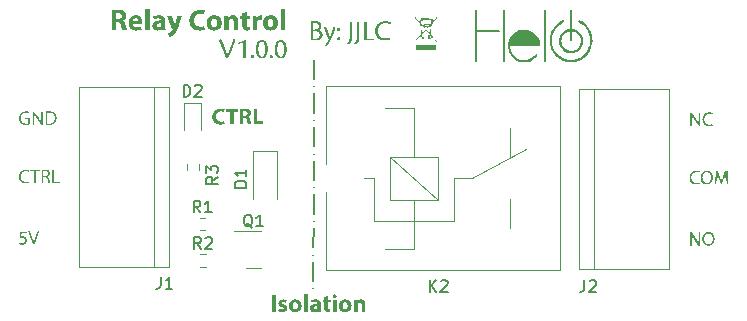
<source format=gbr>
%TF.GenerationSoftware,KiCad,Pcbnew,7.0.10*%
%TF.CreationDate,2025-11-30T12:43:51-05:00*%
%TF.ProjectId,Relay_Helo,52656c61-795f-4486-956c-6f2e6b696361,rev?*%
%TF.SameCoordinates,Original*%
%TF.FileFunction,Legend,Top*%
%TF.FilePolarity,Positive*%
%FSLAX46Y46*%
G04 Gerber Fmt 4.6, Leading zero omitted, Abs format (unit mm)*
G04 Created by KiCad (PCBNEW 7.0.10) date 2025-11-30 12:43:51*
%MOMM*%
%LPD*%
G01*
G04 APERTURE LIST*
%ADD10C,0.150000*%
%ADD11C,0.187500*%
%ADD12C,0.225000*%
%ADD13C,0.200000*%
%ADD14C,0.120000*%
G04 APERTURE END LIST*
D10*
X139850000Y-65500000D02*
X139849161Y-67150000D01*
X139848856Y-67750000D02*
X139848856Y-67750000D01*
X139848550Y-68350000D02*
X139847711Y-69999999D01*
X139847406Y-70599999D02*
X139847406Y-70599999D01*
X139847101Y-71199999D02*
X139846261Y-72849999D01*
X139845956Y-73449999D02*
X139845956Y-73449999D01*
X139845651Y-74049999D02*
X139844812Y-75699999D01*
X139844507Y-76299999D02*
X139844507Y-76299999D01*
X139844201Y-76899999D02*
X139843362Y-78549998D01*
X139843057Y-79149998D02*
X139843057Y-79149998D01*
X139842752Y-79749998D02*
X139841913Y-81399998D01*
X139841607Y-81999998D02*
X139841607Y-81999998D01*
X139841302Y-82599998D02*
X139840463Y-84249998D01*
X139840158Y-84849997D02*
X139840158Y-84849997D01*
D11*
G36*
X172508653Y-75893885D02*
G01*
X172497244Y-75899094D01*
X172485142Y-75904050D01*
X172472395Y-75908743D01*
X172459052Y-75913160D01*
X172445160Y-75917291D01*
X172430770Y-75921124D01*
X172415929Y-75924646D01*
X172400685Y-75927847D01*
X172385088Y-75930715D01*
X172369185Y-75933238D01*
X172353026Y-75935404D01*
X172336658Y-75937203D01*
X172320131Y-75938622D01*
X172303493Y-75939650D01*
X172286792Y-75940276D01*
X172270076Y-75940487D01*
X172244588Y-75939971D01*
X172219786Y-75938435D01*
X172195679Y-75935891D01*
X172172274Y-75932355D01*
X172149580Y-75927841D01*
X172127604Y-75922363D01*
X172106355Y-75915935D01*
X172085841Y-75908572D01*
X172066069Y-75900288D01*
X172047048Y-75891097D01*
X172028786Y-75881014D01*
X172011291Y-75870054D01*
X171994571Y-75858229D01*
X171978634Y-75845556D01*
X171963488Y-75832047D01*
X171949141Y-75817718D01*
X171935601Y-75802582D01*
X171922877Y-75786655D01*
X171910975Y-75769950D01*
X171899905Y-75752482D01*
X171889674Y-75734264D01*
X171880291Y-75715312D01*
X171871763Y-75695640D01*
X171864099Y-75675262D01*
X171857306Y-75654192D01*
X171851393Y-75632445D01*
X171846367Y-75610034D01*
X171842237Y-75586975D01*
X171839011Y-75563282D01*
X171836697Y-75538969D01*
X171835302Y-75514050D01*
X171834836Y-75488540D01*
X171835350Y-75461216D01*
X171836882Y-75434643D01*
X171839416Y-75408829D01*
X171842936Y-75383781D01*
X171847425Y-75359508D01*
X171852869Y-75336016D01*
X171859250Y-75313314D01*
X171866553Y-75291408D01*
X171874763Y-75270307D01*
X171883862Y-75250019D01*
X171893835Y-75230550D01*
X171904666Y-75211908D01*
X171916339Y-75194102D01*
X171928837Y-75177138D01*
X171942146Y-75161025D01*
X171956249Y-75145769D01*
X171971129Y-75131379D01*
X171986772Y-75117862D01*
X172003160Y-75105226D01*
X172020279Y-75093479D01*
X172038111Y-75082627D01*
X172056642Y-75072679D01*
X172075854Y-75063642D01*
X172095733Y-75055525D01*
X172116261Y-75048333D01*
X172137424Y-75042076D01*
X172159204Y-75036760D01*
X172181587Y-75032394D01*
X172204555Y-75028985D01*
X172228094Y-75026541D01*
X172252187Y-75025068D01*
X172276817Y-75024576D01*
X172294277Y-75024806D01*
X172311368Y-75025485D01*
X172328077Y-75026593D01*
X172344393Y-75028111D01*
X172360304Y-75030021D01*
X172375798Y-75032304D01*
X172390862Y-75034940D01*
X172405484Y-75037912D01*
X172419654Y-75041199D01*
X172433358Y-75044783D01*
X172446585Y-75048646D01*
X172459322Y-75052768D01*
X172471557Y-75057130D01*
X172483280Y-75061714D01*
X172494476Y-75066500D01*
X172505136Y-75071471D01*
X172540600Y-74939286D01*
X172528388Y-74936734D01*
X172513511Y-74933212D01*
X172502108Y-74930457D01*
X172489516Y-74927468D01*
X172475731Y-74924325D01*
X172460751Y-74921106D01*
X172444576Y-74917891D01*
X172427201Y-74914758D01*
X172408625Y-74911786D01*
X172388847Y-74909055D01*
X172367863Y-74906643D01*
X172345673Y-74904630D01*
X172322272Y-74903094D01*
X172310118Y-74902530D01*
X172297660Y-74902115D01*
X172284899Y-74901858D01*
X172271835Y-74901771D01*
X172239246Y-74902469D01*
X172207329Y-74904549D01*
X172176109Y-74907987D01*
X172145610Y-74912760D01*
X172115854Y-74918844D01*
X172086867Y-74926216D01*
X172058670Y-74934853D01*
X172031289Y-74944731D01*
X172004747Y-74955828D01*
X171979068Y-74968119D01*
X171954274Y-74981581D01*
X171930391Y-74996191D01*
X171907442Y-75011926D01*
X171885450Y-75028762D01*
X171864440Y-75046677D01*
X171844434Y-75065645D01*
X171825457Y-75085645D01*
X171807533Y-75106653D01*
X171790685Y-75128646D01*
X171774936Y-75151600D01*
X171760311Y-75175491D01*
X171746834Y-75200297D01*
X171734527Y-75225995D01*
X171723415Y-75252560D01*
X171713522Y-75279969D01*
X171704870Y-75308200D01*
X171697485Y-75337229D01*
X171691389Y-75367032D01*
X171686607Y-75397586D01*
X171683161Y-75428868D01*
X171681076Y-75460855D01*
X171680376Y-75493522D01*
X171681076Y-75527601D01*
X171683153Y-75560699D01*
X171686580Y-75592810D01*
X171691327Y-75623927D01*
X171697363Y-75654044D01*
X171704660Y-75683154D01*
X171713187Y-75711251D01*
X171722916Y-75738327D01*
X171733816Y-75764376D01*
X171745859Y-75789391D01*
X171759014Y-75813367D01*
X171773251Y-75836295D01*
X171788543Y-75858170D01*
X171804858Y-75878984D01*
X171822167Y-75898732D01*
X171840441Y-75917406D01*
X171859650Y-75934999D01*
X171879764Y-75951506D01*
X171900755Y-75966920D01*
X171922592Y-75981233D01*
X171945245Y-75994440D01*
X171968686Y-76006533D01*
X171992885Y-76017505D01*
X172017812Y-76027352D01*
X172043437Y-76036064D01*
X172069731Y-76043637D01*
X172096664Y-76050063D01*
X172124208Y-76055335D01*
X172152331Y-76059447D01*
X172181006Y-76062393D01*
X172210201Y-76064165D01*
X172239888Y-76064757D01*
X172252713Y-76064675D01*
X172265357Y-76064431D01*
X172277815Y-76064032D01*
X172290084Y-76063483D01*
X172302158Y-76062789D01*
X172314033Y-76061956D01*
X172337171Y-76059894D01*
X172359462Y-76057341D01*
X172380872Y-76054340D01*
X172401366Y-76050936D01*
X172420908Y-76047172D01*
X172439465Y-76043092D01*
X172457002Y-76038740D01*
X172473483Y-76034159D01*
X172488874Y-76029394D01*
X172503140Y-76024488D01*
X172516246Y-76019485D01*
X172528158Y-76014429D01*
X172538841Y-76009363D01*
X172508653Y-75893885D01*
G37*
G36*
X173173913Y-74902458D02*
G01*
X173201921Y-74904505D01*
X173229256Y-74907885D01*
X173255900Y-74912573D01*
X173281838Y-74918544D01*
X173307052Y-74925772D01*
X173331525Y-74934232D01*
X173355243Y-74943898D01*
X173378187Y-74954745D01*
X173400341Y-74966748D01*
X173421689Y-74979882D01*
X173442214Y-74994120D01*
X173461899Y-75009438D01*
X173480728Y-75025810D01*
X173498684Y-75043211D01*
X173515751Y-75061615D01*
X173531913Y-75080998D01*
X173547151Y-75101333D01*
X173561451Y-75122595D01*
X173574795Y-75144759D01*
X173587167Y-75167799D01*
X173598550Y-75191691D01*
X173608927Y-75216408D01*
X173618283Y-75241926D01*
X173626600Y-75268219D01*
X173633862Y-75295261D01*
X173640052Y-75323027D01*
X173645154Y-75351492D01*
X173649151Y-75380631D01*
X173652027Y-75410418D01*
X173653764Y-75440827D01*
X173654347Y-75471833D01*
X173653659Y-75507573D01*
X173651617Y-75542248D01*
X173648255Y-75575855D01*
X173643607Y-75608388D01*
X173637706Y-75639843D01*
X173630587Y-75670215D01*
X173622284Y-75699500D01*
X173612829Y-75727693D01*
X173602257Y-75754790D01*
X173590602Y-75780785D01*
X173577897Y-75805675D01*
X173564177Y-75829454D01*
X173549475Y-75852119D01*
X173533824Y-75873663D01*
X173517260Y-75894084D01*
X173499815Y-75913376D01*
X173481523Y-75931534D01*
X173462418Y-75948554D01*
X173442535Y-75964432D01*
X173421906Y-75979162D01*
X173400566Y-75992740D01*
X173378548Y-76005162D01*
X173355887Y-76016423D01*
X173332615Y-76026518D01*
X173308767Y-76035443D01*
X173284377Y-76043192D01*
X173259479Y-76049762D01*
X173234105Y-76055148D01*
X173208291Y-76059345D01*
X173182070Y-76062349D01*
X173155475Y-76064154D01*
X173128541Y-76064757D01*
X173100752Y-76064084D01*
X173073509Y-76062081D01*
X173046834Y-76058768D01*
X173020749Y-76054169D01*
X172995276Y-76048306D01*
X172970437Y-76041200D01*
X172946254Y-76032876D01*
X172922750Y-76023354D01*
X172899945Y-76012656D01*
X172877863Y-76000806D01*
X172856525Y-75987826D01*
X172835954Y-75973737D01*
X172816171Y-75958562D01*
X172797199Y-75942324D01*
X172779059Y-75925044D01*
X172761774Y-75906744D01*
X172745365Y-75887448D01*
X172729856Y-75867178D01*
X172715267Y-75845954D01*
X172701621Y-75823801D01*
X172688940Y-75800740D01*
X172677246Y-75776794D01*
X172666561Y-75751984D01*
X172656907Y-75726333D01*
X172648306Y-75699863D01*
X172640780Y-75672597D01*
X172634352Y-75644557D01*
X172629043Y-75615765D01*
X172624875Y-75586243D01*
X172621871Y-75556014D01*
X172620052Y-75525099D01*
X172619441Y-75493522D01*
X172619510Y-75490005D01*
X172775659Y-75490005D01*
X172776042Y-75512457D01*
X172777186Y-75534726D01*
X172779087Y-75556778D01*
X172781738Y-75578578D01*
X172785133Y-75600091D01*
X172789266Y-75621283D01*
X172794132Y-75642118D01*
X172799725Y-75662563D01*
X172806038Y-75682581D01*
X172813066Y-75702139D01*
X172820804Y-75721201D01*
X172829245Y-75739733D01*
X172838383Y-75757700D01*
X172848213Y-75775067D01*
X172858729Y-75791799D01*
X172869924Y-75807863D01*
X172881794Y-75823222D01*
X172894332Y-75837842D01*
X172907532Y-75851689D01*
X172921389Y-75864727D01*
X172935896Y-75876922D01*
X172951048Y-75888239D01*
X172966840Y-75898643D01*
X172983264Y-75908100D01*
X173000315Y-75916574D01*
X173017988Y-75924032D01*
X173036277Y-75930437D01*
X173055175Y-75935756D01*
X173074677Y-75939953D01*
X173094777Y-75942994D01*
X173115469Y-75944845D01*
X173136748Y-75945469D01*
X173158212Y-75944853D01*
X173179079Y-75943027D01*
X173199343Y-75940021D01*
X173218998Y-75935865D01*
X173238038Y-75930592D01*
X173256458Y-75924231D01*
X173274253Y-75916813D01*
X173291417Y-75908370D01*
X173307945Y-75898932D01*
X173323832Y-75888531D01*
X173339071Y-75877196D01*
X173353657Y-75864959D01*
X173367585Y-75851851D01*
X173380850Y-75837902D01*
X173393445Y-75823143D01*
X173405366Y-75807606D01*
X173416607Y-75791321D01*
X173427162Y-75774319D01*
X173437026Y-75756631D01*
X173446194Y-75738287D01*
X173454659Y-75719319D01*
X173462418Y-75699758D01*
X173469463Y-75679633D01*
X173475790Y-75658977D01*
X173481393Y-75637820D01*
X173486267Y-75616192D01*
X173490406Y-75594125D01*
X173493805Y-75571650D01*
X173496458Y-75548797D01*
X173498360Y-75525597D01*
X173499505Y-75502082D01*
X173499888Y-75478281D01*
X173499542Y-75457295D01*
X173498505Y-75436297D01*
X173496775Y-75415331D01*
X173494349Y-75394442D01*
X173491228Y-75373674D01*
X173487409Y-75353072D01*
X173482891Y-75332680D01*
X173477672Y-75312543D01*
X173471752Y-75292705D01*
X173465128Y-75273211D01*
X173457799Y-75254105D01*
X173449764Y-75235432D01*
X173441021Y-75217236D01*
X173431569Y-75199561D01*
X173421406Y-75182453D01*
X173410532Y-75165956D01*
X173398943Y-75150114D01*
X173386640Y-75134971D01*
X173373620Y-75120573D01*
X173359882Y-75106963D01*
X173345425Y-75094186D01*
X173330247Y-75082287D01*
X173314347Y-75071310D01*
X173297723Y-75061299D01*
X173280375Y-75052300D01*
X173262299Y-75044356D01*
X173243495Y-75037512D01*
X173223962Y-75031813D01*
X173203698Y-75027303D01*
X173182702Y-75024027D01*
X173160972Y-75022028D01*
X173138506Y-75021352D01*
X173116191Y-75021996D01*
X173094584Y-75023904D01*
X173073684Y-75027040D01*
X173053492Y-75031367D01*
X173034008Y-75036851D01*
X173015231Y-75043454D01*
X172997162Y-75051141D01*
X172979802Y-75059875D01*
X172963149Y-75069621D01*
X172947204Y-75080342D01*
X172931968Y-75092003D01*
X172917439Y-75104567D01*
X172903619Y-75117998D01*
X172890507Y-75132261D01*
X172878103Y-75147318D01*
X172866407Y-75163135D01*
X172855420Y-75179675D01*
X172845142Y-75196901D01*
X172835572Y-75214779D01*
X172826710Y-75233271D01*
X172818557Y-75252342D01*
X172811113Y-75271955D01*
X172804377Y-75292076D01*
X172798351Y-75312666D01*
X172793033Y-75333692D01*
X172788424Y-75355115D01*
X172784524Y-75376902D01*
X172781332Y-75399014D01*
X172778850Y-75421417D01*
X172777077Y-75444073D01*
X172776014Y-75466948D01*
X172775659Y-75490005D01*
X172619510Y-75490005D01*
X172620091Y-75460391D01*
X172622023Y-75427999D01*
X172625211Y-75396368D01*
X172629628Y-75365517D01*
X172635249Y-75335468D01*
X172642046Y-75306241D01*
X172649993Y-75277856D01*
X172659064Y-75250334D01*
X172669232Y-75223695D01*
X172680471Y-75197960D01*
X172692755Y-75173148D01*
X172706057Y-75149281D01*
X172720350Y-75126379D01*
X172735609Y-75104462D01*
X172751807Y-75083552D01*
X172768918Y-75063667D01*
X172786915Y-75044829D01*
X172805771Y-75027058D01*
X172825461Y-75010375D01*
X172845957Y-74994800D01*
X172867235Y-74980354D01*
X172889266Y-74967056D01*
X172912025Y-74954928D01*
X172935485Y-74943990D01*
X172959621Y-74934261D01*
X172984404Y-74925764D01*
X173009810Y-74918518D01*
X173035812Y-74912543D01*
X173062383Y-74907861D01*
X173089497Y-74904491D01*
X173117127Y-74902454D01*
X173145247Y-74901771D01*
X173173913Y-74902458D01*
G37*
G36*
X174826713Y-76046000D02*
G01*
X174969448Y-76046000D01*
X174898813Y-74920528D01*
X174712407Y-74920528D01*
X174510760Y-75465678D01*
X174506063Y-75478629D01*
X174501425Y-75491488D01*
X174496846Y-75504256D01*
X174492327Y-75516935D01*
X174487867Y-75529524D01*
X174483468Y-75542027D01*
X174479129Y-75554442D01*
X174474852Y-75566772D01*
X174470636Y-75579018D01*
X174466481Y-75591179D01*
X174462389Y-75603259D01*
X174458359Y-75615256D01*
X174454392Y-75627174D01*
X174450489Y-75639012D01*
X174446649Y-75650771D01*
X174442873Y-75662453D01*
X174439161Y-75674058D01*
X174435515Y-75685588D01*
X174431933Y-75697044D01*
X174428417Y-75708426D01*
X174424967Y-75719736D01*
X174421583Y-75730975D01*
X174415015Y-75753242D01*
X174408718Y-75775237D01*
X174402692Y-75796966D01*
X174396943Y-75818439D01*
X174391472Y-75839663D01*
X174386489Y-75839663D01*
X174380987Y-75817823D01*
X174375255Y-75795820D01*
X174369293Y-75773639D01*
X174363106Y-75751269D01*
X174356696Y-75728696D01*
X174353408Y-75717329D01*
X174350065Y-75705907D01*
X174346667Y-75694428D01*
X174343216Y-75682890D01*
X174339710Y-75671292D01*
X174336151Y-75659632D01*
X174332539Y-75647908D01*
X174328873Y-75636119D01*
X174325155Y-75624264D01*
X174321385Y-75612340D01*
X174317563Y-75600346D01*
X174313690Y-75588280D01*
X174309764Y-75576142D01*
X174305788Y-75563928D01*
X174301762Y-75551638D01*
X174297685Y-75539270D01*
X174293558Y-75526823D01*
X174289381Y-75514294D01*
X174285155Y-75501682D01*
X174280880Y-75488986D01*
X174276556Y-75476204D01*
X174272184Y-75463334D01*
X174079036Y-74920528D01*
X173892337Y-74920528D01*
X173813496Y-76046000D01*
X173953007Y-76046000D01*
X173983196Y-75563864D01*
X173984125Y-75548008D01*
X173985046Y-75532048D01*
X173985956Y-75515997D01*
X173986856Y-75499865D01*
X173987745Y-75483668D01*
X173988621Y-75467416D01*
X173989485Y-75451122D01*
X173990335Y-75434799D01*
X173991171Y-75418459D01*
X173991992Y-75402115D01*
X173992798Y-75385779D01*
X173993587Y-75369464D01*
X173994360Y-75353182D01*
X173995114Y-75336946D01*
X173995851Y-75320768D01*
X173996568Y-75304661D01*
X173997265Y-75288638D01*
X173997943Y-75272710D01*
X173998598Y-75256890D01*
X173999233Y-75241192D01*
X173999844Y-75225626D01*
X174000433Y-75210207D01*
X174000997Y-75194945D01*
X174001537Y-75179855D01*
X174002051Y-75164948D01*
X174002540Y-75150236D01*
X174003001Y-75135733D01*
X174003436Y-75121451D01*
X174003842Y-75107402D01*
X174004219Y-75093599D01*
X174004567Y-75080055D01*
X174004884Y-75066781D01*
X174008401Y-75066781D01*
X174011436Y-75079318D01*
X174014548Y-75091926D01*
X174017738Y-75104605D01*
X174021003Y-75117355D01*
X174024344Y-75130175D01*
X174027759Y-75143067D01*
X174031247Y-75156031D01*
X174034807Y-75169065D01*
X174038439Y-75182172D01*
X174042141Y-75195350D01*
X174045912Y-75208601D01*
X174049751Y-75221923D01*
X174053658Y-75235318D01*
X174057632Y-75248785D01*
X174061671Y-75262326D01*
X174065774Y-75275938D01*
X174069941Y-75289624D01*
X174074171Y-75303383D01*
X174078462Y-75317216D01*
X174082813Y-75331121D01*
X174087225Y-75345101D01*
X174091695Y-75359154D01*
X174096223Y-75373281D01*
X174100808Y-75387483D01*
X174105448Y-75401758D01*
X174110144Y-75416108D01*
X174114893Y-75430533D01*
X174119695Y-75445032D01*
X174124549Y-75459606D01*
X174129454Y-75474256D01*
X174134409Y-75488980D01*
X174139413Y-75503780D01*
X174322595Y-76036327D01*
X174433384Y-76036327D01*
X174633272Y-75491471D01*
X174638601Y-75477189D01*
X174643872Y-75462976D01*
X174649085Y-75448831D01*
X174654240Y-75434754D01*
X174659338Y-75420744D01*
X174664379Y-75406801D01*
X174669364Y-75392925D01*
X174674291Y-75379116D01*
X174679163Y-75365372D01*
X174683978Y-75351695D01*
X174688738Y-75338083D01*
X174693443Y-75324536D01*
X174698092Y-75311053D01*
X174702686Y-75297636D01*
X174707226Y-75284282D01*
X174711711Y-75270993D01*
X174716142Y-75257766D01*
X174720520Y-75244604D01*
X174724843Y-75231504D01*
X174729114Y-75218466D01*
X174733331Y-75205491D01*
X174737496Y-75192578D01*
X174741608Y-75179726D01*
X174745668Y-75166936D01*
X174749676Y-75154207D01*
X174753633Y-75141538D01*
X174757538Y-75128929D01*
X174761392Y-75116381D01*
X174765195Y-75103892D01*
X174768947Y-75091463D01*
X174772649Y-75079093D01*
X174776301Y-75066781D01*
X174781284Y-75066781D01*
X174781153Y-75079998D01*
X174781091Y-75093480D01*
X174781094Y-75107213D01*
X174781160Y-75121183D01*
X174781286Y-75135374D01*
X174781469Y-75149773D01*
X174781707Y-75164365D01*
X174781998Y-75179136D01*
X174782338Y-75194070D01*
X174782726Y-75209154D01*
X174783158Y-75224373D01*
X174783633Y-75239713D01*
X174784147Y-75255159D01*
X174784698Y-75270696D01*
X174785283Y-75286310D01*
X174785900Y-75301987D01*
X174786546Y-75317712D01*
X174787219Y-75333470D01*
X174787915Y-75349248D01*
X174788634Y-75365030D01*
X174789371Y-75380803D01*
X174790124Y-75396551D01*
X174790892Y-75412260D01*
X174791670Y-75427915D01*
X174792457Y-75443503D01*
X174793250Y-75459009D01*
X174794046Y-75474418D01*
X174794844Y-75489715D01*
X174795639Y-75504887D01*
X174796430Y-75519919D01*
X174797215Y-75534795D01*
X174797990Y-75549503D01*
X174826713Y-76046000D01*
G37*
D12*
G36*
X131827592Y-63831096D02*
G01*
X131848361Y-63877719D01*
X131869040Y-63924670D01*
X131889631Y-63971930D01*
X131910132Y-64019477D01*
X131930545Y-64067290D01*
X131950871Y-64115349D01*
X131971109Y-64163631D01*
X131991261Y-64212118D01*
X132011326Y-64260786D01*
X132031305Y-64309616D01*
X132051199Y-64358585D01*
X132071008Y-64407675D01*
X132090733Y-64456862D01*
X132110374Y-64506126D01*
X132129932Y-64555447D01*
X132149406Y-64604803D01*
X132168799Y-64654173D01*
X132188109Y-64703536D01*
X132207338Y-64752871D01*
X132226485Y-64802158D01*
X132245553Y-64851374D01*
X132264540Y-64900500D01*
X132283448Y-64949514D01*
X132302276Y-64998395D01*
X132321027Y-65047122D01*
X132339699Y-65095674D01*
X132358293Y-65144030D01*
X132376810Y-65192169D01*
X132395251Y-65240070D01*
X132413616Y-65287713D01*
X132431904Y-65335075D01*
X132450118Y-65382136D01*
X132469061Y-65381820D01*
X132487458Y-65380902D01*
X132505156Y-65379430D01*
X132527405Y-65376690D01*
X132547780Y-65373164D01*
X132565922Y-65368966D01*
X132584910Y-65362945D01*
X132601353Y-65354879D01*
X132615662Y-65344534D01*
X132627175Y-65331078D01*
X132638298Y-65313685D01*
X132647918Y-65295770D01*
X132654549Y-65282339D01*
X132672286Y-65239721D01*
X132690048Y-65197100D01*
X132707831Y-65154472D01*
X132725634Y-65111835D01*
X132743453Y-65069185D01*
X132761284Y-65026519D01*
X132779124Y-64983833D01*
X132796971Y-64941125D01*
X132814821Y-64898392D01*
X132832672Y-64855629D01*
X132850519Y-64812834D01*
X132868360Y-64770003D01*
X132886192Y-64727134D01*
X132904011Y-64684224D01*
X132921814Y-64641268D01*
X132939599Y-64598263D01*
X132957362Y-64555208D01*
X132975100Y-64512097D01*
X132992810Y-64468929D01*
X133010488Y-64425699D01*
X133028132Y-64382405D01*
X133045738Y-64339043D01*
X133063304Y-64295611D01*
X133080826Y-64252104D01*
X133098300Y-64208520D01*
X133115725Y-64164856D01*
X133133096Y-64121108D01*
X133150411Y-64077273D01*
X133167666Y-64033348D01*
X133184859Y-63989329D01*
X133201986Y-63945214D01*
X133219043Y-63900999D01*
X133226054Y-63880017D01*
X133230289Y-63862070D01*
X133231715Y-63843504D01*
X133227824Y-63826218D01*
X133215668Y-63811816D01*
X133198820Y-63803399D01*
X133179053Y-63796742D01*
X133159058Y-63791698D01*
X133141300Y-63788081D01*
X133122395Y-63784902D01*
X133102728Y-63782222D01*
X133082687Y-63780104D01*
X133062657Y-63778609D01*
X133057697Y-63778340D01*
X133042752Y-63819159D01*
X133027682Y-63860086D01*
X133012495Y-63901113D01*
X132997198Y-63942231D01*
X132981802Y-63983433D01*
X132966313Y-64024710D01*
X132950741Y-64066054D01*
X132935093Y-64107457D01*
X132919378Y-64148910D01*
X132903605Y-64190407D01*
X132887781Y-64231938D01*
X132871916Y-64273496D01*
X132856017Y-64315072D01*
X132840093Y-64356658D01*
X132824152Y-64398247D01*
X132808203Y-64439829D01*
X132792253Y-64481397D01*
X132776313Y-64522943D01*
X132760388Y-64564459D01*
X132744490Y-64605935D01*
X132728624Y-64647366D01*
X132712800Y-64688741D01*
X132697027Y-64730053D01*
X132681312Y-64771295D01*
X132665665Y-64812457D01*
X132650092Y-64853532D01*
X132634603Y-64894511D01*
X132619207Y-64935387D01*
X132603911Y-64976151D01*
X132588723Y-65016795D01*
X132573653Y-65057311D01*
X132558709Y-65097691D01*
X132541995Y-65052812D01*
X132525409Y-65008368D01*
X132508962Y-64964380D01*
X132492664Y-64920870D01*
X132476525Y-64877858D01*
X132460554Y-64835365D01*
X132444763Y-64793412D01*
X132429160Y-64752019D01*
X132413756Y-64711209D01*
X132398561Y-64671000D01*
X132383586Y-64631415D01*
X132368839Y-64592473D01*
X132354332Y-64554197D01*
X132340074Y-64516606D01*
X132326076Y-64479722D01*
X132312347Y-64443566D01*
X132298897Y-64408158D01*
X132285737Y-64373519D01*
X132272877Y-64339670D01*
X132260326Y-64306632D01*
X132248095Y-64274426D01*
X132236194Y-64243072D01*
X132224633Y-64212591D01*
X132213422Y-64183005D01*
X132202570Y-64154334D01*
X132192089Y-64126600D01*
X132181988Y-64099821D01*
X132172277Y-64074021D01*
X132162966Y-64049219D01*
X132154066Y-64025436D01*
X132145586Y-64002694D01*
X132137536Y-63981013D01*
X132125858Y-63950699D01*
X132115316Y-63923456D01*
X132105795Y-63899130D01*
X132097186Y-63877568D01*
X132089375Y-63858615D01*
X132082250Y-63842117D01*
X132072605Y-63821639D01*
X132063875Y-63805820D01*
X132053003Y-63791078D01*
X132036521Y-63780070D01*
X132024110Y-63778340D01*
X132001943Y-63779579D01*
X131983791Y-63781999D01*
X131964699Y-63785529D01*
X131945000Y-63790020D01*
X131925027Y-63795321D01*
X131905111Y-63801283D01*
X131885586Y-63807756D01*
X131866784Y-63814590D01*
X131849037Y-63821635D01*
X131832679Y-63828740D01*
X131827592Y-63831096D01*
G37*
G36*
X134064466Y-63834614D02*
G01*
X134044256Y-63843966D01*
X134021493Y-63854020D01*
X133996341Y-63864725D01*
X133968968Y-63876029D01*
X133939539Y-63887881D01*
X133908221Y-63900232D01*
X133875179Y-63913029D01*
X133858064Y-63919580D01*
X133840580Y-63926223D01*
X133822749Y-63932952D01*
X133804591Y-63939762D01*
X133786126Y-63946645D01*
X133767376Y-63953595D01*
X133748361Y-63960606D01*
X133729102Y-63967671D01*
X133709620Y-63974785D01*
X133689936Y-63981940D01*
X133670070Y-63989131D01*
X133650043Y-63996351D01*
X133629877Y-64003593D01*
X133609591Y-64010852D01*
X133589206Y-64018121D01*
X133568744Y-64025394D01*
X133548224Y-64032663D01*
X133527669Y-64039924D01*
X133472274Y-64172255D01*
X133477550Y-64180168D01*
X133497966Y-64174607D01*
X133520278Y-64168365D01*
X133544199Y-64161523D01*
X133569441Y-64154161D01*
X133595716Y-64146362D01*
X133622736Y-64138205D01*
X133650213Y-64129773D01*
X133677860Y-64121147D01*
X133705388Y-64112407D01*
X133732510Y-64103635D01*
X133758937Y-64094912D01*
X133784382Y-64086320D01*
X133808558Y-64077938D01*
X133831175Y-64069849D01*
X133851947Y-64062133D01*
X133870586Y-64054872D01*
X133870578Y-64115890D01*
X133870556Y-64176168D01*
X133870520Y-64235654D01*
X133870472Y-64294296D01*
X133870413Y-64352042D01*
X133870342Y-64408840D01*
X133870262Y-64464638D01*
X133870174Y-64519383D01*
X133870077Y-64573023D01*
X133869974Y-64625508D01*
X133869865Y-64676783D01*
X133869751Y-64726798D01*
X133869633Y-64775500D01*
X133869513Y-64822837D01*
X133869390Y-64868757D01*
X133869267Y-64913208D01*
X133869143Y-64956138D01*
X133869021Y-64997495D01*
X133868900Y-65037227D01*
X133868782Y-65075281D01*
X133868669Y-65111605D01*
X133868560Y-65146148D01*
X133868456Y-65178858D01*
X133868360Y-65209682D01*
X133868271Y-65238568D01*
X133868191Y-65265464D01*
X133868121Y-65290318D01*
X133868061Y-65313078D01*
X133868013Y-65333692D01*
X133867977Y-65352108D01*
X133867948Y-65382136D01*
X133887485Y-65381799D01*
X133906572Y-65381086D01*
X133927912Y-65380037D01*
X133950747Y-65378701D01*
X133968399Y-65377542D01*
X133986147Y-65376274D01*
X134009407Y-65374449D01*
X134031512Y-65372518D01*
X134036769Y-65372025D01*
X134053049Y-65361159D01*
X134068817Y-65349636D01*
X134082105Y-65335229D01*
X134089996Y-65316127D01*
X134092391Y-65297483D01*
X134092602Y-65288494D01*
X134092587Y-65266913D01*
X134092543Y-65240633D01*
X134092472Y-65209976D01*
X134092376Y-65175263D01*
X134092256Y-65136816D01*
X134092116Y-65094957D01*
X134091956Y-65050008D01*
X134091778Y-65002290D01*
X134091585Y-64952124D01*
X134091379Y-64899833D01*
X134091161Y-64845738D01*
X134090933Y-64790161D01*
X134090698Y-64733424D01*
X134090457Y-64675848D01*
X134090212Y-64617754D01*
X134089965Y-64559465D01*
X134089718Y-64501303D01*
X134089473Y-64443588D01*
X134089231Y-64386643D01*
X134088996Y-64330789D01*
X134088768Y-64276348D01*
X134088550Y-64223641D01*
X134088344Y-64172991D01*
X134088151Y-64124719D01*
X134087974Y-64079147D01*
X134087814Y-64036596D01*
X134087673Y-63997387D01*
X134087553Y-63961844D01*
X134087457Y-63930287D01*
X134087386Y-63903038D01*
X134087342Y-63880418D01*
X134087327Y-63862750D01*
X134064466Y-63834614D01*
G37*
G36*
X134665889Y-65095053D02*
G01*
X134640752Y-65096804D01*
X134617810Y-65101872D01*
X134597121Y-65109982D01*
X134578748Y-65120857D01*
X134562752Y-65134221D01*
X134549193Y-65149799D01*
X134538131Y-65167314D01*
X134529629Y-65186491D01*
X134523747Y-65207053D01*
X134520545Y-65228723D01*
X134519930Y-65243651D01*
X134521784Y-65268603D01*
X134527065Y-65291041D01*
X134535351Y-65310978D01*
X134546220Y-65328427D01*
X134559252Y-65343401D01*
X134574024Y-65355913D01*
X134590114Y-65365977D01*
X134607102Y-65373605D01*
X134624564Y-65378810D01*
X134642080Y-65381605D01*
X134653579Y-65382136D01*
X134676935Y-65380640D01*
X134698681Y-65376239D01*
X134718666Y-65369066D01*
X134736740Y-65359254D01*
X134752754Y-65346935D01*
X134766558Y-65332241D01*
X134778001Y-65315307D01*
X134786934Y-65296263D01*
X134793206Y-65275243D01*
X134796668Y-65252378D01*
X134797341Y-65236177D01*
X134796026Y-65215831D01*
X134792159Y-65196053D01*
X134785852Y-65177156D01*
X134777217Y-65159453D01*
X134766368Y-65143257D01*
X134753419Y-65128881D01*
X134738481Y-65116638D01*
X134721668Y-65106841D01*
X134703093Y-65099803D01*
X134682870Y-65095836D01*
X134668527Y-65095053D01*
X134665889Y-65095053D01*
G37*
G36*
X135513931Y-63836003D02*
G01*
X135551338Y-63840091D01*
X135586661Y-63846753D01*
X135619958Y-63855866D01*
X135651289Y-63867307D01*
X135680710Y-63880953D01*
X135708280Y-63896680D01*
X135734056Y-63914367D01*
X135758098Y-63933888D01*
X135780463Y-63955122D01*
X135801209Y-63977945D01*
X135820395Y-64002234D01*
X135838079Y-64027865D01*
X135854317Y-64054717D01*
X135869170Y-64082664D01*
X135882695Y-64111585D01*
X135894950Y-64141356D01*
X135905992Y-64171854D01*
X135915882Y-64202955D01*
X135924675Y-64234537D01*
X135932431Y-64266477D01*
X135939208Y-64298651D01*
X135945063Y-64330936D01*
X135950056Y-64363209D01*
X135954243Y-64395346D01*
X135957683Y-64427225D01*
X135960435Y-64458723D01*
X135962556Y-64489716D01*
X135964105Y-64520081D01*
X135965139Y-64549695D01*
X135965717Y-64578434D01*
X135965896Y-64606177D01*
X135965323Y-64655167D01*
X135963613Y-64702483D01*
X135960781Y-64748133D01*
X135956842Y-64792124D01*
X135951810Y-64834463D01*
X135945700Y-64875160D01*
X135938527Y-64914222D01*
X135930306Y-64951656D01*
X135921052Y-64987470D01*
X135910778Y-65021673D01*
X135899500Y-65054272D01*
X135887233Y-65085274D01*
X135873991Y-65114688D01*
X135859789Y-65142521D01*
X135844642Y-65168782D01*
X135828565Y-65193477D01*
X135811571Y-65216615D01*
X135793677Y-65238204D01*
X135774896Y-65258251D01*
X135755244Y-65276765D01*
X135734735Y-65293753D01*
X135713384Y-65309222D01*
X135691205Y-65323181D01*
X135668214Y-65335638D01*
X135644425Y-65346600D01*
X135619852Y-65356075D01*
X135594512Y-65364070D01*
X135568417Y-65370595D01*
X135541584Y-65375656D01*
X135514026Y-65379261D01*
X135485759Y-65381419D01*
X135456796Y-65382136D01*
X135433380Y-65381620D01*
X135409982Y-65380040D01*
X135386651Y-65377349D01*
X135363434Y-65373502D01*
X135340378Y-65368453D01*
X135317532Y-65362155D01*
X135294943Y-65354561D01*
X135272657Y-65345626D01*
X135250723Y-65335303D01*
X135229189Y-65323546D01*
X135208101Y-65310308D01*
X135187507Y-65295544D01*
X135167454Y-65279207D01*
X135147991Y-65261251D01*
X135129164Y-65241629D01*
X135111022Y-65220295D01*
X135093611Y-65197203D01*
X135076979Y-65172307D01*
X135061174Y-65145560D01*
X135046242Y-65116916D01*
X135032233Y-65086328D01*
X135019192Y-65053752D01*
X135007168Y-65019139D01*
X134996208Y-64982444D01*
X134986359Y-64943621D01*
X134977670Y-64902623D01*
X134970187Y-64859404D01*
X134963958Y-64813918D01*
X134959031Y-64766118D01*
X134955452Y-64715959D01*
X134953270Y-64663393D01*
X134952533Y-64608375D01*
X134952615Y-64600901D01*
X135177187Y-64600901D01*
X135177632Y-64645982D01*
X135178944Y-64689089D01*
X135181094Y-64730258D01*
X135184051Y-64769524D01*
X135187784Y-64806924D01*
X135192263Y-64842492D01*
X135197455Y-64876264D01*
X135203332Y-64908276D01*
X135209861Y-64938564D01*
X135217013Y-64967162D01*
X135224757Y-64994107D01*
X135233061Y-65019434D01*
X135241895Y-65043179D01*
X135251228Y-65065377D01*
X135261030Y-65086064D01*
X135271270Y-65105275D01*
X135281916Y-65123046D01*
X135292939Y-65139413D01*
X135304307Y-65154411D01*
X135315991Y-65168076D01*
X135340178Y-65191548D01*
X135365256Y-65210115D01*
X135390977Y-65224059D01*
X135417097Y-65233668D01*
X135443368Y-65239224D01*
X135469546Y-65241013D01*
X135492526Y-65239970D01*
X135515951Y-65236439D01*
X135539555Y-65229818D01*
X135563072Y-65219505D01*
X135586236Y-65204898D01*
X135608781Y-65185394D01*
X135630442Y-65160392D01*
X135640857Y-65145641D01*
X135650951Y-65129290D01*
X135660691Y-65111263D01*
X135670044Y-65091485D01*
X135678976Y-65069880D01*
X135687454Y-65046375D01*
X135695445Y-65020892D01*
X135702915Y-64993357D01*
X135709832Y-64963696D01*
X135716162Y-64931831D01*
X135721871Y-64897689D01*
X135726928Y-64861193D01*
X135731297Y-64822270D01*
X135734947Y-64780842D01*
X135737843Y-64736836D01*
X135739953Y-64690176D01*
X135741244Y-64640786D01*
X135741681Y-64588591D01*
X135741508Y-64561306D01*
X135740975Y-64533897D01*
X135740064Y-64506429D01*
X135738754Y-64478969D01*
X135737027Y-64451580D01*
X135734862Y-64424327D01*
X135732241Y-64397275D01*
X135729145Y-64370490D01*
X135725553Y-64344036D01*
X135721446Y-64317977D01*
X135716806Y-64292380D01*
X135711612Y-64267308D01*
X135705845Y-64242826D01*
X135699486Y-64219000D01*
X135692515Y-64195894D01*
X135684913Y-64173574D01*
X135676661Y-64152103D01*
X135667739Y-64131548D01*
X135658128Y-64111972D01*
X135647808Y-64093441D01*
X135636760Y-64076020D01*
X135624964Y-64059773D01*
X135612402Y-64044766D01*
X135599053Y-64031063D01*
X135584899Y-64018729D01*
X135569920Y-64007829D01*
X135554096Y-63998428D01*
X135537409Y-63990590D01*
X135519838Y-63984382D01*
X135501365Y-63979867D01*
X135481969Y-63977110D01*
X135461632Y-63976177D01*
X135459434Y-63976177D01*
X135433008Y-63978208D01*
X135406789Y-63984411D01*
X135380983Y-63994950D01*
X135355797Y-64009988D01*
X135331438Y-64029688D01*
X135308112Y-64054214D01*
X135296902Y-64068338D01*
X135286027Y-64083730D01*
X135275515Y-64100410D01*
X135265389Y-64118399D01*
X135255678Y-64137718D01*
X135246405Y-64158386D01*
X135237598Y-64180424D01*
X135229282Y-64203852D01*
X135221482Y-64228692D01*
X135214225Y-64254963D01*
X135207537Y-64282686D01*
X135201443Y-64311881D01*
X135195969Y-64342569D01*
X135191141Y-64374770D01*
X135186985Y-64408505D01*
X135183527Y-64443794D01*
X135180792Y-64480658D01*
X135178807Y-64519117D01*
X135177596Y-64559191D01*
X135177187Y-64600901D01*
X134952615Y-64600901D01*
X134952878Y-64577106D01*
X134953935Y-64545275D01*
X134955734Y-64512984D01*
X134958307Y-64480333D01*
X134961686Y-64447426D01*
X134965901Y-64414365D01*
X134970984Y-64381250D01*
X134976967Y-64348185D01*
X134983880Y-64315272D01*
X134991755Y-64282611D01*
X135000623Y-64250307D01*
X135010516Y-64218459D01*
X135021464Y-64187171D01*
X135033500Y-64156544D01*
X135046654Y-64126680D01*
X135060958Y-64097681D01*
X135076443Y-64069650D01*
X135093141Y-64042689D01*
X135111082Y-64016898D01*
X135130298Y-63992381D01*
X135150821Y-63969239D01*
X135172681Y-63947574D01*
X135195910Y-63927488D01*
X135220540Y-63909084D01*
X135246601Y-63892463D01*
X135274125Y-63877727D01*
X135303143Y-63864979D01*
X135333687Y-63854319D01*
X135365788Y-63845851D01*
X135399476Y-63839676D01*
X135434785Y-63835896D01*
X135471744Y-63834614D01*
X135474382Y-63834614D01*
X135513931Y-63836003D01*
G37*
G36*
X136269685Y-65095053D02*
G01*
X136244549Y-65096804D01*
X136221606Y-65101872D01*
X136200917Y-65109982D01*
X136182545Y-65120857D01*
X136166548Y-65134221D01*
X136152989Y-65149799D01*
X136141928Y-65167314D01*
X136133425Y-65186491D01*
X136127543Y-65207053D01*
X136124341Y-65228723D01*
X136123726Y-65243651D01*
X136125580Y-65268603D01*
X136130861Y-65291041D01*
X136139147Y-65310978D01*
X136150017Y-65328427D01*
X136163048Y-65343401D01*
X136177820Y-65355913D01*
X136193910Y-65365977D01*
X136210898Y-65373605D01*
X136228360Y-65378810D01*
X136245877Y-65381605D01*
X136257376Y-65382136D01*
X136280732Y-65380640D01*
X136302477Y-65376239D01*
X136322462Y-65369066D01*
X136340537Y-65359254D01*
X136356551Y-65346935D01*
X136370354Y-65332241D01*
X136381797Y-65315307D01*
X136390730Y-65296263D01*
X136397002Y-65275243D01*
X136400464Y-65252378D01*
X136401137Y-65236177D01*
X136399823Y-65215831D01*
X136395955Y-65196053D01*
X136389648Y-65177156D01*
X136381013Y-65159453D01*
X136370165Y-65143257D01*
X136357215Y-65128881D01*
X136342277Y-65116638D01*
X136325464Y-65106841D01*
X136306890Y-65099803D01*
X136286666Y-65095836D01*
X136272323Y-65095053D01*
X136269685Y-65095053D01*
G37*
G36*
X137117727Y-63836003D02*
G01*
X137155134Y-63840091D01*
X137190457Y-63846753D01*
X137223755Y-63855866D01*
X137255085Y-63867307D01*
X137284506Y-63880953D01*
X137312076Y-63896680D01*
X137337853Y-63914367D01*
X137361894Y-63933888D01*
X137384259Y-63955122D01*
X137405006Y-63977945D01*
X137424191Y-64002234D01*
X137441875Y-64027865D01*
X137458114Y-64054717D01*
X137472966Y-64082664D01*
X137486491Y-64111585D01*
X137498746Y-64141356D01*
X137509789Y-64171854D01*
X137519678Y-64202955D01*
X137528471Y-64234537D01*
X137536227Y-64266477D01*
X137543004Y-64298651D01*
X137548859Y-64330936D01*
X137553852Y-64363209D01*
X137558039Y-64395346D01*
X137561480Y-64427225D01*
X137564231Y-64458723D01*
X137566352Y-64489716D01*
X137567901Y-64520081D01*
X137568935Y-64549695D01*
X137569513Y-64578434D01*
X137569692Y-64606177D01*
X137569119Y-64655167D01*
X137567409Y-64702483D01*
X137564577Y-64748133D01*
X137560638Y-64792124D01*
X137555606Y-64834463D01*
X137549496Y-64875160D01*
X137542324Y-64914222D01*
X137534102Y-64951656D01*
X137524848Y-64987470D01*
X137514574Y-65021673D01*
X137503296Y-65054272D01*
X137491029Y-65085274D01*
X137477787Y-65114688D01*
X137463585Y-65142521D01*
X137448438Y-65168782D01*
X137432361Y-65193477D01*
X137415367Y-65216615D01*
X137397473Y-65238204D01*
X137378692Y-65258251D01*
X137359040Y-65276765D01*
X137338531Y-65293753D01*
X137317180Y-65309222D01*
X137295001Y-65323181D01*
X137272010Y-65335638D01*
X137248221Y-65346600D01*
X137223649Y-65356075D01*
X137198308Y-65364070D01*
X137172213Y-65370595D01*
X137145380Y-65375656D01*
X137117822Y-65379261D01*
X137089555Y-65381419D01*
X137060593Y-65382136D01*
X137037176Y-65381620D01*
X137013778Y-65380040D01*
X136990447Y-65377349D01*
X136967230Y-65373502D01*
X136944175Y-65368453D01*
X136921328Y-65362155D01*
X136898739Y-65354561D01*
X136876453Y-65345626D01*
X136854520Y-65335303D01*
X136832985Y-65323546D01*
X136811897Y-65310308D01*
X136791303Y-65295544D01*
X136771251Y-65279207D01*
X136751787Y-65261251D01*
X136732961Y-65241629D01*
X136714818Y-65220295D01*
X136697407Y-65197203D01*
X136680775Y-65172307D01*
X136664970Y-65145560D01*
X136650039Y-65116916D01*
X136636029Y-65086328D01*
X136622988Y-65053752D01*
X136610964Y-65019139D01*
X136600004Y-64982444D01*
X136590156Y-64943621D01*
X136581466Y-64902623D01*
X136573983Y-64859404D01*
X136567754Y-64813918D01*
X136562827Y-64766118D01*
X136559249Y-64715959D01*
X136557067Y-64663393D01*
X136556329Y-64608375D01*
X136556411Y-64600901D01*
X136780983Y-64600901D01*
X136781428Y-64645982D01*
X136782740Y-64689089D01*
X136784891Y-64730258D01*
X136787848Y-64769524D01*
X136791581Y-64806924D01*
X136796059Y-64842492D01*
X136801252Y-64876264D01*
X136807128Y-64908276D01*
X136813658Y-64938564D01*
X136820809Y-64967162D01*
X136828553Y-64994107D01*
X136836857Y-65019434D01*
X136845691Y-65043179D01*
X136855024Y-65065377D01*
X136864826Y-65086064D01*
X136875066Y-65105275D01*
X136885712Y-65123046D01*
X136896735Y-65139413D01*
X136908104Y-65154411D01*
X136919787Y-65168076D01*
X136943974Y-65191548D01*
X136969052Y-65210115D01*
X136994774Y-65224059D01*
X137020893Y-65233668D01*
X137047165Y-65239224D01*
X137073342Y-65241013D01*
X137096322Y-65239970D01*
X137119747Y-65236439D01*
X137143351Y-65229818D01*
X137166868Y-65219505D01*
X137190032Y-65204898D01*
X137212577Y-65185394D01*
X137234238Y-65160392D01*
X137244653Y-65145641D01*
X137254747Y-65129290D01*
X137264488Y-65111263D01*
X137273840Y-65091485D01*
X137282772Y-65069880D01*
X137291250Y-65046375D01*
X137299241Y-65020892D01*
X137306711Y-64993357D01*
X137313628Y-64963696D01*
X137319958Y-64931831D01*
X137325668Y-64897689D01*
X137330724Y-64861193D01*
X137335093Y-64822270D01*
X137338743Y-64780842D01*
X137341639Y-64736836D01*
X137343750Y-64690176D01*
X137345040Y-64640786D01*
X137345478Y-64588591D01*
X137345304Y-64561306D01*
X137344772Y-64533897D01*
X137343860Y-64506429D01*
X137342550Y-64478969D01*
X137340823Y-64451580D01*
X137338659Y-64424327D01*
X137336038Y-64397275D01*
X137332941Y-64370490D01*
X137329349Y-64344036D01*
X137325243Y-64317977D01*
X137320602Y-64292380D01*
X137315408Y-64267308D01*
X137309641Y-64242826D01*
X137303282Y-64219000D01*
X137296311Y-64195894D01*
X137288709Y-64173574D01*
X137280457Y-64152103D01*
X137271535Y-64131548D01*
X137261924Y-64111972D01*
X137251604Y-64093441D01*
X137240556Y-64076020D01*
X137228760Y-64059773D01*
X137216198Y-64044766D01*
X137202850Y-64031063D01*
X137188695Y-64018729D01*
X137173716Y-64007829D01*
X137157893Y-63998428D01*
X137141205Y-63990590D01*
X137123634Y-63984382D01*
X137105161Y-63979867D01*
X137085766Y-63977110D01*
X137065429Y-63976177D01*
X137063230Y-63976177D01*
X137036804Y-63978208D01*
X137010585Y-63984411D01*
X136984779Y-63994950D01*
X136959593Y-64009988D01*
X136935234Y-64029688D01*
X136911909Y-64054214D01*
X136900698Y-64068338D01*
X136889824Y-64083730D01*
X136879311Y-64100410D01*
X136869186Y-64118399D01*
X136859474Y-64137718D01*
X136850202Y-64158386D01*
X136841394Y-64180424D01*
X136833078Y-64203852D01*
X136825278Y-64228692D01*
X136818021Y-64254963D01*
X136811333Y-64282686D01*
X136805239Y-64311881D01*
X136799765Y-64342569D01*
X136794937Y-64374770D01*
X136790781Y-64408505D01*
X136787323Y-64443794D01*
X136784588Y-64480658D01*
X136782603Y-64519117D01*
X136781393Y-64559191D01*
X136780983Y-64600901D01*
X136556411Y-64600901D01*
X136556674Y-64577106D01*
X136557731Y-64545275D01*
X136559530Y-64512984D01*
X136562103Y-64480333D01*
X136565482Y-64447426D01*
X136569697Y-64414365D01*
X136574781Y-64381250D01*
X136580763Y-64348185D01*
X136587676Y-64315272D01*
X136595551Y-64282611D01*
X136604419Y-64250307D01*
X136614312Y-64218459D01*
X136625261Y-64187171D01*
X136637296Y-64156544D01*
X136650450Y-64126680D01*
X136664754Y-64097681D01*
X136680239Y-64069650D01*
X136696937Y-64042689D01*
X136714878Y-64016898D01*
X136734094Y-63992381D01*
X136754617Y-63969239D01*
X136776477Y-63947574D01*
X136799706Y-63927488D01*
X136824336Y-63909084D01*
X136850397Y-63892463D01*
X136877921Y-63877727D01*
X136906939Y-63864979D01*
X136937483Y-63854319D01*
X136969584Y-63845851D01*
X137003273Y-63839676D01*
X137038581Y-63835896D01*
X137075540Y-63834614D01*
X137078178Y-63834614D01*
X137117727Y-63836003D01*
G37*
D11*
G36*
X171875247Y-71106000D02*
G01*
X171875247Y-70625330D01*
X171875238Y-70608003D01*
X171875209Y-70590965D01*
X171875161Y-70574208D01*
X171875092Y-70557719D01*
X171875003Y-70541488D01*
X171874894Y-70525505D01*
X171874763Y-70509759D01*
X171874611Y-70494240D01*
X171874437Y-70478936D01*
X171874240Y-70463838D01*
X171874021Y-70448935D01*
X171873779Y-70434216D01*
X171873513Y-70419671D01*
X171873224Y-70405289D01*
X171872911Y-70391059D01*
X171872573Y-70376971D01*
X171872210Y-70363015D01*
X171871822Y-70349179D01*
X171871408Y-70335454D01*
X171870968Y-70321828D01*
X171870502Y-70308292D01*
X171870009Y-70294834D01*
X171869489Y-70281443D01*
X171868941Y-70268111D01*
X171868366Y-70254825D01*
X171867762Y-70241575D01*
X171867129Y-70228351D01*
X171866468Y-70215142D01*
X171865777Y-70201937D01*
X171865056Y-70188727D01*
X171864305Y-70175500D01*
X171863524Y-70162245D01*
X171868506Y-70160487D01*
X171873918Y-70171910D01*
X171879435Y-70183373D01*
X171885055Y-70194872D01*
X171890775Y-70206407D01*
X171896592Y-70217976D01*
X171902504Y-70229576D01*
X171908507Y-70241204D01*
X171914599Y-70252861D01*
X171920778Y-70264542D01*
X171927040Y-70276247D01*
X171933383Y-70287974D01*
X171939805Y-70299719D01*
X171946301Y-70311482D01*
X171952870Y-70323261D01*
X171959509Y-70335053D01*
X171966215Y-70346856D01*
X171972986Y-70358669D01*
X171979818Y-70370489D01*
X171986709Y-70382315D01*
X171993657Y-70394144D01*
X172000658Y-70405975D01*
X172007709Y-70417805D01*
X172014809Y-70429633D01*
X172021953Y-70441456D01*
X172029140Y-70453273D01*
X172036367Y-70465081D01*
X172043631Y-70476879D01*
X172050930Y-70488665D01*
X172058260Y-70500436D01*
X172065618Y-70512191D01*
X172073003Y-70523927D01*
X172080411Y-70535644D01*
X172439741Y-71106000D01*
X172587752Y-71106000D01*
X172587752Y-69980528D01*
X172450000Y-69980528D01*
X172450000Y-70452406D01*
X172450009Y-70468592D01*
X172450039Y-70484570D01*
X172450090Y-70500348D01*
X172450164Y-70515936D01*
X172450262Y-70531343D01*
X172450386Y-70546578D01*
X172450536Y-70561651D01*
X172450714Y-70576571D01*
X172450921Y-70591347D01*
X172451159Y-70605988D01*
X172451428Y-70620505D01*
X172451731Y-70634905D01*
X172452067Y-70649198D01*
X172452440Y-70663394D01*
X172452849Y-70677502D01*
X172453297Y-70691532D01*
X172453784Y-70705491D01*
X172454312Y-70719391D01*
X172454882Y-70733239D01*
X172455495Y-70747046D01*
X172456153Y-70760820D01*
X172456857Y-70774571D01*
X172457608Y-70788308D01*
X172458408Y-70802041D01*
X172459257Y-70815778D01*
X172460158Y-70829530D01*
X172461110Y-70843304D01*
X172462117Y-70857112D01*
X172463179Y-70870961D01*
X172464296Y-70884861D01*
X172465472Y-70898822D01*
X172466706Y-70912852D01*
X172463482Y-70914611D01*
X172458392Y-70903802D01*
X172453234Y-70892973D01*
X172448007Y-70882122D01*
X172442708Y-70871246D01*
X172437337Y-70860344D01*
X172431893Y-70849414D01*
X172426373Y-70838454D01*
X172420777Y-70827462D01*
X172415104Y-70816437D01*
X172409351Y-70805376D01*
X172403518Y-70794279D01*
X172397603Y-70783142D01*
X172391605Y-70771965D01*
X172385523Y-70760745D01*
X172379355Y-70749480D01*
X172373100Y-70738170D01*
X172366756Y-70726811D01*
X172360323Y-70715402D01*
X172353798Y-70703942D01*
X172347181Y-70692428D01*
X172340470Y-70680859D01*
X172333664Y-70669232D01*
X172326762Y-70657547D01*
X172319762Y-70645800D01*
X172312662Y-70633991D01*
X172305462Y-70622117D01*
X172298160Y-70610177D01*
X172290755Y-70598169D01*
X172283246Y-70586091D01*
X172275630Y-70573941D01*
X172267908Y-70561718D01*
X172260076Y-70549419D01*
X171897229Y-69980528D01*
X171737494Y-69980528D01*
X171737494Y-71106000D01*
X171875247Y-71106000D01*
G37*
G36*
X173604193Y-70953885D02*
G01*
X173592785Y-70959094D01*
X173580683Y-70964050D01*
X173567936Y-70968743D01*
X173554592Y-70973160D01*
X173540701Y-70977291D01*
X173526311Y-70981124D01*
X173511469Y-70984646D01*
X173496226Y-70987847D01*
X173480629Y-70990715D01*
X173464726Y-70993238D01*
X173448567Y-70995404D01*
X173432199Y-70997203D01*
X173415672Y-70998622D01*
X173399034Y-70999650D01*
X173382332Y-71000276D01*
X173365617Y-71000487D01*
X173340129Y-70999971D01*
X173315327Y-70998435D01*
X173291220Y-70995891D01*
X173267815Y-70992355D01*
X173245121Y-70987841D01*
X173223145Y-70982363D01*
X173201896Y-70975935D01*
X173181382Y-70968572D01*
X173161610Y-70960288D01*
X173142589Y-70951097D01*
X173124327Y-70941014D01*
X173106832Y-70930054D01*
X173090112Y-70918229D01*
X173074175Y-70905556D01*
X173059029Y-70892047D01*
X173044682Y-70877718D01*
X173031142Y-70862582D01*
X173018418Y-70846655D01*
X173006516Y-70829950D01*
X172995446Y-70812482D01*
X172985215Y-70794264D01*
X172975832Y-70775312D01*
X172967304Y-70755640D01*
X172959640Y-70735262D01*
X172952847Y-70714192D01*
X172946934Y-70692445D01*
X172941908Y-70670034D01*
X172937778Y-70646975D01*
X172934552Y-70623282D01*
X172932237Y-70598969D01*
X172930843Y-70574050D01*
X172930376Y-70548540D01*
X172930891Y-70521216D01*
X172932423Y-70494643D01*
X172934957Y-70468829D01*
X172938476Y-70443781D01*
X172942966Y-70419508D01*
X172948410Y-70396016D01*
X172954791Y-70373314D01*
X172962094Y-70351408D01*
X172970304Y-70330307D01*
X172979403Y-70310019D01*
X172989376Y-70290550D01*
X173000207Y-70271908D01*
X173011879Y-70254102D01*
X173024378Y-70237138D01*
X173037687Y-70221025D01*
X173051789Y-70205769D01*
X173066670Y-70191379D01*
X173082313Y-70177862D01*
X173098701Y-70165226D01*
X173115820Y-70153479D01*
X173133652Y-70142627D01*
X173152183Y-70132679D01*
X173171395Y-70123642D01*
X173191273Y-70115525D01*
X173211802Y-70108333D01*
X173232964Y-70102076D01*
X173254745Y-70096760D01*
X173277128Y-70092394D01*
X173300096Y-70088985D01*
X173323635Y-70086541D01*
X173347727Y-70085068D01*
X173372358Y-70084576D01*
X173389818Y-70084806D01*
X173406909Y-70085485D01*
X173423618Y-70086593D01*
X173439934Y-70088111D01*
X173455845Y-70090021D01*
X173471338Y-70092304D01*
X173486403Y-70094940D01*
X173501025Y-70097912D01*
X173515195Y-70101199D01*
X173528899Y-70104783D01*
X173542125Y-70108646D01*
X173554863Y-70112768D01*
X173567098Y-70117130D01*
X173578820Y-70121714D01*
X173590017Y-70126500D01*
X173600676Y-70131471D01*
X173636140Y-69999286D01*
X173623929Y-69996734D01*
X173609052Y-69993212D01*
X173597649Y-69990457D01*
X173585057Y-69987468D01*
X173571272Y-69984325D01*
X173556292Y-69981106D01*
X173540116Y-69977891D01*
X173522742Y-69974758D01*
X173504166Y-69971786D01*
X173484388Y-69969055D01*
X173463404Y-69966643D01*
X173441213Y-69964630D01*
X173417813Y-69963094D01*
X173405659Y-69962530D01*
X173393201Y-69962115D01*
X173380440Y-69961858D01*
X173367376Y-69961771D01*
X173334786Y-69962469D01*
X173302870Y-69964549D01*
X173271650Y-69967987D01*
X173241151Y-69972760D01*
X173211395Y-69978844D01*
X173182407Y-69986216D01*
X173154211Y-69994853D01*
X173126830Y-70004731D01*
X173100288Y-70015828D01*
X173074608Y-70028119D01*
X173049815Y-70041581D01*
X173025932Y-70056191D01*
X173002983Y-70071926D01*
X172980991Y-70088762D01*
X172959981Y-70106677D01*
X172939975Y-70125645D01*
X172920998Y-70145645D01*
X172903074Y-70166653D01*
X172886225Y-70188646D01*
X172870477Y-70211600D01*
X172855852Y-70235491D01*
X172842374Y-70260297D01*
X172830068Y-70285995D01*
X172818956Y-70312560D01*
X172809062Y-70339969D01*
X172800411Y-70368200D01*
X172793026Y-70397229D01*
X172786930Y-70427032D01*
X172782147Y-70457586D01*
X172778702Y-70488868D01*
X172776617Y-70520855D01*
X172775917Y-70553522D01*
X172776616Y-70587601D01*
X172778694Y-70620699D01*
X172782121Y-70652810D01*
X172786867Y-70683927D01*
X172792904Y-70714044D01*
X172800200Y-70743154D01*
X172808728Y-70771251D01*
X172818457Y-70798327D01*
X172829357Y-70824376D01*
X172841399Y-70849391D01*
X172854554Y-70873367D01*
X172868792Y-70896295D01*
X172884083Y-70918170D01*
X172900399Y-70938984D01*
X172917708Y-70958732D01*
X172935982Y-70977406D01*
X172955191Y-70994999D01*
X172975305Y-71011506D01*
X172996296Y-71026920D01*
X173018133Y-71041233D01*
X173040786Y-71054440D01*
X173064227Y-71066533D01*
X173088426Y-71077505D01*
X173113352Y-71087352D01*
X173138978Y-71096064D01*
X173165272Y-71103637D01*
X173192205Y-71110063D01*
X173219749Y-71115335D01*
X173247872Y-71119447D01*
X173276546Y-71122393D01*
X173305742Y-71124165D01*
X173335429Y-71124757D01*
X173348254Y-71124675D01*
X173360898Y-71124431D01*
X173373356Y-71124032D01*
X173385625Y-71123483D01*
X173397699Y-71122789D01*
X173409574Y-71121956D01*
X173432712Y-71119894D01*
X173455003Y-71117341D01*
X173476413Y-71114340D01*
X173496907Y-71110936D01*
X173516449Y-71107172D01*
X173535006Y-71103092D01*
X173552542Y-71098740D01*
X173569023Y-71094159D01*
X173584414Y-71089394D01*
X173598681Y-71084488D01*
X173611787Y-71079485D01*
X173623699Y-71074429D01*
X173634382Y-71069363D01*
X173604193Y-70953885D01*
G37*
G36*
X115738653Y-75803885D02*
G01*
X115727244Y-75809094D01*
X115715142Y-75814050D01*
X115702395Y-75818743D01*
X115689052Y-75823160D01*
X115675160Y-75827291D01*
X115660770Y-75831124D01*
X115645929Y-75834646D01*
X115630685Y-75837847D01*
X115615088Y-75840715D01*
X115599185Y-75843238D01*
X115583026Y-75845404D01*
X115566658Y-75847203D01*
X115550131Y-75848622D01*
X115533493Y-75849650D01*
X115516792Y-75850276D01*
X115500076Y-75850487D01*
X115474588Y-75849971D01*
X115449786Y-75848435D01*
X115425679Y-75845891D01*
X115402274Y-75842355D01*
X115379580Y-75837841D01*
X115357604Y-75832363D01*
X115336355Y-75825935D01*
X115315841Y-75818572D01*
X115296069Y-75810288D01*
X115277048Y-75801097D01*
X115258786Y-75791014D01*
X115241291Y-75780054D01*
X115224571Y-75768229D01*
X115208634Y-75755556D01*
X115193488Y-75742047D01*
X115179141Y-75727718D01*
X115165601Y-75712582D01*
X115152877Y-75696655D01*
X115140975Y-75679950D01*
X115129905Y-75662482D01*
X115119674Y-75644264D01*
X115110291Y-75625312D01*
X115101763Y-75605640D01*
X115094099Y-75585262D01*
X115087306Y-75564192D01*
X115081393Y-75542445D01*
X115076367Y-75520034D01*
X115072237Y-75496975D01*
X115069011Y-75473282D01*
X115066697Y-75448969D01*
X115065302Y-75424050D01*
X115064836Y-75398540D01*
X115065350Y-75371216D01*
X115066882Y-75344643D01*
X115069416Y-75318829D01*
X115072936Y-75293781D01*
X115077425Y-75269508D01*
X115082869Y-75246016D01*
X115089250Y-75223314D01*
X115096553Y-75201408D01*
X115104763Y-75180307D01*
X115113862Y-75160019D01*
X115123835Y-75140550D01*
X115134666Y-75121908D01*
X115146339Y-75104102D01*
X115158837Y-75087138D01*
X115172146Y-75071025D01*
X115186249Y-75055769D01*
X115201129Y-75041379D01*
X115216772Y-75027862D01*
X115233160Y-75015226D01*
X115250279Y-75003479D01*
X115268111Y-74992627D01*
X115286642Y-74982679D01*
X115305854Y-74973642D01*
X115325733Y-74965525D01*
X115346261Y-74958333D01*
X115367424Y-74952076D01*
X115389204Y-74946760D01*
X115411587Y-74942394D01*
X115434555Y-74938985D01*
X115458094Y-74936541D01*
X115482187Y-74935068D01*
X115506817Y-74934576D01*
X115524277Y-74934806D01*
X115541368Y-74935485D01*
X115558077Y-74936593D01*
X115574393Y-74938111D01*
X115590304Y-74940021D01*
X115605798Y-74942304D01*
X115620862Y-74944940D01*
X115635484Y-74947912D01*
X115649654Y-74951199D01*
X115663358Y-74954783D01*
X115676585Y-74958646D01*
X115689322Y-74962768D01*
X115701557Y-74967130D01*
X115713280Y-74971714D01*
X115724476Y-74976500D01*
X115735136Y-74981471D01*
X115770600Y-74849286D01*
X115758388Y-74846734D01*
X115743511Y-74843212D01*
X115732108Y-74840457D01*
X115719516Y-74837468D01*
X115705731Y-74834325D01*
X115690751Y-74831106D01*
X115674576Y-74827891D01*
X115657201Y-74824758D01*
X115638625Y-74821786D01*
X115618847Y-74819055D01*
X115597863Y-74816643D01*
X115575673Y-74814630D01*
X115552272Y-74813094D01*
X115540118Y-74812530D01*
X115527660Y-74812115D01*
X115514899Y-74811858D01*
X115501835Y-74811771D01*
X115469246Y-74812469D01*
X115437329Y-74814549D01*
X115406109Y-74817987D01*
X115375610Y-74822760D01*
X115345854Y-74828844D01*
X115316867Y-74836216D01*
X115288670Y-74844853D01*
X115261289Y-74854731D01*
X115234747Y-74865828D01*
X115209068Y-74878119D01*
X115184274Y-74891581D01*
X115160391Y-74906191D01*
X115137442Y-74921926D01*
X115115450Y-74938762D01*
X115094440Y-74956677D01*
X115074434Y-74975645D01*
X115055457Y-74995645D01*
X115037533Y-75016653D01*
X115020685Y-75038646D01*
X115004936Y-75061600D01*
X114990311Y-75085491D01*
X114976834Y-75110297D01*
X114964527Y-75135995D01*
X114953415Y-75162560D01*
X114943522Y-75189969D01*
X114934870Y-75218200D01*
X114927485Y-75247229D01*
X114921389Y-75277032D01*
X114916607Y-75307586D01*
X114913161Y-75338868D01*
X114911076Y-75370855D01*
X114910376Y-75403522D01*
X114911076Y-75437601D01*
X114913153Y-75470699D01*
X114916580Y-75502810D01*
X114921327Y-75533927D01*
X114927363Y-75564044D01*
X114934660Y-75593154D01*
X114943187Y-75621251D01*
X114952916Y-75648327D01*
X114963816Y-75674376D01*
X114975859Y-75699391D01*
X114989014Y-75723367D01*
X115003251Y-75746295D01*
X115018543Y-75768170D01*
X115034858Y-75788984D01*
X115052167Y-75808732D01*
X115070441Y-75827406D01*
X115089650Y-75844999D01*
X115109764Y-75861506D01*
X115130755Y-75876920D01*
X115152592Y-75891233D01*
X115175245Y-75904440D01*
X115198686Y-75916533D01*
X115222885Y-75927505D01*
X115247812Y-75937352D01*
X115273437Y-75946064D01*
X115299731Y-75953637D01*
X115326664Y-75960063D01*
X115354208Y-75965335D01*
X115382331Y-75969447D01*
X115411006Y-75972393D01*
X115440201Y-75974165D01*
X115469888Y-75974757D01*
X115482713Y-75974675D01*
X115495357Y-75974431D01*
X115507815Y-75974032D01*
X115520084Y-75973483D01*
X115532158Y-75972789D01*
X115544033Y-75971956D01*
X115567171Y-75969894D01*
X115589462Y-75967341D01*
X115610872Y-75964340D01*
X115631366Y-75960936D01*
X115650908Y-75957172D01*
X115669465Y-75953092D01*
X115687002Y-75948740D01*
X115703483Y-75944159D01*
X115718874Y-75939394D01*
X115733140Y-75934488D01*
X115746246Y-75929485D01*
X115758158Y-75924429D01*
X115768841Y-75919363D01*
X115738653Y-75803885D01*
G37*
G36*
X116213754Y-75956000D02*
G01*
X116361472Y-75956000D01*
X116361472Y-74955092D01*
X116707613Y-74955092D01*
X116707613Y-74830528D01*
X115869371Y-74830528D01*
X115869371Y-74955092D01*
X116213754Y-74955092D01*
X116213754Y-75956000D01*
G37*
G36*
X117128348Y-74811855D02*
G01*
X117142537Y-74812109D01*
X117156409Y-74812533D01*
X117169968Y-74813130D01*
X117183220Y-74813899D01*
X117196168Y-74814842D01*
X117208817Y-74815961D01*
X117221173Y-74817257D01*
X117233239Y-74818730D01*
X117245021Y-74820382D01*
X117267748Y-74824228D01*
X117289392Y-74828804D01*
X117309989Y-74834119D01*
X117329576Y-74840183D01*
X117348191Y-74847005D01*
X117365869Y-74854594D01*
X117382648Y-74862961D01*
X117398565Y-74872114D01*
X117413658Y-74882063D01*
X117427961Y-74892818D01*
X117441514Y-74904387D01*
X117451933Y-74914210D01*
X117461751Y-74924647D01*
X117470959Y-74935674D01*
X117479547Y-74947266D01*
X117487504Y-74959399D01*
X117494822Y-74972049D01*
X117501489Y-74985190D01*
X117507496Y-74998800D01*
X117512834Y-75012852D01*
X117517491Y-75027323D01*
X117521460Y-75042188D01*
X117524729Y-75057422D01*
X117527289Y-75073002D01*
X117529129Y-75088903D01*
X117530241Y-75105100D01*
X117530614Y-75121568D01*
X117530340Y-75135596D01*
X117529528Y-75149322D01*
X117528190Y-75162744D01*
X117526338Y-75175861D01*
X117523986Y-75188671D01*
X117521145Y-75201172D01*
X117517829Y-75213364D01*
X117514049Y-75225245D01*
X117509820Y-75236812D01*
X117505152Y-75248065D01*
X117500060Y-75259002D01*
X117494555Y-75269621D01*
X117488650Y-75279921D01*
X117482357Y-75289900D01*
X117475690Y-75299557D01*
X117461283Y-75317898D01*
X117445528Y-75334930D01*
X117428526Y-75350643D01*
X117410379Y-75365022D01*
X117391187Y-75378056D01*
X117371051Y-75389732D01*
X117350071Y-75400038D01*
X117339297Y-75404674D01*
X117328350Y-75408962D01*
X117317243Y-75412901D01*
X117317243Y-75418177D01*
X117333210Y-75424421D01*
X117348367Y-75431822D01*
X117362729Y-75440359D01*
X117376310Y-75450014D01*
X117389126Y-75460768D01*
X117401190Y-75472602D01*
X117412517Y-75485498D01*
X117423122Y-75499436D01*
X117433020Y-75514398D01*
X117442225Y-75530364D01*
X117450751Y-75547316D01*
X117458614Y-75565235D01*
X117465827Y-75584102D01*
X117472406Y-75603898D01*
X117478365Y-75624604D01*
X117483719Y-75646202D01*
X117487151Y-75660815D01*
X117490525Y-75675142D01*
X117493841Y-75689178D01*
X117497101Y-75702923D01*
X117500306Y-75716371D01*
X117503458Y-75729519D01*
X117506558Y-75742366D01*
X117509607Y-75754907D01*
X117512607Y-75767139D01*
X117515559Y-75779059D01*
X117518464Y-75790665D01*
X117524139Y-75812918D01*
X117529644Y-75833873D01*
X117534989Y-75853504D01*
X117540184Y-75871787D01*
X117545241Y-75888696D01*
X117550171Y-75904205D01*
X117554983Y-75918289D01*
X117559689Y-75930924D01*
X117564300Y-75942083D01*
X117571060Y-75956000D01*
X117419825Y-75956000D01*
X117418074Y-75952686D01*
X117412585Y-75940590D01*
X117406740Y-75925331D01*
X117402646Y-75913441D01*
X117398394Y-75900207D01*
X117393983Y-75885654D01*
X117389415Y-75869806D01*
X117384689Y-75852688D01*
X117379805Y-75834326D01*
X117374763Y-75814745D01*
X117369563Y-75793968D01*
X117364205Y-75772022D01*
X117361467Y-75760618D01*
X117358689Y-75748930D01*
X117355872Y-75736963D01*
X117353015Y-75724719D01*
X117350119Y-75712201D01*
X117347183Y-75699412D01*
X117344207Y-75686355D01*
X117340968Y-75672021D01*
X117337564Y-75658249D01*
X117333987Y-75645031D01*
X117330228Y-75632360D01*
X117326280Y-75620226D01*
X117322134Y-75608623D01*
X117313213Y-75586975D01*
X117303399Y-75567351D01*
X117292626Y-75549688D01*
X117280825Y-75533922D01*
X117267930Y-75519989D01*
X117253875Y-75507825D01*
X117238592Y-75497366D01*
X117222013Y-75488547D01*
X117204073Y-75481306D01*
X117184704Y-75475577D01*
X117163839Y-75471298D01*
X117141412Y-75468403D01*
X117129591Y-75467456D01*
X117117355Y-75466830D01*
X116979602Y-75466830D01*
X116979602Y-75956000D01*
X116833349Y-75956000D01*
X116833349Y-75355748D01*
X116979602Y-75355748D01*
X117129078Y-75355748D01*
X117143555Y-75355496D01*
X117157689Y-75354745D01*
X117171473Y-75353503D01*
X117184899Y-75351778D01*
X117197960Y-75349577D01*
X117210647Y-75346907D01*
X117222953Y-75343778D01*
X117234871Y-75340196D01*
X117246392Y-75336169D01*
X117257509Y-75331706D01*
X117278502Y-75321498D01*
X117297786Y-75309634D01*
X117315301Y-75296177D01*
X117330986Y-75281189D01*
X117344778Y-75264730D01*
X117356617Y-75246863D01*
X117366441Y-75227649D01*
X117374189Y-75207151D01*
X117379799Y-75185430D01*
X117383210Y-75162548D01*
X117384072Y-75150691D01*
X117384361Y-75138568D01*
X117384053Y-75124961D01*
X117383135Y-75111838D01*
X117381618Y-75099193D01*
X117379513Y-75087023D01*
X117373578Y-75064095D01*
X117365415Y-75043024D01*
X117355107Y-75023783D01*
X117342738Y-75006342D01*
X117328391Y-74990672D01*
X117312151Y-74976744D01*
X117294100Y-74964531D01*
X117274323Y-74954003D01*
X117252903Y-74945131D01*
X117241604Y-74941307D01*
X117229925Y-74937887D01*
X117217877Y-74934866D01*
X117205471Y-74932242D01*
X117192717Y-74930009D01*
X117179626Y-74928166D01*
X117166208Y-74926708D01*
X117152473Y-74925632D01*
X117138432Y-74924934D01*
X117124096Y-74924611D01*
X117117533Y-74924630D01*
X117104768Y-74924783D01*
X117092493Y-74925079D01*
X117080715Y-74925508D01*
X117064006Y-74926380D01*
X117048474Y-74927496D01*
X117034153Y-74928824D01*
X117021077Y-74930329D01*
X117005634Y-74932555D01*
X116992542Y-74934959D01*
X116979602Y-74938093D01*
X116979602Y-75355748D01*
X116833349Y-75355748D01*
X116833349Y-74835511D01*
X116847566Y-74832733D01*
X116862484Y-74830115D01*
X116878046Y-74827661D01*
X116894198Y-74825372D01*
X116910883Y-74823251D01*
X116928048Y-74821302D01*
X116945636Y-74819526D01*
X116963592Y-74817926D01*
X116981860Y-74816504D01*
X117000385Y-74815264D01*
X117019113Y-74814207D01*
X117037986Y-74813337D01*
X117056951Y-74812655D01*
X117075952Y-74812166D01*
X117094932Y-74811870D01*
X117113838Y-74811771D01*
X117128348Y-74811855D01*
G37*
G36*
X117737243Y-75956000D02*
G01*
X118367390Y-75956000D01*
X118367390Y-75833487D01*
X117883496Y-75833487D01*
X117883496Y-74830528D01*
X117737243Y-74830528D01*
X117737243Y-75956000D01*
G37*
D13*
G36*
X136328485Y-85448161D02*
G01*
X136328485Y-86855000D01*
X136649787Y-86855000D01*
X136649787Y-85448161D01*
X136328485Y-85448161D01*
G37*
G36*
X136851287Y-86805174D02*
G01*
X136866337Y-86812940D01*
X136882334Y-86820419D01*
X136899236Y-86827581D01*
X136917004Y-86834397D01*
X136935596Y-86840838D01*
X136954971Y-86846873D01*
X136975089Y-86852474D01*
X136995909Y-86857610D01*
X137017391Y-86862252D01*
X137039492Y-86866372D01*
X137062174Y-86869938D01*
X137085394Y-86872923D01*
X137109112Y-86875295D01*
X137133287Y-86877026D01*
X137157879Y-86878087D01*
X137182847Y-86878447D01*
X137210008Y-86878032D01*
X137236331Y-86876799D01*
X137261813Y-86874766D01*
X137286454Y-86871948D01*
X137310251Y-86868364D01*
X137333204Y-86864029D01*
X137355310Y-86858962D01*
X137376568Y-86853179D01*
X137396976Y-86846697D01*
X137416533Y-86839534D01*
X137435238Y-86831706D01*
X137453088Y-86823230D01*
X137470083Y-86814124D01*
X137486221Y-86804404D01*
X137501499Y-86794088D01*
X137515918Y-86783192D01*
X137529474Y-86771734D01*
X137542167Y-86759730D01*
X137553995Y-86747198D01*
X137564957Y-86734155D01*
X137575050Y-86720618D01*
X137584274Y-86706603D01*
X137592627Y-86692128D01*
X137600107Y-86677210D01*
X137606713Y-86661866D01*
X137612443Y-86646112D01*
X137617296Y-86629967D01*
X137621270Y-86613447D01*
X137624363Y-86596568D01*
X137626575Y-86579349D01*
X137627903Y-86561806D01*
X137628346Y-86543956D01*
X137626989Y-86515933D01*
X137623712Y-86489130D01*
X137618466Y-86463517D01*
X137611201Y-86439062D01*
X137601869Y-86415731D01*
X137590420Y-86393492D01*
X137576807Y-86372314D01*
X137560980Y-86352165D01*
X137542891Y-86333011D01*
X137522490Y-86314821D01*
X137499729Y-86297563D01*
X137487448Y-86289273D01*
X137474558Y-86281204D01*
X137461055Y-86273352D01*
X137446930Y-86265713D01*
X137432179Y-86258282D01*
X137416795Y-86251057D01*
X137400773Y-86244031D01*
X137384105Y-86237203D01*
X137366786Y-86230567D01*
X137348810Y-86224120D01*
X137326177Y-86215957D01*
X137305494Y-86208186D01*
X137286694Y-86200744D01*
X137269709Y-86193569D01*
X137254472Y-86186598D01*
X137240914Y-86179768D01*
X137223579Y-86169650D01*
X137209643Y-86159497D01*
X137198878Y-86149097D01*
X137189063Y-86134478D01*
X137183938Y-86118540D01*
X137182847Y-86105418D01*
X137184903Y-86086514D01*
X137190987Y-86069726D01*
X137200969Y-86055180D01*
X137214720Y-86042999D01*
X137227430Y-86035491D01*
X137242134Y-86029435D01*
X137258777Y-86024886D01*
X137277304Y-86021895D01*
X137297662Y-86020515D01*
X137304846Y-86020422D01*
X137321387Y-86020811D01*
X137337859Y-86021935D01*
X137354202Y-86023733D01*
X137370356Y-86026140D01*
X137386262Y-86029096D01*
X137401858Y-86032535D01*
X137417085Y-86036397D01*
X137431883Y-86040618D01*
X137446191Y-86045134D01*
X137466604Y-86052328D01*
X137485578Y-86059834D01*
X137502910Y-86067443D01*
X137518396Y-86074940D01*
X137527595Y-86079773D01*
X137584016Y-85858855D01*
X137565159Y-85850119D01*
X137551376Y-85844471D01*
X137536677Y-85839002D01*
X137521107Y-85833749D01*
X137504712Y-85828744D01*
X137487537Y-85824023D01*
X137469629Y-85819619D01*
X137451032Y-85815568D01*
X137431792Y-85811903D01*
X137411956Y-85808658D01*
X137391568Y-85805869D01*
X137370674Y-85803569D01*
X137349320Y-85801793D01*
X137327552Y-85800576D01*
X137305414Y-85799950D01*
X137294221Y-85799870D01*
X137270684Y-85800293D01*
X137247687Y-85801547D01*
X137225243Y-85803617D01*
X137203365Y-85806484D01*
X137182068Y-85810130D01*
X137161365Y-85814539D01*
X137141270Y-85819693D01*
X137121796Y-85825573D01*
X137102956Y-85832163D01*
X137084765Y-85839445D01*
X137067237Y-85847401D01*
X137050384Y-85856014D01*
X137034220Y-85865266D01*
X137018760Y-85875140D01*
X137004016Y-85885618D01*
X136990002Y-85896682D01*
X136976732Y-85908315D01*
X136964219Y-85920500D01*
X136952478Y-85933218D01*
X136941521Y-85946452D01*
X136931362Y-85960185D01*
X136922015Y-85974398D01*
X136913494Y-85989076D01*
X136905812Y-86004199D01*
X136898983Y-86019750D01*
X136893020Y-86035712D01*
X136887937Y-86052067D01*
X136883748Y-86068798D01*
X136880466Y-86085886D01*
X136878105Y-86103315D01*
X136876678Y-86121067D01*
X136876200Y-86139124D01*
X136876847Y-86161731D01*
X136879520Y-86184177D01*
X136884288Y-86206401D01*
X136891221Y-86228345D01*
X136900386Y-86249950D01*
X136911852Y-86271157D01*
X136925688Y-86291906D01*
X136941962Y-86312139D01*
X136960744Y-86331797D01*
X136982102Y-86350821D01*
X136993768Y-86360076D01*
X137006105Y-86369151D01*
X137019119Y-86378038D01*
X137032821Y-86386729D01*
X137047217Y-86395217D01*
X137062319Y-86403495D01*
X137078132Y-86411556D01*
X137094667Y-86419391D01*
X137111932Y-86426994D01*
X137129936Y-86434357D01*
X137148686Y-86441473D01*
X137168192Y-86448335D01*
X137189634Y-86455730D01*
X137209090Y-86462842D01*
X137226642Y-86469734D01*
X137242375Y-86476465D01*
X137256371Y-86483098D01*
X137274291Y-86492995D01*
X137288772Y-86503015D01*
X137300093Y-86513363D01*
X137310760Y-86528028D01*
X137316976Y-86544134D01*
X137319407Y-86562169D01*
X137319501Y-86567037D01*
X137317596Y-86586020D01*
X137311750Y-86603015D01*
X137301765Y-86617855D01*
X137287444Y-86630372D01*
X137273738Y-86638135D01*
X137257399Y-86644427D01*
X137238344Y-86649176D01*
X137216488Y-86652313D01*
X137200320Y-86653474D01*
X137182847Y-86653866D01*
X137164828Y-86653383D01*
X137146305Y-86651984D01*
X137127410Y-86649738D01*
X137108274Y-86646716D01*
X137089029Y-86642987D01*
X137069805Y-86638622D01*
X137050735Y-86633692D01*
X137031950Y-86628266D01*
X137013582Y-86622415D01*
X136995761Y-86616209D01*
X136978620Y-86609719D01*
X136962290Y-86603015D01*
X136946902Y-86596167D01*
X136932588Y-86589246D01*
X136919479Y-86582321D01*
X136907707Y-86575464D01*
X136851287Y-86805174D01*
G37*
G36*
X138340109Y-85800501D02*
G01*
X138368701Y-85802378D01*
X138396638Y-85805479D01*
X138423901Y-85809782D01*
X138450472Y-85815265D01*
X138476331Y-85821905D01*
X138501458Y-85829680D01*
X138525835Y-85838568D01*
X138549442Y-85848546D01*
X138572261Y-85859592D01*
X138594272Y-85871685D01*
X138615455Y-85884801D01*
X138635793Y-85898919D01*
X138655264Y-85914015D01*
X138673852Y-85930069D01*
X138691535Y-85947057D01*
X138708295Y-85964958D01*
X138724113Y-85983748D01*
X138738969Y-86003407D01*
X138752845Y-86023911D01*
X138765721Y-86045238D01*
X138777578Y-86067366D01*
X138788397Y-86090273D01*
X138798158Y-86113936D01*
X138806843Y-86138334D01*
X138814432Y-86163443D01*
X138820906Y-86189242D01*
X138826247Y-86215708D01*
X138830433Y-86242820D01*
X138833448Y-86270554D01*
X138835270Y-86298888D01*
X138835882Y-86327801D01*
X138835109Y-86362678D01*
X138832820Y-86396353D01*
X138829063Y-86428831D01*
X138823885Y-86460120D01*
X138817333Y-86490225D01*
X138809455Y-86519152D01*
X138800298Y-86546909D01*
X138789909Y-86573500D01*
X138778336Y-86598933D01*
X138765626Y-86623213D01*
X138751826Y-86646348D01*
X138736983Y-86668342D01*
X138721145Y-86689203D01*
X138704360Y-86708936D01*
X138686673Y-86727548D01*
X138668133Y-86745044D01*
X138648787Y-86761433D01*
X138628683Y-86776718D01*
X138607866Y-86790908D01*
X138586386Y-86804007D01*
X138564289Y-86816022D01*
X138541622Y-86826960D01*
X138518433Y-86836827D01*
X138494769Y-86845629D01*
X138470677Y-86853371D01*
X138446204Y-86860061D01*
X138421399Y-86865705D01*
X138396307Y-86870309D01*
X138370978Y-86873879D01*
X138345456Y-86876421D01*
X138319791Y-86877941D01*
X138294030Y-86878447D01*
X138266074Y-86877871D01*
X138238556Y-86876152D01*
X138211505Y-86873299D01*
X138184950Y-86869324D01*
X138158922Y-86864238D01*
X138133448Y-86858052D01*
X138108560Y-86850777D01*
X138084286Y-86842423D01*
X138060656Y-86833002D01*
X138037700Y-86822524D01*
X138015446Y-86811001D01*
X137993926Y-86798443D01*
X137973167Y-86784861D01*
X137953200Y-86770267D01*
X137934054Y-86754671D01*
X137915758Y-86738084D01*
X137898343Y-86720516D01*
X137881838Y-86701980D01*
X137866271Y-86682486D01*
X137851673Y-86662045D01*
X137838074Y-86640668D01*
X137825502Y-86618365D01*
X137813987Y-86595148D01*
X137803559Y-86571027D01*
X137794248Y-86546014D01*
X137786082Y-86520120D01*
X137779091Y-86493354D01*
X137773306Y-86465730D01*
X137768754Y-86437256D01*
X137765467Y-86407945D01*
X137763473Y-86377806D01*
X137762801Y-86346852D01*
X137762974Y-86338426D01*
X138092529Y-86338426D01*
X138092744Y-86354952D01*
X138093385Y-86371205D01*
X138094453Y-86387167D01*
X138095945Y-86402822D01*
X138097858Y-86418154D01*
X138100192Y-86433146D01*
X138106113Y-86462045D01*
X138113694Y-86489388D01*
X138122920Y-86515043D01*
X138133775Y-86538878D01*
X138146247Y-86560763D01*
X138160321Y-86580566D01*
X138175981Y-86598155D01*
X138193213Y-86613398D01*
X138212004Y-86626165D01*
X138232338Y-86636324D01*
X138254201Y-86643743D01*
X138277578Y-86648290D01*
X138302456Y-86649836D01*
X138325150Y-86648387D01*
X138346762Y-86644103D01*
X138367237Y-86637077D01*
X138386525Y-86627401D01*
X138404572Y-86615169D01*
X138421325Y-86600473D01*
X138436733Y-86583406D01*
X138450742Y-86564060D01*
X138463300Y-86542530D01*
X138474354Y-86518907D01*
X138483851Y-86493284D01*
X138491740Y-86465755D01*
X138495065Y-86451304D01*
X138497968Y-86436411D01*
X138500442Y-86421088D01*
X138502481Y-86405347D01*
X138504078Y-86389198D01*
X138505227Y-86372654D01*
X138505922Y-86355726D01*
X138506154Y-86338426D01*
X138505457Y-86309450D01*
X138503337Y-86280656D01*
X138499757Y-86252276D01*
X138494677Y-86224544D01*
X138488058Y-86197691D01*
X138479860Y-86171952D01*
X138470045Y-86147559D01*
X138458573Y-86124744D01*
X138445405Y-86103741D01*
X138430502Y-86084783D01*
X138413825Y-86068103D01*
X138395335Y-86053933D01*
X138374992Y-86042506D01*
X138352757Y-86034056D01*
X138328592Y-86028815D01*
X138302456Y-86027016D01*
X138274801Y-86028835D01*
X138249362Y-86034131D01*
X138226080Y-86042663D01*
X138204894Y-86054190D01*
X138185746Y-86068471D01*
X138168575Y-86085266D01*
X138153322Y-86104333D01*
X138139928Y-86125431D01*
X138128332Y-86148319D01*
X138118476Y-86172757D01*
X138110300Y-86198503D01*
X138103743Y-86225317D01*
X138098748Y-86252957D01*
X138095253Y-86281182D01*
X138093200Y-86309752D01*
X138092529Y-86338426D01*
X137762974Y-86338426D01*
X137763438Y-86315822D01*
X137765334Y-86285527D01*
X137768471Y-86255983D01*
X137772828Y-86227209D01*
X137778386Y-86199218D01*
X137785126Y-86172029D01*
X137793027Y-86145657D01*
X137802071Y-86120119D01*
X137812238Y-86095430D01*
X137823507Y-86071609D01*
X137835860Y-86048670D01*
X137849278Y-86026630D01*
X137863739Y-86005506D01*
X137879225Y-85985313D01*
X137895717Y-85966069D01*
X137913194Y-85947790D01*
X137931637Y-85930492D01*
X137951026Y-85914191D01*
X137971343Y-85898904D01*
X137992566Y-85884647D01*
X138014677Y-85871436D01*
X138037656Y-85859288D01*
X138061484Y-85848220D01*
X138086141Y-85838247D01*
X138111607Y-85829386D01*
X138137862Y-85821654D01*
X138164888Y-85815066D01*
X138192664Y-85809639D01*
X138221171Y-85805390D01*
X138250390Y-85802334D01*
X138280300Y-85800489D01*
X138310882Y-85799870D01*
X138340109Y-85800501D01*
G37*
G36*
X139031887Y-86855000D02*
G01*
X139351357Y-86855000D01*
X139351357Y-85354371D01*
X139031887Y-85354371D01*
X139031887Y-86855000D01*
G37*
G36*
X140046243Y-85800457D02*
G01*
X140076302Y-85802196D01*
X140105040Y-85805058D01*
X140132481Y-85809012D01*
X140158648Y-85814028D01*
X140183562Y-85820077D01*
X140207248Y-85827127D01*
X140229727Y-85835150D01*
X140251022Y-85844115D01*
X140271155Y-85853991D01*
X140290150Y-85864749D01*
X140308030Y-85876358D01*
X140324816Y-85888789D01*
X140340532Y-85902011D01*
X140355199Y-85915994D01*
X140368842Y-85930708D01*
X140381482Y-85946123D01*
X140393142Y-85962209D01*
X140403846Y-85978935D01*
X140413614Y-85996272D01*
X140422471Y-86014190D01*
X140430439Y-86032657D01*
X140437540Y-86051645D01*
X140443798Y-86071123D01*
X140449234Y-86091061D01*
X140453872Y-86111428D01*
X140457735Y-86132196D01*
X140460844Y-86153332D01*
X140463223Y-86174809D01*
X140464894Y-86196594D01*
X140465880Y-86218659D01*
X140466203Y-86240973D01*
X140466203Y-86601475D01*
X140466215Y-86610871D01*
X140466312Y-86629555D01*
X140466508Y-86648054D01*
X140466809Y-86666320D01*
X140467217Y-86684302D01*
X140467736Y-86701954D01*
X140468371Y-86719225D01*
X140469124Y-86736067D01*
X140470000Y-86752431D01*
X140471002Y-86768268D01*
X140472135Y-86783530D01*
X140473401Y-86798168D01*
X140475560Y-86818846D01*
X140478041Y-86837845D01*
X140480858Y-86855000D01*
X140193262Y-86855000D01*
X140174211Y-86752784D01*
X140167983Y-86752784D01*
X140154971Y-86767659D01*
X140141096Y-86781640D01*
X140126392Y-86794719D01*
X140110887Y-86806886D01*
X140094614Y-86818132D01*
X140077604Y-86828447D01*
X140059887Y-86837824D01*
X140041495Y-86846253D01*
X140022460Y-86853724D01*
X140002811Y-86860228D01*
X139982581Y-86865757D01*
X139961800Y-86870301D01*
X139940499Y-86873851D01*
X139918711Y-86876398D01*
X139896464Y-86877933D01*
X139873792Y-86878447D01*
X139854565Y-86878009D01*
X139835836Y-86876711D01*
X139817614Y-86874577D01*
X139799905Y-86871632D01*
X139782717Y-86867900D01*
X139766057Y-86863406D01*
X139749932Y-86858174D01*
X139734351Y-86852229D01*
X139719319Y-86845594D01*
X139704845Y-86838295D01*
X139690935Y-86830356D01*
X139677598Y-86821801D01*
X139664840Y-86812654D01*
X139652668Y-86802940D01*
X139641090Y-86792684D01*
X139630114Y-86781910D01*
X139619746Y-86770642D01*
X139609995Y-86758904D01*
X139600866Y-86746722D01*
X139592368Y-86734119D01*
X139584508Y-86721121D01*
X139577293Y-86707750D01*
X139570730Y-86694032D01*
X139564827Y-86679992D01*
X139559591Y-86665653D01*
X139555030Y-86651040D01*
X139551150Y-86636178D01*
X139547959Y-86621090D01*
X139545465Y-86605802D01*
X139543674Y-86590337D01*
X139542594Y-86574721D01*
X139542233Y-86558977D01*
X139542930Y-86534112D01*
X139543378Y-86528935D01*
X139857306Y-86528935D01*
X139857936Y-86544164D01*
X139861160Y-86565130D01*
X139866952Y-86583850D01*
X139875124Y-86600334D01*
X139885491Y-86614590D01*
X139897867Y-86626629D01*
X139912064Y-86636458D01*
X139927896Y-86644087D01*
X139945176Y-86649526D01*
X139963718Y-86652782D01*
X139983335Y-86653866D01*
X139998067Y-86653244D01*
X140019440Y-86650078D01*
X140039813Y-86644409D01*
X140059035Y-86636441D01*
X140076960Y-86626377D01*
X140093438Y-86614419D01*
X140108321Y-86600771D01*
X140121461Y-86585636D01*
X140132708Y-86569215D01*
X140141914Y-86551713D01*
X140148932Y-86533332D01*
X140150832Y-86524961D01*
X140153440Y-86509352D01*
X140155005Y-86493254D01*
X140155526Y-86476912D01*
X140155526Y-86362606D01*
X140139876Y-86362560D01*
X140124465Y-86362771D01*
X140109311Y-86363248D01*
X140094432Y-86363998D01*
X140065560Y-86366350D01*
X140037986Y-86369893D01*
X140011844Y-86374692D01*
X139987269Y-86380812D01*
X139964394Y-86388317D01*
X139943356Y-86397273D01*
X139924288Y-86407745D01*
X139907325Y-86419797D01*
X139892603Y-86433494D01*
X139880255Y-86448902D01*
X139870417Y-86466085D01*
X139863223Y-86485108D01*
X139858808Y-86506037D01*
X139857306Y-86528935D01*
X139543378Y-86528935D01*
X139545008Y-86510073D01*
X139548446Y-86486859D01*
X139553222Y-86464468D01*
X139559316Y-86442897D01*
X139566706Y-86422145D01*
X139575372Y-86402209D01*
X139585292Y-86383088D01*
X139596445Y-86364779D01*
X139608811Y-86347281D01*
X139622367Y-86330591D01*
X139637094Y-86314708D01*
X139652969Y-86299629D01*
X139669973Y-86285353D01*
X139688083Y-86271877D01*
X139707280Y-86259200D01*
X139727541Y-86247319D01*
X139748845Y-86236232D01*
X139771173Y-86225938D01*
X139794502Y-86216434D01*
X139818811Y-86207718D01*
X139844080Y-86199789D01*
X139870287Y-86192644D01*
X139897411Y-86186282D01*
X139925432Y-86180699D01*
X139954328Y-86175896D01*
X139984078Y-86171868D01*
X140014661Y-86168615D01*
X140046056Y-86166134D01*
X140078242Y-86164423D01*
X140111197Y-86163480D01*
X140144902Y-86163304D01*
X140144902Y-86148649D01*
X140144047Y-86133079D01*
X140141159Y-86116784D01*
X140135746Y-86100257D01*
X140127321Y-86083992D01*
X140115394Y-86068479D01*
X140099476Y-86054213D01*
X140086405Y-86045638D01*
X140071199Y-86037981D01*
X140053711Y-86031390D01*
X140033798Y-86026009D01*
X140011315Y-86021984D01*
X139986116Y-86019463D01*
X139958056Y-86018590D01*
X139938280Y-86018995D01*
X139918433Y-86020182D01*
X139898587Y-86022109D01*
X139878818Y-86024732D01*
X139859199Y-86028011D01*
X139839805Y-86031901D01*
X139820709Y-86036362D01*
X139801985Y-86041350D01*
X139783708Y-86046824D01*
X139765951Y-86052740D01*
X139748789Y-86059056D01*
X139732295Y-86065731D01*
X139716545Y-86072721D01*
X139701611Y-86079984D01*
X139687568Y-86087478D01*
X139674490Y-86095160D01*
X139615505Y-85890362D01*
X139622405Y-85886589D01*
X139637405Y-85878901D01*
X139653978Y-85871099D01*
X139672091Y-85863271D01*
X139691710Y-85855508D01*
X139712802Y-85847900D01*
X139735335Y-85840535D01*
X139759273Y-85833504D01*
X139784585Y-85826896D01*
X139811238Y-85820801D01*
X139839197Y-85815308D01*
X139853656Y-85812815D01*
X139868429Y-85810507D01*
X139883512Y-85808394D01*
X139898902Y-85806488D01*
X139914593Y-85804799D01*
X139930581Y-85803340D01*
X139946863Y-85802121D01*
X139963435Y-85801153D01*
X139980291Y-85800448D01*
X139997428Y-85800017D01*
X140014842Y-85799870D01*
X140046243Y-85800457D01*
G37*
G36*
X140745373Y-85630244D02*
G01*
X140745373Y-85823318D01*
X140608719Y-85823318D01*
X140608719Y-86058890D01*
X140745373Y-86058890D01*
X140745373Y-86482407D01*
X140745716Y-86509264D01*
X140746747Y-86535027D01*
X140748464Y-86559709D01*
X140750868Y-86583323D01*
X140753960Y-86605884D01*
X140757738Y-86627404D01*
X140762203Y-86647896D01*
X140767355Y-86667375D01*
X140773194Y-86685854D01*
X140779719Y-86703345D01*
X140786932Y-86719864D01*
X140794832Y-86735422D01*
X140803419Y-86750033D01*
X140812692Y-86763711D01*
X140822653Y-86776469D01*
X140833300Y-86788321D01*
X140848441Y-86802650D01*
X140865364Y-86816093D01*
X140877590Y-86824505D01*
X140890540Y-86832439D01*
X140904185Y-86839860D01*
X140918500Y-86846735D01*
X140933455Y-86853030D01*
X140949025Y-86858711D01*
X140965181Y-86863744D01*
X140981896Y-86868096D01*
X140999143Y-86871732D01*
X141016895Y-86874619D01*
X141035123Y-86876723D01*
X141053802Y-86878010D01*
X141072903Y-86878447D01*
X141089629Y-86878303D01*
X141105991Y-86877879D01*
X141121961Y-86877186D01*
X141137509Y-86876237D01*
X141152606Y-86875043D01*
X141167223Y-86873617D01*
X141188185Y-86871066D01*
X141207906Y-86868057D01*
X141226286Y-86864631D01*
X141243228Y-86860827D01*
X141258633Y-86856685D01*
X141276616Y-86850704D01*
X141280631Y-86849138D01*
X141278799Y-86607704D01*
X141262144Y-86610794D01*
X141246638Y-86613107D01*
X141230804Y-86614714D01*
X141213163Y-86615689D01*
X141196016Y-86616071D01*
X141184277Y-86616130D01*
X141166923Y-86615458D01*
X141151093Y-86613429D01*
X141136731Y-86610030D01*
X141117819Y-86602323D01*
X141101897Y-86591439D01*
X141088776Y-86577324D01*
X141078268Y-86559923D01*
X141070185Y-86539183D01*
X141066051Y-86523473D01*
X141062854Y-86506239D01*
X141060540Y-86487464D01*
X141059052Y-86467133D01*
X141058335Y-86445228D01*
X141058248Y-86433681D01*
X141058248Y-86058890D01*
X141287226Y-86058890D01*
X141287226Y-85823318D01*
X141058248Y-85823318D01*
X141058248Y-85544148D01*
X140745373Y-85630244D01*
G37*
G36*
X141791343Y-86855000D02*
G01*
X141791343Y-85823318D01*
X141471873Y-85823318D01*
X141471873Y-86855000D01*
X141791343Y-86855000D01*
G37*
G36*
X141631608Y-85377819D02*
G01*
X141612734Y-85378623D01*
X141594750Y-85380990D01*
X141577704Y-85384851D01*
X141561644Y-85390138D01*
X141546619Y-85396781D01*
X141532677Y-85404712D01*
X141519866Y-85413863D01*
X141508235Y-85424164D01*
X141497832Y-85435547D01*
X141488704Y-85447943D01*
X141480902Y-85461284D01*
X141474472Y-85475501D01*
X141469463Y-85490524D01*
X141465924Y-85506287D01*
X141463902Y-85522719D01*
X141463447Y-85539752D01*
X141463902Y-85556096D01*
X141465920Y-85571965D01*
X141469449Y-85587280D01*
X141474438Y-85601959D01*
X141480835Y-85615924D01*
X141488589Y-85629094D01*
X141497647Y-85641389D01*
X141507960Y-85652729D01*
X141519475Y-85663035D01*
X141532140Y-85672226D01*
X141545905Y-85680223D01*
X141560717Y-85686944D01*
X141576525Y-85692312D01*
X141593277Y-85696244D01*
X141610923Y-85698663D01*
X141629410Y-85699487D01*
X141648671Y-85698663D01*
X141666997Y-85696244D01*
X141684345Y-85692312D01*
X141700673Y-85686944D01*
X141715939Y-85680223D01*
X141730099Y-85672226D01*
X141743112Y-85663035D01*
X141754935Y-85652729D01*
X141765526Y-85641389D01*
X141774843Y-85629094D01*
X141782842Y-85615924D01*
X141789482Y-85601959D01*
X141794721Y-85587280D01*
X141798515Y-85571965D01*
X141800822Y-85556096D01*
X141801601Y-85539752D01*
X141800461Y-85522719D01*
X141797888Y-85506287D01*
X141793919Y-85490524D01*
X141788589Y-85475501D01*
X141781935Y-85461284D01*
X141773993Y-85447943D01*
X141764798Y-85435547D01*
X141754386Y-85424164D01*
X141742793Y-85413863D01*
X141730056Y-85404712D01*
X141716210Y-85396781D01*
X141701292Y-85390138D01*
X141685336Y-85384851D01*
X141668380Y-85380990D01*
X141650458Y-85378623D01*
X141631608Y-85377819D01*
G37*
G36*
X142565022Y-85800501D02*
G01*
X142593614Y-85802378D01*
X142621551Y-85805479D01*
X142648814Y-85809782D01*
X142675385Y-85815265D01*
X142701243Y-85821905D01*
X142726371Y-85829680D01*
X142750748Y-85838568D01*
X142774355Y-85848546D01*
X142797174Y-85859592D01*
X142819185Y-85871685D01*
X142840368Y-85884801D01*
X142860706Y-85898919D01*
X142880177Y-85914015D01*
X142898764Y-85930069D01*
X142916448Y-85947057D01*
X142933208Y-85964958D01*
X142949025Y-85983748D01*
X142963882Y-86003407D01*
X142977758Y-86023911D01*
X142990634Y-86045238D01*
X143002491Y-86067366D01*
X143013310Y-86090273D01*
X143023071Y-86113936D01*
X143031756Y-86138334D01*
X143039345Y-86163443D01*
X143045819Y-86189242D01*
X143051159Y-86215708D01*
X143055346Y-86242820D01*
X143058361Y-86270554D01*
X143060183Y-86298888D01*
X143060795Y-86327801D01*
X143060022Y-86362678D01*
X143057733Y-86396353D01*
X143053975Y-86428831D01*
X143048797Y-86460120D01*
X143042246Y-86490225D01*
X143034368Y-86519152D01*
X143025211Y-86546909D01*
X143014822Y-86573500D01*
X143003249Y-86598933D01*
X142990539Y-86623213D01*
X142976739Y-86646348D01*
X142961896Y-86668342D01*
X142946058Y-86689203D01*
X142929272Y-86708936D01*
X142911586Y-86727548D01*
X142893046Y-86745044D01*
X142873700Y-86761433D01*
X142853595Y-86776718D01*
X142832779Y-86790908D01*
X142811299Y-86804007D01*
X142789202Y-86816022D01*
X142766535Y-86826960D01*
X142743345Y-86836827D01*
X142719681Y-86845629D01*
X142695589Y-86853371D01*
X142671117Y-86860061D01*
X142646311Y-86865705D01*
X142621220Y-86870309D01*
X142595890Y-86873879D01*
X142570369Y-86876421D01*
X142544704Y-86877941D01*
X142518942Y-86878447D01*
X142490987Y-86877871D01*
X142463469Y-86876152D01*
X142436418Y-86873299D01*
X142409863Y-86869324D01*
X142383834Y-86864238D01*
X142358361Y-86858052D01*
X142333473Y-86850777D01*
X142309199Y-86842423D01*
X142285569Y-86833002D01*
X142262613Y-86822524D01*
X142240359Y-86811001D01*
X142218838Y-86798443D01*
X142198080Y-86784861D01*
X142178113Y-86770267D01*
X142158967Y-86754671D01*
X142140671Y-86738084D01*
X142123256Y-86720516D01*
X142106750Y-86701980D01*
X142091184Y-86682486D01*
X142076586Y-86662045D01*
X142062986Y-86640668D01*
X142050415Y-86618365D01*
X142038900Y-86595148D01*
X142028472Y-86571027D01*
X142019161Y-86546014D01*
X142010995Y-86520120D01*
X142004004Y-86493354D01*
X141998218Y-86465730D01*
X141993667Y-86437256D01*
X141990380Y-86407945D01*
X141988385Y-86377806D01*
X141987714Y-86346852D01*
X141987887Y-86338426D01*
X142317442Y-86338426D01*
X142317656Y-86354952D01*
X142318298Y-86371205D01*
X142319366Y-86387167D01*
X142320857Y-86402822D01*
X142322771Y-86418154D01*
X142325105Y-86433146D01*
X142331026Y-86462045D01*
X142338607Y-86489388D01*
X142347832Y-86515043D01*
X142358688Y-86538878D01*
X142371160Y-86560763D01*
X142385233Y-86580566D01*
X142400894Y-86598155D01*
X142418126Y-86613398D01*
X142436917Y-86626165D01*
X142457251Y-86636324D01*
X142479114Y-86643743D01*
X142502491Y-86648290D01*
X142527369Y-86649836D01*
X142550063Y-86648387D01*
X142571674Y-86644103D01*
X142592150Y-86637077D01*
X142611438Y-86627401D01*
X142629485Y-86615169D01*
X142646238Y-86600473D01*
X142661646Y-86583406D01*
X142675655Y-86564060D01*
X142688212Y-86542530D01*
X142699266Y-86518907D01*
X142708764Y-86493284D01*
X142716653Y-86465755D01*
X142719978Y-86451304D01*
X142722880Y-86436411D01*
X142725354Y-86421088D01*
X142727394Y-86405347D01*
X142728991Y-86389198D01*
X142730140Y-86372654D01*
X142730834Y-86355726D01*
X142731067Y-86338426D01*
X142730369Y-86309450D01*
X142728250Y-86280656D01*
X142724670Y-86252276D01*
X142719590Y-86224544D01*
X142712970Y-86197691D01*
X142704773Y-86171952D01*
X142694958Y-86147559D01*
X142683486Y-86124744D01*
X142670318Y-86103741D01*
X142655415Y-86084783D01*
X142638738Y-86068103D01*
X142620248Y-86053933D01*
X142599905Y-86042506D01*
X142577670Y-86034056D01*
X142553504Y-86028815D01*
X142527369Y-86027016D01*
X142499714Y-86028835D01*
X142474275Y-86034131D01*
X142450993Y-86042663D01*
X142429807Y-86054190D01*
X142410658Y-86068471D01*
X142393488Y-86085266D01*
X142378235Y-86104333D01*
X142364840Y-86125431D01*
X142353245Y-86148319D01*
X142343389Y-86172757D01*
X142335212Y-86198503D01*
X142328656Y-86225317D01*
X142323661Y-86252957D01*
X142320166Y-86281182D01*
X142318113Y-86309752D01*
X142317442Y-86338426D01*
X141987887Y-86338426D01*
X141988351Y-86315822D01*
X141990247Y-86285527D01*
X141993383Y-86255983D01*
X141997740Y-86227209D01*
X142003299Y-86199218D01*
X142010038Y-86172029D01*
X142017940Y-86145657D01*
X142026984Y-86120119D01*
X142037150Y-86095430D01*
X142048420Y-86071609D01*
X142060773Y-86048670D01*
X142074190Y-86026630D01*
X142088652Y-86005506D01*
X142104138Y-85985313D01*
X142120630Y-85966069D01*
X142138107Y-85947790D01*
X142156550Y-85930492D01*
X142175939Y-85914191D01*
X142196255Y-85898904D01*
X142217479Y-85884647D01*
X142239590Y-85871436D01*
X142262569Y-85859288D01*
X142286397Y-85848220D01*
X142311053Y-85838247D01*
X142336519Y-85829386D01*
X142362775Y-85821654D01*
X142389801Y-85815066D01*
X142417577Y-85809639D01*
X142446084Y-85805390D01*
X142475302Y-85802334D01*
X142505213Y-85800489D01*
X142535795Y-85799870D01*
X142565022Y-85800501D01*
G37*
G36*
X143256800Y-86855000D02*
G01*
X143576270Y-86855000D01*
X143576270Y-86259291D01*
X143576697Y-86242657D01*
X143577989Y-86226370D01*
X143580160Y-86210779D01*
X143583225Y-86196231D01*
X143587949Y-86181041D01*
X143588726Y-86179057D01*
X143595442Y-86162369D01*
X143603856Y-86145895D01*
X143613983Y-86129947D01*
X143625840Y-86114838D01*
X143639442Y-86100878D01*
X143654808Y-86088379D01*
X143671951Y-86077653D01*
X143690890Y-86069011D01*
X143711640Y-86062764D01*
X143726488Y-86060085D01*
X143742152Y-86058701D01*
X143750293Y-86058524D01*
X143771190Y-86059576D01*
X143790490Y-86062687D01*
X143808227Y-86067785D01*
X143824436Y-86074798D01*
X143839150Y-86083655D01*
X143852405Y-86094285D01*
X143864235Y-86106616D01*
X143874673Y-86120577D01*
X143883755Y-86136096D01*
X143891515Y-86153102D01*
X143897986Y-86171524D01*
X143903204Y-86191291D01*
X143907202Y-86212330D01*
X143910016Y-86234571D01*
X143911679Y-86257942D01*
X143912226Y-86282372D01*
X143912226Y-86855000D01*
X144231329Y-86855000D01*
X144231329Y-86242438D01*
X144230871Y-86214447D01*
X144229508Y-86187417D01*
X144227262Y-86161344D01*
X144224150Y-86136222D01*
X144220192Y-86112047D01*
X144215407Y-86088815D01*
X144209814Y-86066520D01*
X144203434Y-86045157D01*
X144196284Y-86024722D01*
X144188384Y-86005211D01*
X144179754Y-85986618D01*
X144170413Y-85968938D01*
X144160380Y-85952168D01*
X144149673Y-85936301D01*
X144138314Y-85921334D01*
X144126320Y-85907261D01*
X144113711Y-85894078D01*
X144100506Y-85881780D01*
X144086725Y-85870362D01*
X144072386Y-85859820D01*
X144057510Y-85850149D01*
X144042114Y-85841344D01*
X144026220Y-85833399D01*
X144009845Y-85826312D01*
X143993008Y-85820076D01*
X143975731Y-85814686D01*
X143958030Y-85810139D01*
X143939927Y-85806430D01*
X143921439Y-85803553D01*
X143902587Y-85801504D01*
X143883389Y-85800278D01*
X143863866Y-85799870D01*
X143848119Y-85800156D01*
X143832751Y-85800997D01*
X143817763Y-85802369D01*
X143803154Y-85804248D01*
X143775072Y-85809429D01*
X143748501Y-85816345D01*
X143723439Y-85824803D01*
X143699884Y-85834608D01*
X143677832Y-85845565D01*
X143657282Y-85857481D01*
X143638230Y-85870161D01*
X143620673Y-85883411D01*
X143604610Y-85897037D01*
X143590037Y-85910844D01*
X143576951Y-85924639D01*
X143565351Y-85938226D01*
X143555233Y-85951412D01*
X143546594Y-85964002D01*
X143540366Y-85964002D01*
X143525711Y-85823318D01*
X143248374Y-85823318D01*
X143249193Y-85840577D01*
X143249998Y-85858282D01*
X143250784Y-85876432D01*
X143251545Y-85895028D01*
X143252276Y-85914068D01*
X143252972Y-85933551D01*
X143253627Y-85953478D01*
X143254235Y-85973848D01*
X143254793Y-85994659D01*
X143255293Y-86015913D01*
X143255731Y-86037608D01*
X143256102Y-86059743D01*
X143256399Y-86082318D01*
X143256618Y-86105333D01*
X143256754Y-86128787D01*
X143256800Y-86152679D01*
X143256800Y-86855000D01*
G37*
G36*
X123311316Y-61287768D02*
G01*
X123334272Y-61288104D01*
X123356793Y-61288670D01*
X123378882Y-61289468D01*
X123400542Y-61290503D01*
X123421779Y-61291777D01*
X123442594Y-61293295D01*
X123462992Y-61295061D01*
X123482976Y-61297078D01*
X123502551Y-61299350D01*
X123521720Y-61301881D01*
X123540486Y-61304673D01*
X123558854Y-61307732D01*
X123576827Y-61311060D01*
X123594409Y-61314662D01*
X123611603Y-61318541D01*
X123644843Y-61327144D01*
X123676578Y-61336901D01*
X123706837Y-61347839D01*
X123735649Y-61359990D01*
X123763045Y-61373383D01*
X123789053Y-61388046D01*
X123813704Y-61404011D01*
X123837027Y-61421306D01*
X123855375Y-61436911D01*
X123872657Y-61453392D01*
X123888855Y-61470747D01*
X123903955Y-61488976D01*
X123917938Y-61508078D01*
X123930790Y-61528053D01*
X123942495Y-61548899D01*
X123953036Y-61570618D01*
X123962397Y-61593206D01*
X123970562Y-61616665D01*
X123977515Y-61640994D01*
X123983240Y-61666191D01*
X123987721Y-61692256D01*
X123990942Y-61719188D01*
X123992886Y-61746988D01*
X123993538Y-61775653D01*
X123993092Y-61795692D01*
X123991774Y-61815332D01*
X123989613Y-61834567D01*
X123986640Y-61853393D01*
X123982883Y-61871803D01*
X123978372Y-61889793D01*
X123973137Y-61907357D01*
X123967207Y-61924491D01*
X123960612Y-61941189D01*
X123953381Y-61957445D01*
X123937131Y-61988614D01*
X123918692Y-62017955D01*
X123898301Y-62045426D01*
X123876195Y-62070986D01*
X123852609Y-62094592D01*
X123827780Y-62116204D01*
X123801945Y-62135778D01*
X123775340Y-62153274D01*
X123748200Y-62168649D01*
X123720763Y-62181861D01*
X123693265Y-62192869D01*
X123693265Y-62200343D01*
X123714906Y-62210095D01*
X123735344Y-62221361D01*
X123754625Y-62234108D01*
X123772792Y-62248304D01*
X123789889Y-62263917D01*
X123805963Y-62280915D01*
X123821056Y-62299265D01*
X123835213Y-62318935D01*
X123848479Y-62339893D01*
X123860898Y-62362107D01*
X123872515Y-62385544D01*
X123883374Y-62410173D01*
X123893519Y-62435962D01*
X123902995Y-62462877D01*
X123911847Y-62490887D01*
X123920118Y-62519959D01*
X123925103Y-62538218D01*
X123930083Y-62556621D01*
X123935052Y-62575132D01*
X123940008Y-62593718D01*
X123944948Y-62612343D01*
X123949867Y-62630973D01*
X123954762Y-62649573D01*
X123959631Y-62668110D01*
X123964468Y-62686548D01*
X123969270Y-62704853D01*
X123974035Y-62722990D01*
X123978758Y-62740926D01*
X123983436Y-62758624D01*
X123988066Y-62776052D01*
X123992643Y-62793173D01*
X124001627Y-62826361D01*
X124010360Y-62857912D01*
X124018813Y-62887549D01*
X124026958Y-62914996D01*
X124034768Y-62939977D01*
X124042212Y-62962215D01*
X124049264Y-62981435D01*
X124059043Y-63004000D01*
X123665568Y-63004000D01*
X123657455Y-62987496D01*
X123648702Y-62966467D01*
X123642515Y-62949965D01*
X123636049Y-62931501D01*
X123629308Y-62911094D01*
X123622294Y-62888762D01*
X123615010Y-62864525D01*
X123607458Y-62838402D01*
X123599640Y-62810413D01*
X123591559Y-62780577D01*
X123583219Y-62748914D01*
X123574620Y-62715442D01*
X123570226Y-62698034D01*
X123565767Y-62680181D01*
X123561246Y-62661886D01*
X123556661Y-62643150D01*
X123552015Y-62623977D01*
X123547306Y-62604369D01*
X123542978Y-62584749D01*
X123538477Y-62566019D01*
X123533794Y-62548163D01*
X123528918Y-62531162D01*
X123518545Y-62499652D01*
X123507278Y-62471345D01*
X123495035Y-62446095D01*
X123481734Y-62423758D01*
X123467293Y-62404189D01*
X123451630Y-62387244D01*
X123434664Y-62372776D01*
X123416312Y-62360641D01*
X123396493Y-62350695D01*
X123375126Y-62342792D01*
X123352128Y-62336788D01*
X123327418Y-62332537D01*
X123300913Y-62329895D01*
X123272533Y-62328717D01*
X123156468Y-62328717D01*
X123156468Y-63004000D01*
X122776182Y-63004000D01*
X122776182Y-62051745D01*
X123156468Y-62051745D01*
X123307704Y-62051745D01*
X123342718Y-62050638D01*
X123375847Y-62047358D01*
X123407039Y-62041968D01*
X123436243Y-62034531D01*
X123463406Y-62025111D01*
X123488477Y-62013770D01*
X123511405Y-62000572D01*
X123532138Y-61985580D01*
X123550625Y-61968857D01*
X123566815Y-61950466D01*
X123580655Y-61930470D01*
X123592094Y-61908932D01*
X123601081Y-61885916D01*
X123607564Y-61861484D01*
X123611491Y-61835700D01*
X123612812Y-61808626D01*
X123611579Y-61780357D01*
X123607915Y-61753907D01*
X123601872Y-61729273D01*
X123593502Y-61706452D01*
X123582858Y-61685439D01*
X123569991Y-61666230D01*
X123554954Y-61648822D01*
X123537799Y-61633211D01*
X123518578Y-61619393D01*
X123497343Y-61607363D01*
X123474146Y-61597119D01*
X123449040Y-61588656D01*
X123422077Y-61581971D01*
X123393308Y-61577059D01*
X123362787Y-61573917D01*
X123330565Y-61572541D01*
X123321944Y-61572563D01*
X123297461Y-61572872D01*
X123274992Y-61573513D01*
X123254465Y-61574435D01*
X123235809Y-61575593D01*
X123213720Y-61577419D01*
X123194660Y-61579464D01*
X123174833Y-61582155D01*
X123156468Y-61585290D01*
X123156468Y-62051745D01*
X122776182Y-62051745D01*
X122776182Y-61323267D01*
X122800042Y-61319534D01*
X122825255Y-61315930D01*
X122851764Y-61312471D01*
X122879511Y-61309171D01*
X122908437Y-61306046D01*
X122938486Y-61303112D01*
X122969598Y-61300384D01*
X123001716Y-61297878D01*
X123034782Y-61295608D01*
X123068739Y-61293591D01*
X123103527Y-61291842D01*
X123121215Y-61291073D01*
X123139089Y-61290376D01*
X123157142Y-61289755D01*
X123175367Y-61289209D01*
X123193757Y-61288743D01*
X123212304Y-61288357D01*
X123231001Y-61288053D01*
X123249841Y-61287834D01*
X123268816Y-61287701D01*
X123287920Y-61287656D01*
X123311316Y-61287768D01*
G37*
G36*
X124845206Y-61738746D02*
G01*
X124880359Y-61741410D01*
X124914102Y-61745781D01*
X124946452Y-61751800D01*
X124977427Y-61759409D01*
X125007044Y-61768552D01*
X125035321Y-61779170D01*
X125062275Y-61791206D01*
X125087923Y-61804601D01*
X125112284Y-61819300D01*
X125135374Y-61835243D01*
X125157211Y-61852373D01*
X125177813Y-61870634D01*
X125197197Y-61889965D01*
X125215380Y-61910312D01*
X125232380Y-61931615D01*
X125248214Y-61953817D01*
X125262901Y-61976860D01*
X125276456Y-62000687D01*
X125288898Y-62025240D01*
X125300245Y-62050462D01*
X125310513Y-62076294D01*
X125319720Y-62102680D01*
X125327884Y-62129561D01*
X125335022Y-62156880D01*
X125341152Y-62184580D01*
X125346291Y-62212602D01*
X125350456Y-62240889D01*
X125353665Y-62269384D01*
X125355936Y-62298028D01*
X125357286Y-62326764D01*
X125357732Y-62355535D01*
X125357646Y-62367724D01*
X125357223Y-62385606D01*
X125356183Y-62408523D01*
X125354709Y-62430137D01*
X125352920Y-62450179D01*
X125350933Y-62468382D01*
X125348353Y-62488142D01*
X125345422Y-62506770D01*
X124551437Y-62506770D01*
X124555478Y-62536035D01*
X124562701Y-62563333D01*
X124572931Y-62588674D01*
X124585990Y-62612070D01*
X124601702Y-62633531D01*
X124619892Y-62653069D01*
X124640381Y-62670693D01*
X124662995Y-62686417D01*
X124687556Y-62700249D01*
X124713888Y-62712202D01*
X124741815Y-62722285D01*
X124771159Y-62730511D01*
X124801746Y-62736890D01*
X124833397Y-62741432D01*
X124865938Y-62744150D01*
X124899190Y-62745053D01*
X124923467Y-62744843D01*
X124947189Y-62744213D01*
X124970389Y-62743170D01*
X124993101Y-62741715D01*
X125015356Y-62739853D01*
X125037189Y-62737588D01*
X125058631Y-62734924D01*
X125079716Y-62731864D01*
X125100476Y-62728413D01*
X125120945Y-62724574D01*
X125141155Y-62720351D01*
X125161138Y-62715749D01*
X125180929Y-62710770D01*
X125200559Y-62705419D01*
X125220061Y-62699700D01*
X125239469Y-62693616D01*
X125289588Y-62954321D01*
X125265686Y-62963454D01*
X125241149Y-62972054D01*
X125215998Y-62980113D01*
X125190257Y-62987623D01*
X125163950Y-62994577D01*
X125137099Y-63000967D01*
X125109728Y-63006785D01*
X125081859Y-63012023D01*
X125053517Y-63016674D01*
X125024724Y-63020730D01*
X124995503Y-63024183D01*
X124965877Y-63027025D01*
X124935871Y-63029250D01*
X124905506Y-63030848D01*
X124874807Y-63031813D01*
X124843796Y-63032136D01*
X124805085Y-63031423D01*
X124767437Y-63029296D01*
X124730862Y-63025773D01*
X124695370Y-63020872D01*
X124660973Y-63014612D01*
X124627682Y-63007011D01*
X124595508Y-62998086D01*
X124564461Y-62987857D01*
X124534553Y-62976340D01*
X124505795Y-62963556D01*
X124478197Y-62949521D01*
X124451770Y-62934253D01*
X124426526Y-62917772D01*
X124402475Y-62900096D01*
X124379628Y-62881241D01*
X124357997Y-62861227D01*
X124337591Y-62840072D01*
X124318423Y-62817795D01*
X124300503Y-62794412D01*
X124283842Y-62769943D01*
X124268451Y-62744405D01*
X124254341Y-62717817D01*
X124241523Y-62690197D01*
X124230007Y-62661563D01*
X124219806Y-62631934D01*
X124210929Y-62601327D01*
X124203387Y-62569761D01*
X124197193Y-62537254D01*
X124192355Y-62503824D01*
X124188887Y-62469490D01*
X124186797Y-62434269D01*
X124186099Y-62398180D01*
X124186668Y-62368668D01*
X124188381Y-62339034D01*
X124191244Y-62309349D01*
X124195267Y-62279682D01*
X124200455Y-62250101D01*
X124201708Y-62244307D01*
X124548799Y-62244307D01*
X125002505Y-62244307D01*
X125002007Y-62225973D01*
X125000422Y-62206470D01*
X124997610Y-62186122D01*
X124993430Y-62165254D01*
X124987744Y-62144190D01*
X124980410Y-62123255D01*
X124971291Y-62102773D01*
X124960245Y-62083070D01*
X124947133Y-62064468D01*
X124931815Y-62047294D01*
X124914152Y-62031872D01*
X124894004Y-62018525D01*
X124871230Y-62007580D01*
X124845693Y-61999360D01*
X124817250Y-61994190D01*
X124785764Y-61992394D01*
X124756624Y-61994079D01*
X124729672Y-61998945D01*
X124704848Y-62006713D01*
X124682092Y-62017103D01*
X124661345Y-62029835D01*
X124642548Y-62044628D01*
X124625643Y-62061202D01*
X124610568Y-62079278D01*
X124597266Y-62098574D01*
X124585677Y-62118812D01*
X124575742Y-62139710D01*
X124567401Y-62160988D01*
X124560596Y-62182368D01*
X124555267Y-62203567D01*
X124551354Y-62224307D01*
X124548799Y-62244307D01*
X124201708Y-62244307D01*
X124206816Y-62220677D01*
X124214359Y-62191479D01*
X124223090Y-62162575D01*
X124233017Y-62134036D01*
X124244147Y-62105931D01*
X124256488Y-62078330D01*
X124270048Y-62051301D01*
X124284833Y-62024914D01*
X124300852Y-61999238D01*
X124318111Y-61974344D01*
X124336619Y-61950299D01*
X124356383Y-61927174D01*
X124377410Y-61905039D01*
X124399708Y-61883961D01*
X124423284Y-61864012D01*
X124448145Y-61845260D01*
X124474300Y-61827774D01*
X124501756Y-61811624D01*
X124530520Y-61796880D01*
X124560600Y-61783610D01*
X124592002Y-61771884D01*
X124624736Y-61761773D01*
X124658807Y-61753344D01*
X124694224Y-61746667D01*
X124730995Y-61741812D01*
X124769126Y-61738848D01*
X124808625Y-61737845D01*
X124845206Y-61738746D01*
G37*
G36*
X125585903Y-63004000D02*
G01*
X125969267Y-63004000D01*
X125969267Y-61203246D01*
X125585903Y-61203246D01*
X125585903Y-63004000D01*
G37*
G36*
X126803131Y-61738548D02*
G01*
X126839201Y-61740635D01*
X126873687Y-61744069D01*
X126906616Y-61748814D01*
X126938016Y-61754834D01*
X126967913Y-61762092D01*
X126996336Y-61770553D01*
X127023311Y-61780180D01*
X127048864Y-61790938D01*
X127073025Y-61802789D01*
X127095819Y-61815699D01*
X127117274Y-61829630D01*
X127137418Y-61844547D01*
X127156276Y-61860413D01*
X127173878Y-61877193D01*
X127190249Y-61894850D01*
X127205417Y-61913348D01*
X127219409Y-61932651D01*
X127232253Y-61952723D01*
X127243976Y-61973527D01*
X127254604Y-61995028D01*
X127264165Y-62017189D01*
X127272687Y-62039974D01*
X127280196Y-62063348D01*
X127286720Y-62087273D01*
X127292285Y-62111714D01*
X127296920Y-62136635D01*
X127300651Y-62161999D01*
X127303506Y-62187771D01*
X127305511Y-62213913D01*
X127306694Y-62240391D01*
X127307083Y-62267168D01*
X127307083Y-62699771D01*
X127307097Y-62711046D01*
X127307213Y-62733466D01*
X127307448Y-62755665D01*
X127307809Y-62777584D01*
X127308299Y-62799163D01*
X127308922Y-62820345D01*
X127309683Y-62841070D01*
X127310587Y-62861280D01*
X127311639Y-62880917D01*
X127312841Y-62899922D01*
X127314200Y-62918236D01*
X127315720Y-62935801D01*
X127318311Y-62960615D01*
X127321288Y-62983414D01*
X127324668Y-63004000D01*
X126979553Y-63004000D01*
X126956692Y-62881341D01*
X126949218Y-62881341D01*
X126933603Y-62899191D01*
X126916954Y-62915968D01*
X126899309Y-62931663D01*
X126880703Y-62946263D01*
X126861176Y-62959758D01*
X126840763Y-62972137D01*
X126819503Y-62983389D01*
X126797433Y-62993503D01*
X126774590Y-63002468D01*
X126751012Y-63010274D01*
X126726736Y-63016908D01*
X126701798Y-63022361D01*
X126676238Y-63026621D01*
X126650091Y-63029678D01*
X126623396Y-63031520D01*
X126596189Y-63032136D01*
X126573116Y-63031611D01*
X126550642Y-63030053D01*
X126528775Y-63027492D01*
X126507524Y-63023958D01*
X126486899Y-63019480D01*
X126466907Y-63014088D01*
X126447557Y-63007809D01*
X126428859Y-63000675D01*
X126410821Y-62992713D01*
X126393452Y-62983954D01*
X126376761Y-62974427D01*
X126360756Y-62964161D01*
X126345446Y-62953185D01*
X126330840Y-62941529D01*
X126316947Y-62929221D01*
X126303776Y-62916292D01*
X126291334Y-62902770D01*
X126279632Y-62888685D01*
X126268678Y-62874067D01*
X126258480Y-62858943D01*
X126249048Y-62843345D01*
X126240390Y-62827300D01*
X126232514Y-62810839D01*
X126225431Y-62793990D01*
X126219148Y-62776784D01*
X126213674Y-62759248D01*
X126209019Y-62741413D01*
X126205190Y-62723308D01*
X126202196Y-62704962D01*
X126200047Y-62686405D01*
X126198752Y-62667665D01*
X126198318Y-62648773D01*
X126199155Y-62618935D01*
X126199692Y-62612722D01*
X126576406Y-62612722D01*
X126577162Y-62630997D01*
X126581031Y-62656156D01*
X126587980Y-62678620D01*
X126597788Y-62698401D01*
X126610228Y-62715509D01*
X126625079Y-62729955D01*
X126642115Y-62741750D01*
X126661113Y-62750905D01*
X126681850Y-62757431D01*
X126704100Y-62761339D01*
X126727641Y-62762639D01*
X126745319Y-62761893D01*
X126770967Y-62758093D01*
X126795414Y-62751291D01*
X126818481Y-62741729D01*
X126839991Y-62729652D01*
X126859764Y-62715303D01*
X126877624Y-62698926D01*
X126893391Y-62680763D01*
X126906888Y-62661058D01*
X126917936Y-62640056D01*
X126926357Y-62617998D01*
X126928637Y-62607954D01*
X126931766Y-62589223D01*
X126933644Y-62569905D01*
X126934270Y-62550294D01*
X126934270Y-62413127D01*
X126915489Y-62413072D01*
X126896997Y-62413326D01*
X126878812Y-62413897D01*
X126860956Y-62414797D01*
X126826311Y-62417620D01*
X126793222Y-62421872D01*
X126761852Y-62427631D01*
X126732361Y-62434974D01*
X126704912Y-62443981D01*
X126679665Y-62454728D01*
X126656784Y-62467294D01*
X126636429Y-62481756D01*
X126618762Y-62498193D01*
X126603945Y-62516682D01*
X126592139Y-62537302D01*
X126583506Y-62560130D01*
X126578208Y-62585244D01*
X126576406Y-62612722D01*
X126199692Y-62612722D01*
X126201648Y-62590088D01*
X126205774Y-62562231D01*
X126211505Y-62535362D01*
X126218818Y-62509477D01*
X126227686Y-62484574D01*
X126238085Y-62460651D01*
X126249989Y-62437706D01*
X126263373Y-62415735D01*
X126278211Y-62394737D01*
X126294479Y-62374710D01*
X126312151Y-62355650D01*
X126331202Y-62337555D01*
X126351606Y-62320424D01*
X126373339Y-62304253D01*
X126396374Y-62289040D01*
X126420687Y-62274782D01*
X126446253Y-62261478D01*
X126473046Y-62249125D01*
X126501041Y-62237721D01*
X126530212Y-62227262D01*
X126560534Y-62217747D01*
X126591983Y-62209173D01*
X126624532Y-62201538D01*
X126658157Y-62194839D01*
X126692832Y-62189075D01*
X126728532Y-62184242D01*
X126765232Y-62180338D01*
X126802905Y-62177360D01*
X126841529Y-62175307D01*
X126881075Y-62174176D01*
X126921521Y-62173965D01*
X126921521Y-62156379D01*
X126920496Y-62137695D01*
X126917029Y-62118141D01*
X126910534Y-62098309D01*
X126900423Y-62078790D01*
X126886111Y-62060175D01*
X126867009Y-62043056D01*
X126851325Y-62032766D01*
X126833077Y-62023578D01*
X126812092Y-62015668D01*
X126788197Y-62009211D01*
X126761216Y-62004381D01*
X126730977Y-62001356D01*
X126697306Y-62000308D01*
X126673575Y-62000794D01*
X126649758Y-62002218D01*
X126625944Y-62004530D01*
X126602221Y-62007679D01*
X126578678Y-62011613D01*
X126555404Y-62016282D01*
X126532489Y-62021635D01*
X126510020Y-62027620D01*
X126488088Y-62034188D01*
X126466780Y-62041288D01*
X126446185Y-62048868D01*
X126426393Y-62056877D01*
X126407492Y-62065265D01*
X126389572Y-62073981D01*
X126372720Y-62082973D01*
X126357027Y-62092192D01*
X126286245Y-61846435D01*
X126294525Y-61841907D01*
X126312525Y-61832682D01*
X126332413Y-61823319D01*
X126354148Y-61813925D01*
X126377691Y-61804610D01*
X126403002Y-61795480D01*
X126430040Y-61786642D01*
X126458767Y-61778205D01*
X126489141Y-61770275D01*
X126521124Y-61762961D01*
X126554674Y-61756369D01*
X126572025Y-61753378D01*
X126589753Y-61750608D01*
X126607853Y-61748073D01*
X126626321Y-61745786D01*
X126645150Y-61743759D01*
X126664336Y-61742008D01*
X126683875Y-61740545D01*
X126703760Y-61739384D01*
X126723988Y-61738538D01*
X126744553Y-61738020D01*
X126765450Y-61737845D01*
X126803131Y-61738548D01*
G37*
G36*
X127439853Y-61765981D02*
G01*
X127890921Y-62892771D01*
X127899064Y-62911250D01*
X127904823Y-62928991D01*
X127908026Y-62946402D01*
X127908506Y-62955639D01*
X127905946Y-62974495D01*
X127899471Y-62992178D01*
X127890611Y-63007707D01*
X127888283Y-63011034D01*
X127877013Y-63028736D01*
X127864569Y-63046143D01*
X127851100Y-63063123D01*
X127836753Y-63079542D01*
X127821675Y-63095269D01*
X127806014Y-63110171D01*
X127789919Y-63124115D01*
X127773538Y-63136969D01*
X127757017Y-63148600D01*
X127740504Y-63158875D01*
X127729574Y-63164907D01*
X127713206Y-63174471D01*
X127696795Y-63183372D01*
X127680410Y-63191593D01*
X127664125Y-63199119D01*
X127642691Y-63208046D01*
X127621730Y-63215675D01*
X127601413Y-63221970D01*
X127581910Y-63226895D01*
X127563391Y-63230413D01*
X127643845Y-63555744D01*
X127662333Y-63553017D01*
X127681804Y-63549571D01*
X127702183Y-63545335D01*
X127723391Y-63540240D01*
X127745352Y-63534215D01*
X127767987Y-63527189D01*
X127791220Y-63519093D01*
X127814973Y-63509857D01*
X127839170Y-63499410D01*
X127863732Y-63487682D01*
X127888582Y-63474603D01*
X127913644Y-63460102D01*
X127938840Y-63444111D01*
X127964093Y-63426557D01*
X127989325Y-63407371D01*
X128014459Y-63386484D01*
X128040212Y-63362484D01*
X128052950Y-63349735D01*
X128065615Y-63336434D01*
X128078220Y-63322540D01*
X128090780Y-63308014D01*
X128103310Y-63292815D01*
X128115823Y-63276904D01*
X128128333Y-63260241D01*
X128140854Y-63242786D01*
X128153402Y-63224499D01*
X128165989Y-63205340D01*
X128178631Y-63185268D01*
X128191340Y-63164246D01*
X128204133Y-63142231D01*
X128217021Y-63119184D01*
X128230021Y-63095066D01*
X128243146Y-63069837D01*
X128256409Y-63043456D01*
X128269826Y-63015883D01*
X128283410Y-62987080D01*
X128297176Y-62957005D01*
X128311138Y-62925619D01*
X128325310Y-62892881D01*
X128339705Y-62858753D01*
X128354339Y-62823194D01*
X128369226Y-62786163D01*
X128384379Y-62747622D01*
X128399813Y-62707531D01*
X128415542Y-62665848D01*
X128431580Y-62622535D01*
X128447941Y-62577551D01*
X128735024Y-61765981D01*
X128324403Y-61765981D01*
X128173168Y-62370922D01*
X128168157Y-62391379D01*
X128163032Y-62412771D01*
X128157821Y-62434850D01*
X128152549Y-62457367D01*
X128147243Y-62480076D01*
X128141927Y-62502729D01*
X128136629Y-62525077D01*
X128131375Y-62546873D01*
X128126190Y-62567869D01*
X128121100Y-62587818D01*
X128117773Y-62600413D01*
X128110300Y-62600413D01*
X128105729Y-62581363D01*
X128100720Y-62561201D01*
X128095344Y-62540134D01*
X128089674Y-62518372D01*
X128083780Y-62496123D01*
X128077735Y-62473596D01*
X128071610Y-62451000D01*
X128065477Y-62428542D01*
X128059408Y-62406432D01*
X128053475Y-62384879D01*
X128049630Y-62370922D01*
X127865861Y-61765981D01*
X127439853Y-61765981D01*
G37*
G36*
X130606120Y-62657126D02*
G01*
X130583504Y-62665491D01*
X130558412Y-62673462D01*
X130540469Y-62678510D01*
X130521669Y-62683314D01*
X130502108Y-62687845D01*
X130481884Y-62692076D01*
X130461094Y-62695979D01*
X130439835Y-62699526D01*
X130418205Y-62702691D01*
X130396300Y-62705445D01*
X130374218Y-62707760D01*
X130352056Y-62709608D01*
X130329911Y-62710963D01*
X130307882Y-62711797D01*
X130286064Y-62712080D01*
X130254331Y-62711461D01*
X130223435Y-62709613D01*
X130193389Y-62706554D01*
X130164204Y-62702298D01*
X130135889Y-62696862D01*
X130108457Y-62690261D01*
X130081918Y-62682513D01*
X130056285Y-62673633D01*
X130031567Y-62663636D01*
X130007775Y-62652540D01*
X129984922Y-62640360D01*
X129963018Y-62627111D01*
X129942074Y-62612811D01*
X129922101Y-62597474D01*
X129903111Y-62581118D01*
X129885115Y-62563758D01*
X129868123Y-62545410D01*
X129852146Y-62526090D01*
X129837197Y-62505814D01*
X129823286Y-62484598D01*
X129810423Y-62462459D01*
X129798621Y-62439412D01*
X129787890Y-62415472D01*
X129778242Y-62390658D01*
X129769687Y-62364983D01*
X129762236Y-62338465D01*
X129755902Y-62311119D01*
X129750694Y-62282961D01*
X129746624Y-62254008D01*
X129743703Y-62224275D01*
X129741943Y-62193778D01*
X129741353Y-62162534D01*
X129742042Y-62127981D01*
X129744089Y-62094551D01*
X129747462Y-62062244D01*
X129752131Y-62031057D01*
X129758065Y-62000988D01*
X129765233Y-61972037D01*
X129773604Y-61944201D01*
X129783146Y-61917478D01*
X129793830Y-61891866D01*
X129805624Y-61867364D01*
X129818498Y-61843971D01*
X129832420Y-61821683D01*
X129847360Y-61800500D01*
X129863286Y-61780420D01*
X129880167Y-61761440D01*
X129897974Y-61743560D01*
X129916674Y-61726777D01*
X129936238Y-61711090D01*
X129956633Y-61696496D01*
X129977830Y-61682995D01*
X129999797Y-61670584D01*
X130022503Y-61659261D01*
X130045918Y-61649025D01*
X130070010Y-61639874D01*
X130094748Y-61631807D01*
X130120102Y-61624820D01*
X130146041Y-61618914D01*
X130172534Y-61614085D01*
X130199550Y-61610332D01*
X130227058Y-61607654D01*
X130255027Y-61606049D01*
X130283426Y-61605514D01*
X130308577Y-61605857D01*
X130333085Y-61606862D01*
X130356945Y-61608487D01*
X130380153Y-61610693D01*
X130402704Y-61613440D01*
X130424593Y-61616688D01*
X130445817Y-61620398D01*
X130466370Y-61624528D01*
X130486248Y-61629040D01*
X130505447Y-61633893D01*
X130523962Y-61639047D01*
X130541788Y-61644463D01*
X130558922Y-61650100D01*
X130583313Y-61658884D01*
X130606120Y-61667942D01*
X130683935Y-61343930D01*
X130662619Y-61338883D01*
X130637113Y-61332859D01*
X130617866Y-61328460D01*
X130596883Y-61323865D01*
X130574213Y-61319169D01*
X130549908Y-61314468D01*
X130524017Y-61309858D01*
X130496591Y-61305433D01*
X130467680Y-61301288D01*
X130437334Y-61297520D01*
X130405604Y-61294223D01*
X130372539Y-61291493D01*
X130338190Y-61289425D01*
X130320550Y-61288669D01*
X130302607Y-61288114D01*
X130284369Y-61287773D01*
X130265840Y-61287656D01*
X130217923Y-61288599D01*
X130170656Y-61291420D01*
X130124096Y-61296106D01*
X130078299Y-61302644D01*
X130033324Y-61311021D01*
X129989226Y-61321224D01*
X129946065Y-61333239D01*
X129903895Y-61347055D01*
X129862776Y-61362658D01*
X129822763Y-61380035D01*
X129783915Y-61399173D01*
X129746287Y-61420060D01*
X129709938Y-61442682D01*
X129674925Y-61467026D01*
X129641304Y-61493079D01*
X129609132Y-61520829D01*
X129578468Y-61550262D01*
X129549368Y-61581365D01*
X129521889Y-61614127D01*
X129496089Y-61648532D01*
X129472024Y-61684569D01*
X129449752Y-61722225D01*
X129429330Y-61761487D01*
X129410815Y-61802341D01*
X129394264Y-61844775D01*
X129379734Y-61888775D01*
X129367283Y-61934330D01*
X129356968Y-61981425D01*
X129348845Y-62030048D01*
X129342973Y-62080186D01*
X129339407Y-62131826D01*
X129338206Y-62184956D01*
X129339092Y-62229586D01*
X129341746Y-62273513D01*
X129346167Y-62316689D01*
X129352350Y-62359068D01*
X129360293Y-62400603D01*
X129369991Y-62441248D01*
X129381443Y-62480955D01*
X129394644Y-62519677D01*
X129409592Y-62557369D01*
X129426284Y-62593983D01*
X129444715Y-62629472D01*
X129464883Y-62663790D01*
X129486785Y-62696890D01*
X129510418Y-62728725D01*
X129535777Y-62759248D01*
X129562861Y-62788412D01*
X129591665Y-62816172D01*
X129622187Y-62842480D01*
X129654423Y-62867288D01*
X129688370Y-62890552D01*
X129724025Y-62912223D01*
X129761385Y-62932255D01*
X129800446Y-62950601D01*
X129841206Y-62967214D01*
X129883660Y-62982048D01*
X129927807Y-62995056D01*
X129973642Y-63006191D01*
X130021162Y-63015407D01*
X130070364Y-63022656D01*
X130121245Y-63027892D01*
X130173802Y-63031067D01*
X130228032Y-63032136D01*
X130247261Y-63032020D01*
X130266203Y-63031678D01*
X130284849Y-63031118D01*
X130303192Y-63030349D01*
X130321225Y-63029377D01*
X130338940Y-63028212D01*
X130373387Y-63025336D01*
X130406473Y-63021784D01*
X130438140Y-63017623D01*
X130468329Y-63012919D01*
X130496980Y-63007736D01*
X130524033Y-63002142D01*
X130549430Y-62996201D01*
X130573112Y-62989979D01*
X130595019Y-62983543D01*
X130615091Y-62976956D01*
X130633271Y-62970287D01*
X130656860Y-62960268D01*
X130663712Y-62956958D01*
X130606120Y-62657126D01*
G37*
G36*
X131476942Y-61738601D02*
G01*
X131511252Y-61740854D01*
X131544776Y-61744575D01*
X131577493Y-61749739D01*
X131609377Y-61756318D01*
X131640408Y-61764286D01*
X131670561Y-61773616D01*
X131699813Y-61784281D01*
X131728142Y-61796255D01*
X131755524Y-61809511D01*
X131781937Y-61824022D01*
X131807358Y-61839761D01*
X131831762Y-61856703D01*
X131855128Y-61874819D01*
X131877433Y-61894083D01*
X131898653Y-61914469D01*
X131918765Y-61935949D01*
X131937746Y-61958498D01*
X131955574Y-61982088D01*
X131972225Y-62006693D01*
X131987676Y-62032286D01*
X132001905Y-62058839D01*
X132014887Y-62086328D01*
X132026601Y-62114724D01*
X132037023Y-62144000D01*
X132046130Y-62174132D01*
X132053899Y-62205090D01*
X132060307Y-62236850D01*
X132065331Y-62269384D01*
X132068948Y-62302665D01*
X132071136Y-62336666D01*
X132071870Y-62371362D01*
X132070941Y-62413214D01*
X132068195Y-62453623D01*
X132063686Y-62492597D01*
X132057472Y-62530144D01*
X132049610Y-62566270D01*
X132040157Y-62600983D01*
X132029169Y-62634290D01*
X132016702Y-62666200D01*
X132002814Y-62696720D01*
X131987562Y-62725856D01*
X131971002Y-62753617D01*
X131953191Y-62780010D01*
X131934185Y-62805043D01*
X131914042Y-62828723D01*
X131892819Y-62851057D01*
X131870571Y-62872053D01*
X131847356Y-62891719D01*
X131823230Y-62910062D01*
X131798251Y-62927089D01*
X131772474Y-62942808D01*
X131745958Y-62957227D01*
X131718757Y-62970353D01*
X131690930Y-62982193D01*
X131662533Y-62992754D01*
X131633623Y-63002046D01*
X131604256Y-63010074D01*
X131574489Y-63016846D01*
X131544380Y-63022371D01*
X131513984Y-63026654D01*
X131483359Y-63029705D01*
X131452561Y-63031530D01*
X131421646Y-63032136D01*
X131388100Y-63031446D01*
X131355078Y-63029382D01*
X131322617Y-63025959D01*
X131290751Y-63021189D01*
X131259517Y-63015086D01*
X131228949Y-63007663D01*
X131199083Y-62998932D01*
X131169954Y-62988908D01*
X131141598Y-62977602D01*
X131114051Y-62965029D01*
X131087347Y-62951201D01*
X131061522Y-62936131D01*
X131036611Y-62919833D01*
X131012651Y-62902320D01*
X130989676Y-62883605D01*
X130967721Y-62863700D01*
X130946823Y-62842620D01*
X130927016Y-62820377D01*
X130908336Y-62796984D01*
X130890819Y-62772454D01*
X130874499Y-62746801D01*
X130859413Y-62720038D01*
X130845596Y-62692177D01*
X130833082Y-62663233D01*
X130821908Y-62633217D01*
X130812109Y-62602144D01*
X130803721Y-62570025D01*
X130796778Y-62536876D01*
X130791316Y-62502707D01*
X130787371Y-62467534D01*
X130784978Y-62431368D01*
X130784173Y-62394223D01*
X130784380Y-62384111D01*
X131179846Y-62384111D01*
X131180103Y-62403943D01*
X131180873Y-62423446D01*
X131182155Y-62442601D01*
X131183944Y-62461387D01*
X131186241Y-62479785D01*
X131189041Y-62497775D01*
X131196147Y-62532454D01*
X131205244Y-62565266D01*
X131216314Y-62596051D01*
X131229342Y-62624654D01*
X131244308Y-62650916D01*
X131261196Y-62674679D01*
X131279988Y-62695786D01*
X131300667Y-62714078D01*
X131323216Y-62729398D01*
X131347617Y-62741588D01*
X131373852Y-62750491D01*
X131401905Y-62755949D01*
X131431758Y-62757803D01*
X131458991Y-62756064D01*
X131484925Y-62750924D01*
X131509496Y-62742493D01*
X131532641Y-62730882D01*
X131554297Y-62716203D01*
X131574401Y-62698568D01*
X131592890Y-62678087D01*
X131609701Y-62654873D01*
X131624771Y-62629036D01*
X131638035Y-62600688D01*
X131649433Y-62569941D01*
X131658899Y-62536906D01*
X131662889Y-62519565D01*
X131666372Y-62501694D01*
X131669341Y-62483306D01*
X131671788Y-62464416D01*
X131673705Y-62445038D01*
X131675084Y-62425185D01*
X131675917Y-62404871D01*
X131676196Y-62384111D01*
X131675359Y-62349341D01*
X131672816Y-62314788D01*
X131668519Y-62280732D01*
X131662423Y-62247453D01*
X131654480Y-62215230D01*
X131644643Y-62184342D01*
X131632865Y-62155070D01*
X131619098Y-62127693D01*
X131603297Y-62102489D01*
X131585414Y-62079740D01*
X131565401Y-62059723D01*
X131543213Y-62042719D01*
X131518801Y-62029007D01*
X131492120Y-62018867D01*
X131463121Y-62012578D01*
X131431758Y-62010420D01*
X131398572Y-62012602D01*
X131368046Y-62018957D01*
X131340107Y-62029196D01*
X131314684Y-62043028D01*
X131291706Y-62060166D01*
X131271101Y-62080319D01*
X131252797Y-62103199D01*
X131236724Y-62128517D01*
X131222809Y-62155983D01*
X131210982Y-62185308D01*
X131201170Y-62216204D01*
X131193303Y-62248380D01*
X131187308Y-62281548D01*
X131183115Y-62315419D01*
X131180651Y-62349703D01*
X131179846Y-62384111D01*
X130784380Y-62384111D01*
X130784936Y-62356986D01*
X130787212Y-62320632D01*
X130790976Y-62285180D01*
X130796204Y-62250650D01*
X130802874Y-62217062D01*
X130810962Y-62184435D01*
X130820444Y-62152788D01*
X130831296Y-62122142D01*
X130843496Y-62092517D01*
X130857020Y-62063930D01*
X130871844Y-62036404D01*
X130887944Y-62009956D01*
X130905298Y-61984607D01*
X130923881Y-61960376D01*
X130943671Y-61937283D01*
X130964644Y-61915348D01*
X130986775Y-61894590D01*
X131010043Y-61875029D01*
X131034422Y-61856684D01*
X131059890Y-61839576D01*
X131086424Y-61823723D01*
X131113999Y-61809146D01*
X131142592Y-61795864D01*
X131172180Y-61783897D01*
X131202739Y-61773264D01*
X131234245Y-61763985D01*
X131266676Y-61756079D01*
X131300008Y-61749567D01*
X131334216Y-61744468D01*
X131369278Y-61740801D01*
X131405171Y-61738587D01*
X131441870Y-61737845D01*
X131476942Y-61738601D01*
G37*
G36*
X132307076Y-63004000D02*
G01*
X132690439Y-63004000D01*
X132690439Y-62289150D01*
X132690952Y-62269188D01*
X132692503Y-62249644D01*
X132695108Y-62230935D01*
X132698785Y-62213477D01*
X132704454Y-62195249D01*
X132705387Y-62192869D01*
X132713446Y-62172842D01*
X132723543Y-62153074D01*
X132735695Y-62133937D01*
X132749923Y-62115805D01*
X132766247Y-62099054D01*
X132784685Y-62084055D01*
X132805257Y-62071183D01*
X132827984Y-62060813D01*
X132852884Y-62053317D01*
X132870701Y-62050102D01*
X132889498Y-62048441D01*
X132899267Y-62048228D01*
X132924343Y-62049492D01*
X132947503Y-62053225D01*
X132968788Y-62059342D01*
X132988238Y-62067758D01*
X133005896Y-62078386D01*
X133021802Y-62091142D01*
X133035997Y-62105939D01*
X133048524Y-62122692D01*
X133059422Y-62141315D01*
X133068733Y-62161723D01*
X133076499Y-62183829D01*
X133082760Y-62207549D01*
X133087559Y-62232796D01*
X133090935Y-62259485D01*
X133092930Y-62287531D01*
X133093586Y-62316847D01*
X133093586Y-63004000D01*
X133476510Y-63004000D01*
X133476510Y-62268926D01*
X133475960Y-62235337D01*
X133474326Y-62202901D01*
X133471630Y-62171613D01*
X133467895Y-62141467D01*
X133463146Y-62112457D01*
X133457404Y-62084578D01*
X133450693Y-62057824D01*
X133443036Y-62032189D01*
X133434456Y-62007667D01*
X133424977Y-61984253D01*
X133414621Y-61961941D01*
X133403411Y-61940726D01*
X133391371Y-61920601D01*
X133378524Y-61901561D01*
X133364892Y-61883600D01*
X133350499Y-61866713D01*
X133335369Y-61850894D01*
X133319523Y-61836136D01*
X133302985Y-61822435D01*
X133285779Y-61809784D01*
X133267927Y-61798179D01*
X133249453Y-61787612D01*
X133230379Y-61778079D01*
X133210729Y-61769574D01*
X133190526Y-61762091D01*
X133169792Y-61755624D01*
X133148552Y-61750167D01*
X133126828Y-61745716D01*
X133104643Y-61742264D01*
X133082020Y-61739805D01*
X133058983Y-61738334D01*
X133035554Y-61737845D01*
X133016658Y-61738187D01*
X132998217Y-61739197D01*
X132980232Y-61740843D01*
X132962701Y-61743098D01*
X132929002Y-61749315D01*
X132897117Y-61757615D01*
X132867043Y-61767764D01*
X132838776Y-61779529D01*
X132812314Y-61792678D01*
X132787654Y-61806978D01*
X132764791Y-61822194D01*
X132743724Y-61838094D01*
X132724448Y-61854445D01*
X132706960Y-61871013D01*
X132691257Y-61887567D01*
X132677337Y-61903871D01*
X132665195Y-61919694D01*
X132654829Y-61934802D01*
X132647355Y-61934802D01*
X132629769Y-61765981D01*
X132296964Y-61765981D01*
X132297947Y-61786692D01*
X132298913Y-61807938D01*
X132299856Y-61829719D01*
X132300770Y-61852033D01*
X132301647Y-61874881D01*
X132302482Y-61898261D01*
X132303268Y-61922174D01*
X132303998Y-61946617D01*
X132304667Y-61971591D01*
X132305267Y-61997096D01*
X132305793Y-62023129D01*
X132306238Y-62049692D01*
X132306594Y-62076782D01*
X132306857Y-62104400D01*
X132307020Y-62132544D01*
X132307076Y-62161215D01*
X132307076Y-63004000D01*
G37*
G36*
X133821625Y-61534293D02*
G01*
X133821625Y-61765981D01*
X133657641Y-61765981D01*
X133657641Y-62048668D01*
X133821625Y-62048668D01*
X133821625Y-62556889D01*
X133822038Y-62589117D01*
X133823274Y-62620032D01*
X133825335Y-62649651D01*
X133828220Y-62677988D01*
X133831929Y-62705061D01*
X133836463Y-62730884D01*
X133841821Y-62755476D01*
X133848004Y-62778850D01*
X133855010Y-62801025D01*
X133862841Y-62822015D01*
X133871497Y-62841836D01*
X133880976Y-62860506D01*
X133891280Y-62878040D01*
X133902409Y-62894453D01*
X133914361Y-62909763D01*
X133927138Y-62923986D01*
X133945308Y-62941181D01*
X133965615Y-62957312D01*
X133980286Y-62967407D01*
X133995826Y-62976927D01*
X134012200Y-62985833D01*
X134029378Y-62994083D01*
X134047324Y-63001636D01*
X134066008Y-63008454D01*
X134085395Y-63014493D01*
X134105453Y-63019715D01*
X134126150Y-63024079D01*
X134147452Y-63027543D01*
X134169326Y-63030068D01*
X134191740Y-63031612D01*
X134214661Y-63032136D01*
X134234733Y-63031963D01*
X134254367Y-63031454D01*
X134273531Y-63030624D01*
X134292188Y-63029485D01*
X134310305Y-63028052D01*
X134327845Y-63026340D01*
X134353001Y-63023279D01*
X134376665Y-63019669D01*
X134398721Y-63015558D01*
X134419051Y-63010992D01*
X134437538Y-63006022D01*
X134459118Y-62998845D01*
X134463935Y-62996965D01*
X134461737Y-62707244D01*
X134441751Y-62710953D01*
X134423143Y-62713728D01*
X134404142Y-62715657D01*
X134382973Y-62716827D01*
X134362397Y-62717285D01*
X134348311Y-62717356D01*
X134327486Y-62716549D01*
X134308489Y-62714115D01*
X134291255Y-62710036D01*
X134268561Y-62700788D01*
X134249454Y-62687727D01*
X134233709Y-62670789D01*
X134221100Y-62649908D01*
X134211401Y-62625019D01*
X134206439Y-62606168D01*
X134202603Y-62585487D01*
X134199826Y-62562957D01*
X134198041Y-62538559D01*
X134197180Y-62512274D01*
X134197076Y-62498417D01*
X134197076Y-62048668D01*
X134471849Y-62048668D01*
X134471849Y-61765981D01*
X134197076Y-61765981D01*
X134197076Y-61430978D01*
X133821625Y-61534293D01*
G37*
G36*
X134693426Y-63004000D02*
G01*
X135076789Y-63004000D01*
X135076789Y-62376198D01*
X135077027Y-62358555D01*
X135077937Y-62338508D01*
X135079580Y-62319251D01*
X135082012Y-62301003D01*
X135084263Y-62288710D01*
X135089785Y-62266884D01*
X135096929Y-62246116D01*
X135105656Y-62226454D01*
X135115931Y-62207947D01*
X135127715Y-62190643D01*
X135140971Y-62174591D01*
X135155662Y-62159838D01*
X135171751Y-62146432D01*
X135189200Y-62134423D01*
X135207971Y-62123859D01*
X135228028Y-62114787D01*
X135249333Y-62107257D01*
X135271849Y-62101315D01*
X135295538Y-62097012D01*
X135320363Y-62094394D01*
X135346287Y-62093511D01*
X135365585Y-62093859D01*
X135383567Y-62094874D01*
X135403550Y-62096918D01*
X135421956Y-62099797D01*
X135441669Y-62104117D01*
X135449602Y-62106260D01*
X135449602Y-61743120D01*
X135430285Y-61740070D01*
X135412123Y-61738504D01*
X135392476Y-61737927D01*
X135371995Y-61737845D01*
X135368709Y-61737845D01*
X135346178Y-61738737D01*
X135323051Y-61741443D01*
X135299508Y-61746002D01*
X135275725Y-61752456D01*
X135251881Y-61760843D01*
X135228152Y-61771206D01*
X135204717Y-61783585D01*
X135181753Y-61798020D01*
X135159438Y-61814552D01*
X135137951Y-61833221D01*
X135117467Y-61854068D01*
X135098167Y-61877134D01*
X135080226Y-61902459D01*
X135063824Y-61930084D01*
X135049137Y-61960049D01*
X135036343Y-61992394D01*
X135026231Y-61992394D01*
X135013482Y-61765981D01*
X134683314Y-61765981D01*
X134684297Y-61786092D01*
X134685263Y-61806575D01*
X134686206Y-61827505D01*
X134687120Y-61848956D01*
X134687997Y-61871002D01*
X134688832Y-61893717D01*
X134689618Y-61917176D01*
X134690348Y-61941452D01*
X134691017Y-61966618D01*
X134691618Y-61992751D01*
X134692143Y-62019923D01*
X134692588Y-62048208D01*
X134692945Y-62077681D01*
X134693208Y-62108415D01*
X134693370Y-62140485D01*
X134693426Y-62173965D01*
X134693426Y-63004000D01*
G37*
G36*
X136253160Y-61738601D02*
G01*
X136287470Y-61740854D01*
X136320994Y-61744575D01*
X136353710Y-61749739D01*
X136385595Y-61756318D01*
X136416625Y-61764286D01*
X136446778Y-61773616D01*
X136476031Y-61784281D01*
X136504360Y-61796255D01*
X136531742Y-61809511D01*
X136558155Y-61824022D01*
X136583575Y-61839761D01*
X136607980Y-61856703D01*
X136631346Y-61874819D01*
X136653651Y-61894083D01*
X136674870Y-61914469D01*
X136694983Y-61935949D01*
X136713964Y-61958498D01*
X136731792Y-61982088D01*
X136748443Y-62006693D01*
X136763894Y-62032286D01*
X136778122Y-62058839D01*
X136791105Y-62086328D01*
X136802819Y-62114724D01*
X136813240Y-62144000D01*
X136822347Y-62174132D01*
X136830116Y-62205090D01*
X136836525Y-62236850D01*
X136841549Y-62269384D01*
X136845166Y-62302665D01*
X136847353Y-62336666D01*
X136848087Y-62371362D01*
X136847159Y-62413214D01*
X136844412Y-62453623D01*
X136839904Y-62492597D01*
X136833690Y-62530144D01*
X136825828Y-62566270D01*
X136816375Y-62600983D01*
X136805386Y-62634290D01*
X136792920Y-62666200D01*
X136779032Y-62696720D01*
X136763780Y-62725856D01*
X136747220Y-62753617D01*
X136729409Y-62780010D01*
X136710403Y-62805043D01*
X136690260Y-62828723D01*
X136669036Y-62851057D01*
X136646789Y-62872053D01*
X136623573Y-62891719D01*
X136599448Y-62910062D01*
X136574468Y-62927089D01*
X136548692Y-62942808D01*
X136522175Y-62957227D01*
X136494975Y-62970353D01*
X136467148Y-62982193D01*
X136438751Y-62992754D01*
X136409841Y-63002046D01*
X136380474Y-63010074D01*
X136350707Y-63016846D01*
X136320598Y-63022371D01*
X136290202Y-63026654D01*
X136259576Y-63029705D01*
X136228778Y-63031530D01*
X136197864Y-63032136D01*
X136164318Y-63031446D01*
X136131296Y-63029382D01*
X136098835Y-63025959D01*
X136066969Y-63021189D01*
X136035735Y-63015086D01*
X136005167Y-63007663D01*
X135975301Y-62998932D01*
X135946172Y-62988908D01*
X135917816Y-62977602D01*
X135890268Y-62965029D01*
X135863564Y-62951201D01*
X135837739Y-62936131D01*
X135812829Y-62919833D01*
X135788869Y-62902320D01*
X135765893Y-62883605D01*
X135743939Y-62863700D01*
X135723040Y-62842620D01*
X135703234Y-62820377D01*
X135684554Y-62796984D01*
X135667037Y-62772454D01*
X135650717Y-62746801D01*
X135635631Y-62720038D01*
X135621813Y-62692177D01*
X135609300Y-62663233D01*
X135598126Y-62633217D01*
X135588327Y-62602144D01*
X135579938Y-62570025D01*
X135572996Y-62536876D01*
X135567534Y-62502707D01*
X135563589Y-62467534D01*
X135561196Y-62431368D01*
X135560390Y-62394223D01*
X135560597Y-62384111D01*
X135956064Y-62384111D01*
X135956321Y-62403943D01*
X135957091Y-62423446D01*
X135958372Y-62442601D01*
X135960162Y-62461387D01*
X135962458Y-62479785D01*
X135965259Y-62497775D01*
X135972365Y-62532454D01*
X135981461Y-62565266D01*
X135992532Y-62596051D01*
X136005559Y-62624654D01*
X136020525Y-62650916D01*
X136037413Y-62674679D01*
X136056206Y-62695786D01*
X136076885Y-62714078D01*
X136099433Y-62729398D01*
X136123834Y-62741588D01*
X136150070Y-62750491D01*
X136178123Y-62755949D01*
X136207976Y-62757803D01*
X136235209Y-62756064D01*
X136261143Y-62750924D01*
X136285714Y-62742493D01*
X136308859Y-62730882D01*
X136330515Y-62716203D01*
X136350619Y-62698568D01*
X136369108Y-62678087D01*
X136385919Y-62654873D01*
X136400988Y-62629036D01*
X136414253Y-62600688D01*
X136425650Y-62569941D01*
X136435117Y-62536906D01*
X136439107Y-62519565D01*
X136442590Y-62501694D01*
X136445559Y-62483306D01*
X136448006Y-62464416D01*
X136449922Y-62445038D01*
X136451301Y-62425185D01*
X136452135Y-62404871D01*
X136452414Y-62384111D01*
X136451577Y-62349341D01*
X136449033Y-62314788D01*
X136444737Y-62280732D01*
X136438641Y-62247453D01*
X136430698Y-62215230D01*
X136420861Y-62184342D01*
X136409082Y-62155070D01*
X136395316Y-62127693D01*
X136379515Y-62102489D01*
X136361632Y-62079740D01*
X136341619Y-62059723D01*
X136319431Y-62042719D01*
X136295019Y-62029007D01*
X136268337Y-62018867D01*
X136239339Y-62012578D01*
X136207976Y-62010420D01*
X136174790Y-62012602D01*
X136144264Y-62018957D01*
X136116325Y-62029196D01*
X136090902Y-62043028D01*
X136067924Y-62060166D01*
X136047318Y-62080319D01*
X136029015Y-62103199D01*
X136012942Y-62128517D01*
X135999027Y-62155983D01*
X135987200Y-62185308D01*
X135977388Y-62216204D01*
X135969521Y-62248380D01*
X135963526Y-62281548D01*
X135959333Y-62315419D01*
X135956869Y-62349703D01*
X135956064Y-62384111D01*
X135560597Y-62384111D01*
X135561154Y-62356986D01*
X135563430Y-62320632D01*
X135567193Y-62285180D01*
X135572422Y-62250650D01*
X135579092Y-62217062D01*
X135587179Y-62184435D01*
X135596661Y-62152788D01*
X135607514Y-62122142D01*
X135619714Y-62092517D01*
X135633237Y-62063930D01*
X135648061Y-62036404D01*
X135664162Y-62009956D01*
X135681516Y-61984607D01*
X135700099Y-61960376D01*
X135719889Y-61937283D01*
X135740861Y-61915348D01*
X135762993Y-61894590D01*
X135786260Y-61875029D01*
X135810640Y-61856684D01*
X135836108Y-61839576D01*
X135862641Y-61823723D01*
X135890216Y-61809146D01*
X135918810Y-61795864D01*
X135948398Y-61783897D01*
X135978957Y-61773264D01*
X136010463Y-61763985D01*
X136042894Y-61756079D01*
X136076225Y-61749567D01*
X136110434Y-61744468D01*
X136145496Y-61740801D01*
X136181389Y-61738587D01*
X136218087Y-61737845D01*
X136253160Y-61738601D01*
G37*
G36*
X137083293Y-63004000D02*
G01*
X137466657Y-63004000D01*
X137466657Y-61203246D01*
X137083293Y-61203246D01*
X137083293Y-63004000D01*
G37*
D11*
G36*
X171865247Y-81236000D02*
G01*
X171865247Y-80755330D01*
X171865238Y-80738003D01*
X171865209Y-80720965D01*
X171865161Y-80704208D01*
X171865092Y-80687719D01*
X171865003Y-80671488D01*
X171864894Y-80655505D01*
X171864763Y-80639759D01*
X171864611Y-80624240D01*
X171864437Y-80608936D01*
X171864240Y-80593838D01*
X171864021Y-80578935D01*
X171863779Y-80564216D01*
X171863513Y-80549671D01*
X171863224Y-80535289D01*
X171862911Y-80521059D01*
X171862573Y-80506971D01*
X171862210Y-80493015D01*
X171861822Y-80479179D01*
X171861408Y-80465454D01*
X171860968Y-80451828D01*
X171860502Y-80438292D01*
X171860009Y-80424834D01*
X171859489Y-80411443D01*
X171858941Y-80398111D01*
X171858366Y-80384825D01*
X171857762Y-80371575D01*
X171857129Y-80358351D01*
X171856468Y-80345142D01*
X171855777Y-80331937D01*
X171855056Y-80318727D01*
X171854305Y-80305500D01*
X171853524Y-80292245D01*
X171858506Y-80290487D01*
X171863918Y-80301910D01*
X171869435Y-80313373D01*
X171875055Y-80324872D01*
X171880775Y-80336407D01*
X171886592Y-80347976D01*
X171892504Y-80359576D01*
X171898507Y-80371204D01*
X171904599Y-80382861D01*
X171910778Y-80394542D01*
X171917040Y-80406247D01*
X171923383Y-80417974D01*
X171929805Y-80429719D01*
X171936301Y-80441482D01*
X171942870Y-80453261D01*
X171949509Y-80465053D01*
X171956215Y-80476856D01*
X171962986Y-80488669D01*
X171969818Y-80500489D01*
X171976709Y-80512315D01*
X171983657Y-80524144D01*
X171990658Y-80535975D01*
X171997709Y-80547805D01*
X172004809Y-80559633D01*
X172011953Y-80571456D01*
X172019140Y-80583273D01*
X172026367Y-80595081D01*
X172033631Y-80606879D01*
X172040930Y-80618665D01*
X172048260Y-80630436D01*
X172055618Y-80642191D01*
X172063003Y-80653927D01*
X172070411Y-80665644D01*
X172429741Y-81236000D01*
X172577752Y-81236000D01*
X172577752Y-80110528D01*
X172440000Y-80110528D01*
X172440000Y-80582406D01*
X172440009Y-80598592D01*
X172440039Y-80614570D01*
X172440090Y-80630348D01*
X172440164Y-80645936D01*
X172440262Y-80661343D01*
X172440386Y-80676578D01*
X172440536Y-80691651D01*
X172440714Y-80706571D01*
X172440921Y-80721347D01*
X172441159Y-80735988D01*
X172441428Y-80750505D01*
X172441731Y-80764905D01*
X172442067Y-80779198D01*
X172442440Y-80793394D01*
X172442849Y-80807502D01*
X172443297Y-80821532D01*
X172443784Y-80835491D01*
X172444312Y-80849391D01*
X172444882Y-80863239D01*
X172445495Y-80877046D01*
X172446153Y-80890820D01*
X172446857Y-80904571D01*
X172447608Y-80918308D01*
X172448408Y-80932041D01*
X172449257Y-80945778D01*
X172450158Y-80959530D01*
X172451110Y-80973304D01*
X172452117Y-80987112D01*
X172453179Y-81000961D01*
X172454296Y-81014861D01*
X172455472Y-81028822D01*
X172456706Y-81042852D01*
X172453482Y-81044611D01*
X172448392Y-81033802D01*
X172443234Y-81022973D01*
X172438007Y-81012122D01*
X172432708Y-81001246D01*
X172427337Y-80990344D01*
X172421893Y-80979414D01*
X172416373Y-80968454D01*
X172410777Y-80957462D01*
X172405104Y-80946437D01*
X172399351Y-80935376D01*
X172393518Y-80924279D01*
X172387603Y-80913142D01*
X172381605Y-80901965D01*
X172375523Y-80890745D01*
X172369355Y-80879480D01*
X172363100Y-80868170D01*
X172356756Y-80856811D01*
X172350323Y-80845402D01*
X172343798Y-80833942D01*
X172337181Y-80822428D01*
X172330470Y-80810859D01*
X172323664Y-80799232D01*
X172316762Y-80787547D01*
X172309762Y-80775800D01*
X172302662Y-80763991D01*
X172295462Y-80752117D01*
X172288160Y-80740177D01*
X172280755Y-80728169D01*
X172273246Y-80716091D01*
X172265630Y-80703941D01*
X172257908Y-80691718D01*
X172250076Y-80679419D01*
X171887229Y-80110528D01*
X171727494Y-80110528D01*
X171727494Y-81236000D01*
X171865247Y-81236000D01*
G37*
G36*
X173320389Y-80092458D02*
G01*
X173348397Y-80094505D01*
X173375732Y-80097885D01*
X173402376Y-80102573D01*
X173428313Y-80108544D01*
X173453527Y-80115772D01*
X173478001Y-80124232D01*
X173501719Y-80133898D01*
X173524663Y-80144745D01*
X173546817Y-80156748D01*
X173568165Y-80169882D01*
X173588689Y-80184120D01*
X173608375Y-80199438D01*
X173627204Y-80215810D01*
X173645160Y-80233211D01*
X173662227Y-80251615D01*
X173678389Y-80270998D01*
X173693627Y-80291333D01*
X173707927Y-80312595D01*
X173721271Y-80334759D01*
X173733643Y-80357799D01*
X173745026Y-80381691D01*
X173755403Y-80406408D01*
X173764759Y-80431926D01*
X173773076Y-80458219D01*
X173780338Y-80485261D01*
X173786528Y-80513027D01*
X173791630Y-80541492D01*
X173795627Y-80570631D01*
X173798503Y-80600418D01*
X173800240Y-80630827D01*
X173800823Y-80661833D01*
X173800135Y-80697573D01*
X173798093Y-80732248D01*
X173794731Y-80765855D01*
X173790083Y-80798388D01*
X173784182Y-80829843D01*
X173777063Y-80860215D01*
X173768759Y-80889500D01*
X173759305Y-80917693D01*
X173748733Y-80944790D01*
X173737078Y-80970785D01*
X173724373Y-80995675D01*
X173710653Y-81019454D01*
X173695950Y-81042119D01*
X173680300Y-81063663D01*
X173663736Y-81084084D01*
X173646290Y-81103376D01*
X173627999Y-81121534D01*
X173608894Y-81138554D01*
X173589011Y-81154432D01*
X173568382Y-81169162D01*
X173547042Y-81182740D01*
X173525024Y-81195162D01*
X173502363Y-81206423D01*
X173479091Y-81216518D01*
X173455243Y-81225443D01*
X173430853Y-81233192D01*
X173405955Y-81239762D01*
X173380581Y-81245148D01*
X173354767Y-81249345D01*
X173328546Y-81252349D01*
X173301951Y-81254154D01*
X173275017Y-81254757D01*
X173247228Y-81254084D01*
X173219985Y-81252081D01*
X173193310Y-81248768D01*
X173167225Y-81244169D01*
X173141752Y-81238306D01*
X173116913Y-81231200D01*
X173092730Y-81222876D01*
X173069226Y-81213354D01*
X173046421Y-81202656D01*
X173024339Y-81190806D01*
X173003001Y-81177826D01*
X172982430Y-81163737D01*
X172962647Y-81148562D01*
X172943675Y-81132324D01*
X172925535Y-81115044D01*
X172908250Y-81096744D01*
X172891841Y-81077448D01*
X172876332Y-81057178D01*
X172861743Y-81035954D01*
X172848097Y-81013801D01*
X172835416Y-80990740D01*
X172823721Y-80966794D01*
X172813036Y-80941984D01*
X172803382Y-80916333D01*
X172794782Y-80889863D01*
X172787256Y-80862597D01*
X172780828Y-80834557D01*
X172775519Y-80805765D01*
X172771351Y-80776243D01*
X172768347Y-80746014D01*
X172766528Y-80715099D01*
X172765917Y-80683522D01*
X172765986Y-80680005D01*
X172922135Y-80680005D01*
X172922518Y-80702457D01*
X172923662Y-80724726D01*
X172925563Y-80746778D01*
X172928214Y-80768578D01*
X172931609Y-80790091D01*
X172935742Y-80811283D01*
X172940608Y-80832118D01*
X172946200Y-80852563D01*
X172952514Y-80872581D01*
X172959542Y-80892139D01*
X172967280Y-80911201D01*
X172975721Y-80929733D01*
X172984859Y-80947700D01*
X172994689Y-80965067D01*
X173005205Y-80981799D01*
X173016400Y-80997863D01*
X173028270Y-81013222D01*
X173040808Y-81027842D01*
X173054008Y-81041689D01*
X173067865Y-81054727D01*
X173082372Y-81066922D01*
X173097524Y-81078239D01*
X173113316Y-81088643D01*
X173129740Y-81098100D01*
X173146791Y-81106574D01*
X173164464Y-81114032D01*
X173182753Y-81120437D01*
X173201651Y-81125756D01*
X173221153Y-81129953D01*
X173241253Y-81132994D01*
X173261945Y-81134845D01*
X173283224Y-81135469D01*
X173304688Y-81134853D01*
X173325555Y-81133027D01*
X173345819Y-81130021D01*
X173365473Y-81125865D01*
X173384514Y-81120592D01*
X173402934Y-81114231D01*
X173420729Y-81106813D01*
X173437893Y-81098370D01*
X173454421Y-81088932D01*
X173470308Y-81078531D01*
X173485547Y-81067196D01*
X173500133Y-81054959D01*
X173514061Y-81041851D01*
X173527326Y-81027902D01*
X173539921Y-81013143D01*
X173551842Y-80997606D01*
X173563083Y-80981321D01*
X173573638Y-80964319D01*
X173583502Y-80946631D01*
X173592670Y-80928287D01*
X173601135Y-80909319D01*
X173608894Y-80889758D01*
X173615939Y-80869633D01*
X173622266Y-80848977D01*
X173627869Y-80827820D01*
X173632743Y-80806192D01*
X173636882Y-80784125D01*
X173640281Y-80761650D01*
X173642934Y-80738797D01*
X173644836Y-80715597D01*
X173645981Y-80692082D01*
X173646364Y-80668281D01*
X173646018Y-80647295D01*
X173644981Y-80626297D01*
X173643251Y-80605331D01*
X173640825Y-80584442D01*
X173637704Y-80563674D01*
X173633885Y-80543072D01*
X173629367Y-80522680D01*
X173624148Y-80502543D01*
X173618228Y-80482705D01*
X173611604Y-80463211D01*
X173604275Y-80444105D01*
X173596240Y-80425432D01*
X173587497Y-80407236D01*
X173578045Y-80389561D01*
X173567882Y-80372453D01*
X173557008Y-80355956D01*
X173545419Y-80340114D01*
X173533116Y-80324971D01*
X173520096Y-80310573D01*
X173506358Y-80296963D01*
X173491901Y-80284186D01*
X173476723Y-80272287D01*
X173460823Y-80261310D01*
X173444199Y-80251299D01*
X173426850Y-80242300D01*
X173408775Y-80234356D01*
X173389971Y-80227512D01*
X173370438Y-80221813D01*
X173350174Y-80217303D01*
X173329178Y-80214027D01*
X173307448Y-80212028D01*
X173284982Y-80211352D01*
X173262667Y-80211996D01*
X173241060Y-80213904D01*
X173220160Y-80217040D01*
X173199968Y-80221367D01*
X173180483Y-80226851D01*
X173161707Y-80233454D01*
X173143638Y-80241141D01*
X173126278Y-80249875D01*
X173109625Y-80259621D01*
X173093680Y-80270342D01*
X173078444Y-80282003D01*
X173063915Y-80294567D01*
X173050095Y-80307998D01*
X173036983Y-80322261D01*
X173024579Y-80337318D01*
X173012883Y-80353135D01*
X173001896Y-80369675D01*
X172991618Y-80386901D01*
X172982048Y-80404779D01*
X172973186Y-80423271D01*
X172965033Y-80442342D01*
X172957589Y-80461955D01*
X172950853Y-80482076D01*
X172944827Y-80502666D01*
X172939509Y-80523692D01*
X172934900Y-80545115D01*
X172930999Y-80566902D01*
X172927808Y-80589014D01*
X172925326Y-80611417D01*
X172923553Y-80634073D01*
X172922490Y-80656948D01*
X172922135Y-80680005D01*
X172765986Y-80680005D01*
X172766567Y-80650391D01*
X172768499Y-80617999D01*
X172771687Y-80586368D01*
X172776104Y-80555517D01*
X172781725Y-80525468D01*
X172788522Y-80496241D01*
X172796469Y-80467856D01*
X172805539Y-80440334D01*
X172815708Y-80413695D01*
X172826947Y-80387960D01*
X172839231Y-80363148D01*
X172852533Y-80339281D01*
X172866826Y-80316379D01*
X172882085Y-80294462D01*
X172898283Y-80273552D01*
X172915394Y-80253667D01*
X172933390Y-80234829D01*
X172952247Y-80217058D01*
X172971937Y-80200375D01*
X172992433Y-80184800D01*
X173013711Y-80170354D01*
X173035742Y-80157056D01*
X173058501Y-80144928D01*
X173081961Y-80133990D01*
X173106097Y-80124261D01*
X173130880Y-80115764D01*
X173156286Y-80108518D01*
X173182288Y-80102543D01*
X173208859Y-80097861D01*
X173235973Y-80094491D01*
X173263603Y-80092454D01*
X173291723Y-80091771D01*
X173320389Y-80092458D01*
G37*
D13*
G36*
X132264542Y-70702209D02*
G01*
X132246953Y-70708715D01*
X132227436Y-70714915D01*
X132213481Y-70718841D01*
X132198859Y-70722577D01*
X132183645Y-70726101D01*
X132167915Y-70729392D01*
X132151745Y-70732428D01*
X132135210Y-70735187D01*
X132118386Y-70737648D01*
X132101349Y-70739790D01*
X132084174Y-70741591D01*
X132066937Y-70743029D01*
X132049714Y-70744082D01*
X132032580Y-70744731D01*
X132015610Y-70744951D01*
X131990929Y-70744470D01*
X131966899Y-70743033D01*
X131943530Y-70740653D01*
X131920830Y-70737343D01*
X131898808Y-70733114D01*
X131877472Y-70727981D01*
X131856830Y-70721955D01*
X131836893Y-70715048D01*
X131817668Y-70707273D01*
X131799164Y-70698642D01*
X131781389Y-70689168D01*
X131764352Y-70678864D01*
X131748063Y-70667742D01*
X131732528Y-70655813D01*
X131717758Y-70643092D01*
X131703761Y-70629589D01*
X131690545Y-70615319D01*
X131678119Y-70600292D01*
X131666492Y-70584522D01*
X131655672Y-70568021D01*
X131645667Y-70550801D01*
X131636488Y-70532876D01*
X131628142Y-70514256D01*
X131620637Y-70494956D01*
X131613983Y-70474987D01*
X131608189Y-70454361D01*
X131603262Y-70433092D01*
X131599211Y-70411192D01*
X131596046Y-70388673D01*
X131593774Y-70365547D01*
X131592405Y-70341827D01*
X131591946Y-70317526D01*
X131592482Y-70290651D01*
X131594074Y-70264651D01*
X131596698Y-70239523D01*
X131600329Y-70215266D01*
X131604945Y-70191880D01*
X131610519Y-70169362D01*
X131617030Y-70147711D01*
X131624452Y-70126927D01*
X131632762Y-70107007D01*
X131641935Y-70087950D01*
X131651948Y-70069755D01*
X131662776Y-70052420D01*
X131674396Y-70035944D01*
X131686783Y-70020326D01*
X131699913Y-70005564D01*
X131713763Y-69991658D01*
X131728307Y-69978604D01*
X131743523Y-69966403D01*
X131759387Y-69955052D01*
X131775873Y-69944551D01*
X131792958Y-69934898D01*
X131810618Y-69926092D01*
X131828830Y-69918131D01*
X131847568Y-69911013D01*
X131866809Y-69904738D01*
X131886529Y-69899305D01*
X131906704Y-69894711D01*
X131927309Y-69890955D01*
X131948322Y-69888036D01*
X131969717Y-69885953D01*
X131991470Y-69884704D01*
X132013558Y-69884288D01*
X132033121Y-69884556D01*
X132052182Y-69885337D01*
X132070740Y-69886601D01*
X132088791Y-69888317D01*
X132106330Y-69890454D01*
X132123355Y-69892980D01*
X132139862Y-69895865D01*
X132155848Y-69899077D01*
X132171309Y-69902586D01*
X132186241Y-69906361D01*
X132200642Y-69910370D01*
X132214507Y-69914582D01*
X132227833Y-69918967D01*
X132246804Y-69925799D01*
X132264542Y-69932844D01*
X132325066Y-69680834D01*
X132308486Y-69676909D01*
X132288649Y-69672224D01*
X132273679Y-69668802D01*
X132257358Y-69665228D01*
X132239726Y-69661576D01*
X132220822Y-69657920D01*
X132200685Y-69654334D01*
X132179354Y-69650892D01*
X132156867Y-69647669D01*
X132133265Y-69644738D01*
X132108586Y-69642174D01*
X132082869Y-69640050D01*
X132056153Y-69638442D01*
X132042432Y-69637854D01*
X132028477Y-69637422D01*
X132014292Y-69637156D01*
X131999881Y-69637066D01*
X131962612Y-69637799D01*
X131925849Y-69639994D01*
X131889635Y-69643638D01*
X131854015Y-69648723D01*
X131819034Y-69655238D01*
X131784737Y-69663174D01*
X131751166Y-69672519D01*
X131718368Y-69683265D01*
X131686386Y-69695401D01*
X131655265Y-69708916D01*
X131625050Y-69723801D01*
X131595784Y-69740046D01*
X131567512Y-69757641D01*
X131540280Y-69776575D01*
X131514130Y-69796839D01*
X131489108Y-69818422D01*
X131465258Y-69841315D01*
X131442625Y-69865506D01*
X131421252Y-69890987D01*
X131401185Y-69917747D01*
X131382468Y-69945776D01*
X131365146Y-69975064D01*
X131349262Y-70005601D01*
X131334861Y-70037376D01*
X131321988Y-70070380D01*
X131310687Y-70104603D01*
X131301003Y-70140034D01*
X131292980Y-70176664D01*
X131286662Y-70214482D01*
X131282095Y-70253478D01*
X131279322Y-70293643D01*
X131278387Y-70334965D01*
X131279076Y-70369678D01*
X131281141Y-70403843D01*
X131284579Y-70437425D01*
X131289388Y-70470386D01*
X131295566Y-70502691D01*
X131303109Y-70534304D01*
X131312016Y-70565187D01*
X131322284Y-70595305D01*
X131333910Y-70624620D01*
X131346892Y-70653098D01*
X131361228Y-70680700D01*
X131376914Y-70707392D01*
X131393949Y-70733136D01*
X131412330Y-70757897D01*
X131432054Y-70781637D01*
X131453119Y-70804321D01*
X131475522Y-70825911D01*
X131499261Y-70846373D01*
X131524334Y-70865669D01*
X131550737Y-70883762D01*
X131578469Y-70900618D01*
X131607527Y-70916198D01*
X131637908Y-70930467D01*
X131669610Y-70943389D01*
X131702630Y-70954926D01*
X131736966Y-70965044D01*
X131772615Y-70973704D01*
X131809575Y-70980872D01*
X131847844Y-70986510D01*
X131887418Y-70990582D01*
X131928296Y-70993052D01*
X131970474Y-70993884D01*
X131985431Y-70993794D01*
X132000163Y-70993528D01*
X132014666Y-70993092D01*
X132028932Y-70992493D01*
X132042958Y-70991738D01*
X132056736Y-70990832D01*
X132083528Y-70988594D01*
X132109262Y-70985832D01*
X132133892Y-70982596D01*
X132157372Y-70978937D01*
X132179656Y-70974906D01*
X132200697Y-70970555D01*
X132220451Y-70965934D01*
X132238870Y-70961095D01*
X132255908Y-70956089D01*
X132271520Y-70950966D01*
X132285660Y-70945778D01*
X132304007Y-70937986D01*
X132309337Y-70935412D01*
X132264542Y-70702209D01*
G37*
G36*
X132786685Y-70972000D02*
G01*
X133086566Y-70972000D01*
X133086566Y-69909934D01*
X133447313Y-69909934D01*
X133447313Y-69658950D01*
X132431751Y-69658950D01*
X132431751Y-69909934D01*
X132786685Y-69909934D01*
X132786685Y-70972000D01*
G37*
G36*
X134021846Y-69637152D02*
G01*
X134039701Y-69637414D01*
X134057217Y-69637854D01*
X134074397Y-69638475D01*
X134091244Y-69639280D01*
X134107761Y-69640271D01*
X134123951Y-69641452D01*
X134139816Y-69642825D01*
X134155360Y-69644394D01*
X134170585Y-69646161D01*
X134185494Y-69648129D01*
X134200090Y-69650301D01*
X134214376Y-69652680D01*
X134228355Y-69655269D01*
X134242029Y-69658070D01*
X134255403Y-69661087D01*
X134281256Y-69667779D01*
X134305939Y-69675367D01*
X134329473Y-69683875D01*
X134351883Y-69693326D01*
X134373191Y-69703742D01*
X134393419Y-69715147D01*
X134412592Y-69727564D01*
X134430732Y-69741016D01*
X134445003Y-69753153D01*
X134458445Y-69765971D01*
X134471043Y-69779470D01*
X134482787Y-69793648D01*
X134493663Y-69808505D01*
X134503660Y-69824041D01*
X134512763Y-69840255D01*
X134520962Y-69857147D01*
X134528242Y-69874716D01*
X134534593Y-69892962D01*
X134540001Y-69911884D01*
X134544454Y-69931481D01*
X134547939Y-69951754D01*
X134550444Y-69972702D01*
X134551956Y-69994324D01*
X134552463Y-70016619D01*
X134552116Y-70032205D01*
X134551091Y-70047481D01*
X134549411Y-70062441D01*
X134547098Y-70077083D01*
X134544176Y-70091402D01*
X134540668Y-70105394D01*
X134536596Y-70119056D01*
X134531984Y-70132382D01*
X134526854Y-70145369D01*
X134521230Y-70158013D01*
X134508591Y-70182255D01*
X134494250Y-70205076D01*
X134478390Y-70226442D01*
X134461196Y-70246322D01*
X134442852Y-70264683D01*
X134423541Y-70281492D01*
X134403446Y-70296716D01*
X134382753Y-70310324D01*
X134361645Y-70322282D01*
X134340305Y-70332558D01*
X134318918Y-70341120D01*
X134318918Y-70346933D01*
X134335749Y-70354518D01*
X134351646Y-70363281D01*
X134366642Y-70373195D01*
X134380772Y-70384237D01*
X134394070Y-70396380D01*
X134406571Y-70409600D01*
X134418310Y-70423873D01*
X134429322Y-70439172D01*
X134439640Y-70455472D01*
X134449299Y-70472750D01*
X134458334Y-70490979D01*
X134466780Y-70510135D01*
X134474671Y-70530192D01*
X134482041Y-70551126D01*
X134488926Y-70572912D01*
X134495359Y-70595524D01*
X134499236Y-70609725D01*
X134503109Y-70624038D01*
X134506974Y-70638436D01*
X134510829Y-70652891D01*
X134514671Y-70667377D01*
X134518497Y-70681868D01*
X134522304Y-70696335D01*
X134526091Y-70710752D01*
X134529853Y-70725093D01*
X134533588Y-70739330D01*
X134537294Y-70753437D01*
X134540968Y-70767386D01*
X134544606Y-70781152D01*
X134548207Y-70794707D01*
X134551767Y-70808024D01*
X134558755Y-70833836D01*
X134565547Y-70858376D01*
X134572121Y-70881427D01*
X134578457Y-70902774D01*
X134584531Y-70922204D01*
X134590321Y-70939500D01*
X134595806Y-70954449D01*
X134603412Y-70972000D01*
X134297376Y-70972000D01*
X134291066Y-70959163D01*
X134284257Y-70942807D01*
X134279445Y-70929973D01*
X134274417Y-70915612D01*
X134269174Y-70899739D01*
X134263718Y-70882370D01*
X134258053Y-70863519D01*
X134252178Y-70843201D01*
X134246098Y-70821432D01*
X134239813Y-70798227D01*
X134233326Y-70773600D01*
X134226638Y-70747566D01*
X134223220Y-70734026D01*
X134219753Y-70720141D01*
X134216236Y-70705911D01*
X134212670Y-70691339D01*
X134209056Y-70676427D01*
X134205394Y-70661176D01*
X134202027Y-70645916D01*
X134198527Y-70631348D01*
X134194884Y-70617460D01*
X134191092Y-70604237D01*
X134183024Y-70579729D01*
X134174261Y-70557712D01*
X134164739Y-70538074D01*
X134154393Y-70520701D01*
X134143161Y-70505481D01*
X134130979Y-70492300D01*
X134117783Y-70481048D01*
X134103510Y-70471610D01*
X134088095Y-70463874D01*
X134071476Y-70457727D01*
X134053589Y-70453057D01*
X134034370Y-70449751D01*
X134013755Y-70447696D01*
X133991681Y-70446780D01*
X133901409Y-70446780D01*
X133901409Y-70972000D01*
X133605631Y-70972000D01*
X133605631Y-70231357D01*
X133901409Y-70231357D01*
X134019036Y-70231357D01*
X134046270Y-70230496D01*
X134072037Y-70227945D01*
X134096298Y-70223752D01*
X134119011Y-70217968D01*
X134140138Y-70210642D01*
X134159638Y-70201821D01*
X134177471Y-70191556D01*
X134193597Y-70179896D01*
X134207976Y-70166889D01*
X134220567Y-70152584D01*
X134231332Y-70137032D01*
X134240229Y-70120280D01*
X134247219Y-70102379D01*
X134252261Y-70083376D01*
X134255316Y-70063322D01*
X134256343Y-70042265D01*
X134255384Y-70020277D01*
X134252534Y-69999705D01*
X134247834Y-69980546D01*
X134241324Y-69962796D01*
X134233045Y-69946452D01*
X134223038Y-69931512D01*
X134211342Y-69917973D01*
X134197999Y-69905831D01*
X134183050Y-69895083D01*
X134166534Y-69885727D01*
X134148492Y-69877759D01*
X134128965Y-69871177D01*
X134107993Y-69865977D01*
X134085618Y-69862157D01*
X134061879Y-69859713D01*
X134036817Y-69858643D01*
X134030112Y-69858660D01*
X134011070Y-69858901D01*
X133993594Y-69859399D01*
X133977629Y-69860116D01*
X133963118Y-69861017D01*
X133945938Y-69862437D01*
X133931113Y-69864027D01*
X133915693Y-69866120D01*
X133901409Y-69868559D01*
X133901409Y-70231357D01*
X133605631Y-70231357D01*
X133605631Y-69664763D01*
X133624188Y-69661860D01*
X133643799Y-69659057D01*
X133664417Y-69656366D01*
X133685998Y-69653799D01*
X133708496Y-69651369D01*
X133731867Y-69649087D01*
X133756065Y-69646965D01*
X133781046Y-69645016D01*
X133806764Y-69643251D01*
X133833175Y-69641682D01*
X133860232Y-69640322D01*
X133873990Y-69639723D01*
X133887892Y-69639182D01*
X133901933Y-69638698D01*
X133916108Y-69638274D01*
X133930411Y-69637911D01*
X133944837Y-69637611D01*
X133959379Y-69637375D01*
X133974032Y-69637204D01*
X133988791Y-69637101D01*
X134003649Y-69637066D01*
X134021846Y-69637152D01*
G37*
G36*
X134766859Y-70972000D02*
G01*
X135591960Y-70972000D01*
X135591960Y-70721357D01*
X135066741Y-70721357D01*
X135066741Y-69658950D01*
X134766859Y-69658950D01*
X134766859Y-70972000D01*
G37*
D11*
G36*
X115557452Y-80058044D02*
G01*
X115034870Y-80058044D01*
X114964235Y-80578281D01*
X114979798Y-80576250D01*
X114992012Y-80574695D01*
X115004719Y-80573157D01*
X115017947Y-80571676D01*
X115031720Y-80570295D01*
X115046065Y-80569052D01*
X115061007Y-80567989D01*
X115076574Y-80567146D01*
X115092791Y-80566565D01*
X115109685Y-80566284D01*
X115115471Y-80566265D01*
X115135578Y-80566559D01*
X115154963Y-80567435D01*
X115173632Y-80568881D01*
X115191590Y-80570885D01*
X115208844Y-80573438D01*
X115225398Y-80576527D01*
X115241260Y-80580142D01*
X115256434Y-80584271D01*
X115270927Y-80588904D01*
X115284744Y-80594028D01*
X115297892Y-80599633D01*
X115310376Y-80605708D01*
X115322202Y-80612242D01*
X115333376Y-80619223D01*
X115343903Y-80626640D01*
X115353790Y-80634482D01*
X115363043Y-80642738D01*
X115371667Y-80651396D01*
X115379668Y-80660446D01*
X115387052Y-80669877D01*
X115393825Y-80679677D01*
X115399993Y-80689835D01*
X115405561Y-80700340D01*
X115410536Y-80711180D01*
X115414923Y-80722345D01*
X115418727Y-80733824D01*
X115421956Y-80745604D01*
X115424615Y-80757676D01*
X115426709Y-80770028D01*
X115428245Y-80782649D01*
X115429228Y-80795527D01*
X115429665Y-80808651D01*
X115429318Y-80822198D01*
X115428291Y-80835413D01*
X115426601Y-80848288D01*
X115424266Y-80860818D01*
X115421306Y-80872995D01*
X115417736Y-80884815D01*
X115413577Y-80896270D01*
X115408846Y-80907354D01*
X115403561Y-80918061D01*
X115397740Y-80928384D01*
X115391402Y-80938317D01*
X115384564Y-80947853D01*
X115369463Y-80965710D01*
X115352581Y-80981905D01*
X115343519Y-80989363D01*
X115334065Y-80996386D01*
X115324240Y-81002967D01*
X115314059Y-81009101D01*
X115303543Y-81014781D01*
X115292709Y-81020001D01*
X115281575Y-81024754D01*
X115270159Y-81029033D01*
X115258479Y-81032833D01*
X115246554Y-81036147D01*
X115234402Y-81038969D01*
X115222040Y-81041292D01*
X115209488Y-81043110D01*
X115196762Y-81044416D01*
X115183882Y-81045205D01*
X115170865Y-81045469D01*
X115152415Y-81045087D01*
X115134248Y-81043981D01*
X115116414Y-81042208D01*
X115098961Y-81039827D01*
X115081940Y-81036897D01*
X115065398Y-81033475D01*
X115049387Y-81029621D01*
X115033954Y-81025392D01*
X115019151Y-81020848D01*
X115005025Y-81016046D01*
X114991626Y-81011044D01*
X114979004Y-81005902D01*
X114967209Y-81000677D01*
X114956288Y-80995428D01*
X114941657Y-80987638D01*
X114937271Y-80985092D01*
X114900341Y-81097639D01*
X114910686Y-81103948D01*
X114922127Y-81110201D01*
X114934620Y-81116350D01*
X114948120Y-81122346D01*
X114962584Y-81128142D01*
X114977967Y-81133688D01*
X114994225Y-81138936D01*
X115011313Y-81143838D01*
X115029188Y-81148345D01*
X115047806Y-81152408D01*
X115067122Y-81155979D01*
X115087091Y-81159010D01*
X115107670Y-81161452D01*
X115128815Y-81163256D01*
X115150481Y-81164374D01*
X115172623Y-81164757D01*
X115194625Y-81164293D01*
X115216215Y-81162915D01*
X115237374Y-81160640D01*
X115258084Y-81157489D01*
X115278325Y-81153481D01*
X115298078Y-81148635D01*
X115317326Y-81142970D01*
X115336049Y-81136506D01*
X115354229Y-81129262D01*
X115371846Y-81121257D01*
X115388882Y-81112510D01*
X115405318Y-81103042D01*
X115421136Y-81092870D01*
X115436316Y-81082014D01*
X115450840Y-81070494D01*
X115464689Y-81058329D01*
X115477844Y-81045537D01*
X115490287Y-81032139D01*
X115501998Y-81018154D01*
X115512959Y-81003600D01*
X115523151Y-80988497D01*
X115532555Y-80972865D01*
X115541153Y-80956723D01*
X115548925Y-80940089D01*
X115555854Y-80922984D01*
X115561919Y-80905425D01*
X115567103Y-80887434D01*
X115571387Y-80869029D01*
X115574751Y-80850228D01*
X115577178Y-80831053D01*
X115578647Y-80811521D01*
X115579141Y-80791652D01*
X115578936Y-80778865D01*
X115578327Y-80766332D01*
X115577325Y-80754055D01*
X115575939Y-80742033D01*
X115574180Y-80730266D01*
X115569584Y-80707503D01*
X115563618Y-80685769D01*
X115556364Y-80665066D01*
X115547902Y-80645400D01*
X115538316Y-80626772D01*
X115527685Y-80609187D01*
X115516093Y-80592647D01*
X115503620Y-80577157D01*
X115490348Y-80562719D01*
X115476358Y-80549338D01*
X115461733Y-80537016D01*
X115446554Y-80525758D01*
X115430901Y-80515566D01*
X115422923Y-80510870D01*
X115410144Y-80503592D01*
X115396991Y-80496811D01*
X115383491Y-80490523D01*
X115369668Y-80484726D01*
X115355548Y-80479414D01*
X115341156Y-80474585D01*
X115326518Y-80470234D01*
X115311659Y-80466357D01*
X115296604Y-80462951D01*
X115281378Y-80460012D01*
X115266007Y-80457535D01*
X115250517Y-80455517D01*
X115234932Y-80453955D01*
X115219278Y-80452843D01*
X115203580Y-80452179D01*
X115187864Y-80451959D01*
X115173457Y-80452116D01*
X115160423Y-80452559D01*
X115148544Y-80453242D01*
X115134983Y-80454366D01*
X115122452Y-80455708D01*
X115110522Y-80457182D01*
X115098764Y-80458700D01*
X115140676Y-80182608D01*
X115557452Y-80182608D01*
X115557452Y-80058044D01*
G37*
G36*
X116229218Y-81146000D02*
G01*
X116633977Y-80020528D01*
X116477759Y-80020528D01*
X116286371Y-80576816D01*
X116281654Y-80590514D01*
X116276959Y-80604185D01*
X116272287Y-80617828D01*
X116267641Y-80631440D01*
X116263022Y-80645022D01*
X116258433Y-80658571D01*
X116253877Y-80672086D01*
X116249354Y-80685567D01*
X116244868Y-80699010D01*
X116240421Y-80712416D01*
X116236015Y-80725783D01*
X116231651Y-80739109D01*
X116227333Y-80752393D01*
X116223063Y-80765634D01*
X116218842Y-80778831D01*
X116214673Y-80791982D01*
X116210558Y-80805085D01*
X116206500Y-80818140D01*
X116202500Y-80831145D01*
X116198561Y-80844099D01*
X116194684Y-80857000D01*
X116190873Y-80869847D01*
X116187129Y-80882639D01*
X116183454Y-80895374D01*
X116179852Y-80908052D01*
X116176323Y-80920670D01*
X116172870Y-80933227D01*
X116169495Y-80945722D01*
X116166201Y-80958155D01*
X116162990Y-80970522D01*
X116159864Y-80982823D01*
X116156824Y-80995057D01*
X116153600Y-80995057D01*
X116150735Y-80982678D01*
X116147801Y-80970267D01*
X116144798Y-80957823D01*
X116141727Y-80945345D01*
X116138591Y-80932831D01*
X116135389Y-80920277D01*
X116132122Y-80907684D01*
X116128793Y-80895049D01*
X116125401Y-80882370D01*
X116121948Y-80869646D01*
X116118435Y-80856874D01*
X116114862Y-80844052D01*
X116111232Y-80831180D01*
X116107544Y-80818255D01*
X116103800Y-80805275D01*
X116100001Y-80792238D01*
X116096148Y-80779143D01*
X116092242Y-80765988D01*
X116088284Y-80752771D01*
X116084274Y-80739490D01*
X116080215Y-80726143D01*
X116076107Y-80712729D01*
X116071951Y-80699245D01*
X116067747Y-80685690D01*
X116063498Y-80672063D01*
X116059204Y-80658360D01*
X116054866Y-80644581D01*
X116050485Y-80630723D01*
X116046063Y-80616785D01*
X116041599Y-80602765D01*
X116037096Y-80588661D01*
X116032554Y-80574471D01*
X115856113Y-80020528D01*
X115698136Y-80020528D01*
X116068018Y-81146000D01*
X116229218Y-81146000D01*
G37*
G36*
X115829476Y-70429524D02*
G01*
X115456371Y-70429524D01*
X115456371Y-70547053D01*
X115686741Y-70547053D01*
X115686741Y-70883815D01*
X115672608Y-70889909D01*
X115660057Y-70894209D01*
X115645845Y-70898220D01*
X115629982Y-70901892D01*
X115612479Y-70905174D01*
X115599903Y-70907121D01*
X115586606Y-70908857D01*
X115572590Y-70910367D01*
X115557858Y-70911636D01*
X115542414Y-70912649D01*
X115526260Y-70913392D01*
X115509399Y-70913848D01*
X115491835Y-70914004D01*
X115467373Y-70913510D01*
X115443457Y-70912034D01*
X115420102Y-70909587D01*
X115397323Y-70906177D01*
X115375135Y-70901814D01*
X115353554Y-70896508D01*
X115332594Y-70890267D01*
X115312271Y-70883101D01*
X115292599Y-70875020D01*
X115273594Y-70866033D01*
X115255271Y-70856149D01*
X115237646Y-70845379D01*
X115220732Y-70833731D01*
X115204546Y-70821215D01*
X115189103Y-70807840D01*
X115174417Y-70793616D01*
X115160504Y-70778553D01*
X115147379Y-70762659D01*
X115135057Y-70745944D01*
X115123553Y-70728417D01*
X115112882Y-70710089D01*
X115103060Y-70690968D01*
X115094102Y-70671064D01*
X115086022Y-70650386D01*
X115078836Y-70628944D01*
X115072560Y-70606748D01*
X115067207Y-70583806D01*
X115062794Y-70560128D01*
X115059335Y-70535724D01*
X115056845Y-70510602D01*
X115055340Y-70484773D01*
X115054836Y-70458247D01*
X115055360Y-70431491D01*
X115056924Y-70405416D01*
X115059511Y-70380032D01*
X115063106Y-70355352D01*
X115067694Y-70331386D01*
X115073259Y-70308144D01*
X115079786Y-70285639D01*
X115087259Y-70263881D01*
X115095663Y-70242881D01*
X115104982Y-70222651D01*
X115115201Y-70203200D01*
X115126304Y-70184542D01*
X115138276Y-70166685D01*
X115151102Y-70149642D01*
X115164766Y-70133424D01*
X115179253Y-70118041D01*
X115194547Y-70103504D01*
X115210632Y-70089826D01*
X115227494Y-70077016D01*
X115245116Y-70065086D01*
X115263484Y-70054047D01*
X115282581Y-70043910D01*
X115302393Y-70034686D01*
X115322904Y-70026385D01*
X115344099Y-70019020D01*
X115365961Y-70012601D01*
X115388476Y-70007140D01*
X115411629Y-70002646D01*
X115435402Y-69999132D01*
X115459783Y-69996608D01*
X115484753Y-69995086D01*
X115510300Y-69994576D01*
X115531284Y-69994833D01*
X115551396Y-69995586D01*
X115570671Y-69996811D01*
X115589141Y-69998482D01*
X115606842Y-70000574D01*
X115623808Y-70003061D01*
X115640074Y-70005919D01*
X115655673Y-70009121D01*
X115670640Y-70012642D01*
X115685010Y-70016458D01*
X115698816Y-70020542D01*
X115712093Y-70024870D01*
X115724876Y-70029416D01*
X115737198Y-70034154D01*
X115749095Y-70039060D01*
X115760600Y-70044108D01*
X115795771Y-69928044D01*
X115780686Y-69920289D01*
X115769112Y-69915158D01*
X115756367Y-69910109D01*
X115742489Y-69905185D01*
X115727515Y-69900431D01*
X115711483Y-69895891D01*
X115694430Y-69891607D01*
X115676392Y-69887625D01*
X115657409Y-69883987D01*
X115637516Y-69880738D01*
X115616751Y-69877922D01*
X115595152Y-69875581D01*
X115572756Y-69873760D01*
X115549600Y-69872503D01*
X115537749Y-69872100D01*
X115525722Y-69871854D01*
X115513524Y-69871771D01*
X115478376Y-69872497D01*
X115444108Y-69874656D01*
X115410737Y-69878219D01*
X115378276Y-69883159D01*
X115346741Y-69889447D01*
X115316147Y-69897055D01*
X115286509Y-69905953D01*
X115257843Y-69916114D01*
X115230162Y-69927510D01*
X115203482Y-69940111D01*
X115177819Y-69953891D01*
X115153188Y-69968819D01*
X115129603Y-69984868D01*
X115107079Y-70002009D01*
X115085632Y-70020215D01*
X115065277Y-70039456D01*
X115046029Y-70059704D01*
X115027902Y-70080931D01*
X115010913Y-70103108D01*
X114995075Y-70126208D01*
X114980405Y-70150201D01*
X114966917Y-70175059D01*
X114954626Y-70200755D01*
X114943548Y-70227258D01*
X114933697Y-70254542D01*
X114925089Y-70282578D01*
X114917738Y-70311337D01*
X114911660Y-70340791D01*
X114906870Y-70370911D01*
X114903382Y-70401670D01*
X114901213Y-70433038D01*
X114900376Y-70464988D01*
X114900553Y-70481400D01*
X114901078Y-70497661D01*
X114901949Y-70513763D01*
X114903161Y-70529702D01*
X114904710Y-70545472D01*
X114906592Y-70561066D01*
X114908801Y-70576479D01*
X114911335Y-70591704D01*
X114914189Y-70606736D01*
X114917358Y-70621569D01*
X114920839Y-70636197D01*
X114924627Y-70650614D01*
X114928718Y-70664814D01*
X114933107Y-70678792D01*
X114937791Y-70692541D01*
X114942765Y-70706055D01*
X114948025Y-70719329D01*
X114953566Y-70732357D01*
X114959385Y-70745132D01*
X114965478Y-70757650D01*
X114971839Y-70769903D01*
X114978465Y-70781886D01*
X114985351Y-70793594D01*
X114992494Y-70805019D01*
X114999889Y-70816158D01*
X115007531Y-70827002D01*
X115015417Y-70837547D01*
X115023543Y-70847787D01*
X115031903Y-70857715D01*
X115040495Y-70867326D01*
X115049312Y-70876615D01*
X115058353Y-70885574D01*
X115068828Y-70895285D01*
X115079483Y-70904637D01*
X115090315Y-70913634D01*
X115101326Y-70922278D01*
X115112515Y-70930573D01*
X115123882Y-70938522D01*
X115135427Y-70946129D01*
X115147150Y-70953397D01*
X115159051Y-70960329D01*
X115171129Y-70966929D01*
X115183385Y-70973200D01*
X115195818Y-70979144D01*
X115208429Y-70984767D01*
X115221217Y-70990070D01*
X115234181Y-70995058D01*
X115247323Y-70999733D01*
X115260642Y-71004099D01*
X115274138Y-71008159D01*
X115287810Y-71011917D01*
X115301659Y-71015376D01*
X115315684Y-71018538D01*
X115329885Y-71021409D01*
X115344263Y-71023990D01*
X115358817Y-71026285D01*
X115373547Y-71028298D01*
X115388453Y-71030032D01*
X115403535Y-71031489D01*
X115418792Y-71032675D01*
X115434225Y-71033591D01*
X115449834Y-71034241D01*
X115465617Y-71034629D01*
X115481577Y-71034757D01*
X115495849Y-71034646D01*
X115509975Y-71034320D01*
X115523947Y-71033789D01*
X115537759Y-71033061D01*
X115551402Y-71032148D01*
X115564869Y-71031058D01*
X115578153Y-71029801D01*
X115591248Y-71028387D01*
X115604145Y-71026826D01*
X115616837Y-71025128D01*
X115629317Y-71023301D01*
X115641577Y-71021357D01*
X115653611Y-71019304D01*
X115665411Y-71017153D01*
X115676969Y-71014912D01*
X115699333Y-71010203D01*
X115720645Y-71005254D01*
X115740845Y-71000144D01*
X115759876Y-70994950D01*
X115777679Y-70989750D01*
X115794195Y-70984621D01*
X115809367Y-70979642D01*
X115823136Y-70974889D01*
X115829476Y-70972622D01*
X115829476Y-70429524D01*
G37*
G36*
X116189685Y-71016000D02*
G01*
X116189685Y-70535330D01*
X116189676Y-70518003D01*
X116189647Y-70500965D01*
X116189599Y-70484208D01*
X116189530Y-70467719D01*
X116189442Y-70451488D01*
X116189332Y-70435505D01*
X116189201Y-70419759D01*
X116189049Y-70404240D01*
X116188875Y-70388936D01*
X116188678Y-70373838D01*
X116188459Y-70358935D01*
X116188217Y-70344216D01*
X116187952Y-70329671D01*
X116187662Y-70315289D01*
X116187349Y-70301059D01*
X116187011Y-70286971D01*
X116186648Y-70273015D01*
X116186260Y-70259179D01*
X116185846Y-70245454D01*
X116185406Y-70231828D01*
X116184940Y-70218292D01*
X116184447Y-70204834D01*
X116183927Y-70191443D01*
X116183379Y-70178111D01*
X116182804Y-70164825D01*
X116182200Y-70151575D01*
X116181567Y-70138351D01*
X116180906Y-70125142D01*
X116180215Y-70111937D01*
X116179494Y-70098727D01*
X116178743Y-70085500D01*
X116177962Y-70072245D01*
X116182944Y-70070487D01*
X116188356Y-70081910D01*
X116193873Y-70093373D01*
X116199493Y-70104872D01*
X116205213Y-70116407D01*
X116211030Y-70127976D01*
X116216942Y-70139576D01*
X116222945Y-70151204D01*
X116229038Y-70162861D01*
X116235216Y-70174542D01*
X116241479Y-70186247D01*
X116247822Y-70197974D01*
X116254243Y-70209719D01*
X116260739Y-70221482D01*
X116267309Y-70233261D01*
X116273948Y-70245053D01*
X116280654Y-70256856D01*
X116287424Y-70268669D01*
X116294256Y-70280489D01*
X116301148Y-70292315D01*
X116308095Y-70304144D01*
X116315096Y-70315975D01*
X116322147Y-70327805D01*
X116329247Y-70339633D01*
X116336391Y-70351456D01*
X116343579Y-70363273D01*
X116350806Y-70375081D01*
X116358070Y-70386879D01*
X116365368Y-70398665D01*
X116372698Y-70410436D01*
X116380057Y-70422191D01*
X116387441Y-70433927D01*
X116394849Y-70445644D01*
X116754180Y-71016000D01*
X116902191Y-71016000D01*
X116902191Y-69890528D01*
X116764438Y-69890528D01*
X116764438Y-70362406D01*
X116764447Y-70378592D01*
X116764477Y-70394570D01*
X116764529Y-70410348D01*
X116764603Y-70425936D01*
X116764701Y-70441343D01*
X116764824Y-70456578D01*
X116764974Y-70471651D01*
X116765152Y-70486571D01*
X116765359Y-70501347D01*
X116765597Y-70515988D01*
X116765866Y-70530505D01*
X116766169Y-70544905D01*
X116766506Y-70559198D01*
X116766878Y-70573394D01*
X116767287Y-70587502D01*
X116767735Y-70601532D01*
X116768222Y-70615491D01*
X116768750Y-70629391D01*
X116769320Y-70643239D01*
X116769933Y-70657046D01*
X116770591Y-70670820D01*
X116771295Y-70684571D01*
X116772046Y-70698308D01*
X116772846Y-70712041D01*
X116773695Y-70725778D01*
X116774596Y-70739530D01*
X116775549Y-70753304D01*
X116776555Y-70767112D01*
X116777617Y-70780961D01*
X116778735Y-70794861D01*
X116779910Y-70808822D01*
X116781144Y-70822852D01*
X116777920Y-70824611D01*
X116772830Y-70813802D01*
X116767673Y-70802973D01*
X116762445Y-70792122D01*
X116757147Y-70781246D01*
X116751776Y-70770344D01*
X116746331Y-70759414D01*
X116740812Y-70748454D01*
X116735216Y-70737462D01*
X116729542Y-70726437D01*
X116723789Y-70715376D01*
X116717956Y-70704279D01*
X116712041Y-70693142D01*
X116706043Y-70681965D01*
X116699961Y-70670745D01*
X116693793Y-70659480D01*
X116687538Y-70648170D01*
X116681194Y-70636811D01*
X116674761Y-70625402D01*
X116668236Y-70613942D01*
X116661619Y-70602428D01*
X116654909Y-70590859D01*
X116648103Y-70579232D01*
X116641200Y-70567547D01*
X116634200Y-70555800D01*
X116627100Y-70543991D01*
X116619900Y-70532117D01*
X116612599Y-70520177D01*
X116605194Y-70508169D01*
X116597684Y-70496091D01*
X116590068Y-70483941D01*
X116582346Y-70471718D01*
X116574515Y-70459419D01*
X116211667Y-69890528D01*
X116051933Y-69890528D01*
X116051933Y-71016000D01*
X116189685Y-71016000D01*
G37*
G36*
X117487941Y-69871914D02*
G01*
X117507086Y-69872343D01*
X117525881Y-69873057D01*
X117544328Y-69874055D01*
X117562429Y-69875335D01*
X117580186Y-69876898D01*
X117597600Y-69878742D01*
X117614673Y-69880866D01*
X117631408Y-69883268D01*
X117647805Y-69885949D01*
X117663868Y-69888907D01*
X117679598Y-69892142D01*
X117694996Y-69895651D01*
X117710065Y-69899435D01*
X117724807Y-69903492D01*
X117739223Y-69907821D01*
X117753315Y-69912421D01*
X117767086Y-69917292D01*
X117780536Y-69922433D01*
X117793669Y-69927842D01*
X117806485Y-69933518D01*
X117818987Y-69939461D01*
X117831176Y-69945669D01*
X117843055Y-69952142D01*
X117854626Y-69958878D01*
X117865889Y-69965877D01*
X117876847Y-69973138D01*
X117887503Y-69980660D01*
X117897857Y-69988441D01*
X117907912Y-69996481D01*
X117917669Y-70004779D01*
X117927131Y-70013334D01*
X117936459Y-70022241D01*
X117945537Y-70031379D01*
X117954362Y-70040751D01*
X117962930Y-70050359D01*
X117971239Y-70060205D01*
X117979285Y-70070292D01*
X117987066Y-70080623D01*
X117994579Y-70091200D01*
X118001821Y-70102025D01*
X118008788Y-70113102D01*
X118015477Y-70124432D01*
X118021887Y-70136018D01*
X118028013Y-70147863D01*
X118033853Y-70159969D01*
X118039403Y-70172339D01*
X118044661Y-70184975D01*
X118049624Y-70197880D01*
X118054288Y-70211056D01*
X118058651Y-70224506D01*
X118062709Y-70238233D01*
X118066460Y-70252238D01*
X118069901Y-70266524D01*
X118073028Y-70281095D01*
X118075839Y-70295952D01*
X118078330Y-70311098D01*
X118080499Y-70326535D01*
X118082342Y-70342266D01*
X118083857Y-70358294D01*
X118085041Y-70374621D01*
X118085890Y-70391249D01*
X118086402Y-70408181D01*
X118086573Y-70425420D01*
X118086406Y-70442877D01*
X118085905Y-70460131D01*
X118085073Y-70477179D01*
X118083911Y-70494019D01*
X118082420Y-70510648D01*
X118080601Y-70527065D01*
X118078458Y-70543266D01*
X118075990Y-70559249D01*
X118073200Y-70575011D01*
X118070089Y-70590551D01*
X118066658Y-70605867D01*
X118062910Y-70620954D01*
X118058846Y-70635812D01*
X118054467Y-70650437D01*
X118049775Y-70664828D01*
X118044771Y-70678981D01*
X118039457Y-70692895D01*
X118033835Y-70706567D01*
X118027906Y-70719994D01*
X118021672Y-70733175D01*
X118015134Y-70746106D01*
X118008294Y-70758786D01*
X118001153Y-70771212D01*
X117993714Y-70783381D01*
X117985976Y-70795291D01*
X117977943Y-70806941D01*
X117969615Y-70818326D01*
X117960994Y-70829445D01*
X117952082Y-70840296D01*
X117942881Y-70850875D01*
X117933391Y-70861182D01*
X117923614Y-70871212D01*
X117913494Y-70881068D01*
X117902974Y-70890630D01*
X117892060Y-70899898D01*
X117880754Y-70908870D01*
X117869063Y-70917545D01*
X117856989Y-70925921D01*
X117844537Y-70933998D01*
X117831712Y-70941774D01*
X117818517Y-70949248D01*
X117804958Y-70956418D01*
X117791038Y-70963283D01*
X117776762Y-70969842D01*
X117762133Y-70976094D01*
X117747157Y-70982037D01*
X117731838Y-70987670D01*
X117716179Y-70992992D01*
X117700185Y-70998001D01*
X117683861Y-71002696D01*
X117667210Y-71007077D01*
X117650238Y-71011141D01*
X117632948Y-71014887D01*
X117615344Y-71018314D01*
X117597431Y-71021421D01*
X117579214Y-71024206D01*
X117560695Y-71026668D01*
X117541881Y-71028807D01*
X117522775Y-71030620D01*
X117503381Y-71032106D01*
X117483703Y-71033264D01*
X117463747Y-71034093D01*
X117443516Y-71034591D01*
X117423014Y-71034757D01*
X117403649Y-71034699D01*
X117384676Y-71034527D01*
X117366092Y-71034243D01*
X117347891Y-71033851D01*
X117330068Y-71033351D01*
X117312617Y-71032748D01*
X117295534Y-71032044D01*
X117278813Y-71031240D01*
X117262450Y-71030341D01*
X117246438Y-71029348D01*
X117230773Y-71028264D01*
X117215450Y-71027091D01*
X117200464Y-71025833D01*
X117185809Y-71024491D01*
X117171481Y-71023069D01*
X117157473Y-71021568D01*
X117157473Y-70908728D01*
X117303726Y-70908728D01*
X117307237Y-70909346D01*
X117322210Y-70911535D01*
X117334349Y-70912900D01*
X117347196Y-70914044D01*
X117360685Y-70914985D01*
X117374750Y-70915736D01*
X117389326Y-70916316D01*
X117404349Y-70916739D01*
X117419753Y-70917021D01*
X117435473Y-70917179D01*
X117451444Y-70917228D01*
X117480342Y-70916710D01*
X117508398Y-70915164D01*
X117535606Y-70912596D01*
X117561961Y-70909016D01*
X117587458Y-70904431D01*
X117612093Y-70898849D01*
X117635861Y-70892278D01*
X117658756Y-70884727D01*
X117680774Y-70876203D01*
X117701910Y-70866715D01*
X117722159Y-70856271D01*
X117741517Y-70844878D01*
X117759978Y-70832546D01*
X117777537Y-70819281D01*
X117794190Y-70805093D01*
X117809931Y-70789989D01*
X117824757Y-70773978D01*
X117838661Y-70757067D01*
X117851639Y-70739265D01*
X117863687Y-70720579D01*
X117874799Y-70701018D01*
X117884970Y-70680590D01*
X117894195Y-70659303D01*
X117902470Y-70637165D01*
X117909790Y-70614184D01*
X117916150Y-70590369D01*
X117921545Y-70565727D01*
X117925970Y-70540267D01*
X117929420Y-70513996D01*
X117931890Y-70486923D01*
X117933376Y-70459056D01*
X117933872Y-70430403D01*
X117933562Y-70405332D01*
X117932357Y-70380852D01*
X117930254Y-70356975D01*
X117927254Y-70333716D01*
X117923356Y-70311088D01*
X117918559Y-70289105D01*
X117912861Y-70267779D01*
X117906262Y-70247125D01*
X117898762Y-70227155D01*
X117890358Y-70207883D01*
X117881050Y-70189324D01*
X117870838Y-70171489D01*
X117859720Y-70154393D01*
X117847695Y-70138050D01*
X117834763Y-70122472D01*
X117820922Y-70107673D01*
X117806172Y-70093666D01*
X117790512Y-70080466D01*
X117773941Y-70068085D01*
X117756458Y-70056537D01*
X117738061Y-70045835D01*
X117718751Y-70035993D01*
X117698526Y-70027025D01*
X117677385Y-70018944D01*
X117655328Y-70011763D01*
X117632353Y-70005495D01*
X117608460Y-70000155D01*
X117583647Y-69995756D01*
X117557914Y-69992311D01*
X117531260Y-69989833D01*
X117503684Y-69988337D01*
X117475184Y-69987835D01*
X117461223Y-69987916D01*
X117447693Y-69988154D01*
X117434597Y-69988540D01*
X117421933Y-69989067D01*
X117409703Y-69989726D01*
X117392168Y-69990944D01*
X117375607Y-69992414D01*
X117360019Y-69994109D01*
X117345406Y-69996000D01*
X117331766Y-69998059D01*
X117319100Y-70000261D01*
X117303726Y-70003369D01*
X117303726Y-70908728D01*
X117157473Y-70908728D01*
X117157473Y-69895511D01*
X117174374Y-69893023D01*
X117191656Y-69890620D01*
X117209311Y-69888314D01*
X117227330Y-69886114D01*
X117245702Y-69884031D01*
X117264418Y-69882075D01*
X117283470Y-69880256D01*
X117302847Y-69878585D01*
X117322539Y-69877072D01*
X117342539Y-69875727D01*
X117362835Y-69874561D01*
X117383419Y-69873584D01*
X117404282Y-69872806D01*
X117425413Y-69872238D01*
X117446803Y-69871889D01*
X117468443Y-69871771D01*
X117487941Y-69871914D01*
G37*
D12*
G36*
X140035351Y-62240964D02*
G01*
X140074289Y-62243198D01*
X140111043Y-62246831D01*
X140145673Y-62251793D01*
X140178241Y-62258009D01*
X140208810Y-62265407D01*
X140237439Y-62273915D01*
X140264192Y-62283459D01*
X140289129Y-62293968D01*
X140312313Y-62305368D01*
X140333804Y-62317587D01*
X140353664Y-62330551D01*
X140371956Y-62344189D01*
X140388739Y-62358428D01*
X140404077Y-62373194D01*
X140418031Y-62388416D01*
X140430661Y-62404020D01*
X140442031Y-62419934D01*
X140452201Y-62436085D01*
X140461233Y-62452401D01*
X140469188Y-62468809D01*
X140476129Y-62485235D01*
X140487212Y-62517855D01*
X140494974Y-62549678D01*
X140499909Y-62580124D01*
X140502508Y-62608611D01*
X140503265Y-62634558D01*
X140502165Y-62662912D01*
X140498934Y-62690575D01*
X140493679Y-62717501D01*
X140486504Y-62743650D01*
X140477516Y-62768976D01*
X140466820Y-62793438D01*
X140454522Y-62816991D01*
X140440727Y-62839594D01*
X140425541Y-62861202D01*
X140409070Y-62881772D01*
X140391419Y-62901262D01*
X140372693Y-62919628D01*
X140352999Y-62936827D01*
X140332442Y-62952816D01*
X140311128Y-62967552D01*
X140289162Y-62980992D01*
X140308917Y-62986715D01*
X140328040Y-62992992D01*
X140346529Y-62999811D01*
X140364386Y-63007155D01*
X140381610Y-63015012D01*
X140398203Y-63023366D01*
X140414165Y-63032204D01*
X140429496Y-63041511D01*
X140458266Y-63061474D01*
X140484518Y-63083140D01*
X140508255Y-63106397D01*
X140529479Y-63131128D01*
X140548194Y-63157219D01*
X140564403Y-63184556D01*
X140578110Y-63213023D01*
X140589317Y-63242507D01*
X140598029Y-63272893D01*
X140604247Y-63304065D01*
X140607976Y-63335910D01*
X140609218Y-63368312D01*
X140608426Y-63399232D01*
X140606075Y-63429177D01*
X140602198Y-63458148D01*
X140596831Y-63486143D01*
X140590007Y-63513163D01*
X140581762Y-63539207D01*
X140572130Y-63564274D01*
X140561146Y-63588364D01*
X140548845Y-63611477D01*
X140535260Y-63633611D01*
X140520427Y-63654767D01*
X140504380Y-63674944D01*
X140487154Y-63694141D01*
X140468783Y-63712358D01*
X140449303Y-63729595D01*
X140428747Y-63745851D01*
X140407150Y-63761125D01*
X140384548Y-63775417D01*
X140360974Y-63788727D01*
X140336463Y-63801054D01*
X140311049Y-63812398D01*
X140284769Y-63822758D01*
X140257655Y-63832133D01*
X140229742Y-63840524D01*
X140201066Y-63847929D01*
X140171661Y-63854348D01*
X140141561Y-63859782D01*
X140110802Y-63864228D01*
X140079417Y-63867687D01*
X140047441Y-63870159D01*
X140014909Y-63871642D01*
X139981856Y-63872136D01*
X139959436Y-63871962D01*
X139936714Y-63871440D01*
X139913730Y-63870574D01*
X139890521Y-63869368D01*
X139867127Y-63867824D01*
X139843586Y-63865946D01*
X139819937Y-63863737D01*
X139796219Y-63861200D01*
X139772470Y-63858339D01*
X139748728Y-63855156D01*
X139725033Y-63851655D01*
X139701422Y-63847839D01*
X139677936Y-63843712D01*
X139654611Y-63839276D01*
X139631488Y-63834535D01*
X139608604Y-63829491D01*
X139608604Y-63713427D01*
X139827983Y-63713427D01*
X139831182Y-63714367D01*
X139850161Y-63718805D01*
X139868407Y-63721987D01*
X139888778Y-63724779D01*
X139910724Y-63727126D01*
X139933691Y-63728971D01*
X139951257Y-63729990D01*
X139968855Y-63730672D01*
X139991967Y-63731013D01*
X140011456Y-63730690D01*
X140030670Y-63729721D01*
X140049586Y-63728102D01*
X140068183Y-63725832D01*
X140086436Y-63722906D01*
X140104325Y-63719322D01*
X140121826Y-63715078D01*
X140138916Y-63710171D01*
X140171776Y-63698357D01*
X140202725Y-63683857D01*
X140231583Y-63666649D01*
X140258168Y-63646712D01*
X140282300Y-63624024D01*
X140303801Y-63598563D01*
X140322488Y-63570308D01*
X140338182Y-63539235D01*
X140344850Y-63522635D01*
X140350702Y-63505323D01*
X140355715Y-63487296D01*
X140359868Y-63468551D01*
X140363137Y-63449085D01*
X140365500Y-63428896D01*
X140366934Y-63407981D01*
X140367418Y-63386337D01*
X140366976Y-63367910D01*
X140363478Y-63332767D01*
X140356562Y-63299913D01*
X140346314Y-63269356D01*
X140332820Y-63241103D01*
X140316163Y-63215161D01*
X140296429Y-63191540D01*
X140273703Y-63170246D01*
X140248071Y-63151287D01*
X140219616Y-63134670D01*
X140188424Y-63120405D01*
X140171828Y-63114156D01*
X140154580Y-63108498D01*
X140136690Y-63103431D01*
X140118169Y-63098956D01*
X140099028Y-63095076D01*
X140079277Y-63091789D01*
X140058926Y-63089098D01*
X140037987Y-63087003D01*
X140016470Y-63085506D01*
X139994385Y-63084606D01*
X139971744Y-63084307D01*
X139962648Y-63084338D01*
X139943922Y-63084602D01*
X139924782Y-63085160D01*
X139905582Y-63086042D01*
X139886679Y-63087280D01*
X139868428Y-63088904D01*
X139847071Y-63091525D01*
X139827983Y-63094858D01*
X139827983Y-63713427D01*
X139608604Y-63713427D01*
X139608604Y-62958570D01*
X139827983Y-62958570D01*
X139834942Y-62957398D01*
X139857172Y-62954164D01*
X139881286Y-62951358D01*
X139907097Y-62948990D01*
X139925155Y-62947658D01*
X139943828Y-62946528D01*
X139963061Y-62945601D01*
X139982800Y-62944880D01*
X140002988Y-62944368D01*
X140023570Y-62944067D01*
X140044490Y-62943980D01*
X140065694Y-62944109D01*
X140087127Y-62944457D01*
X140108731Y-62945027D01*
X140130453Y-62945821D01*
X140144178Y-62939657D01*
X140164730Y-62927155D01*
X140184872Y-62910890D01*
X140197868Y-62898038D01*
X140210376Y-62883634D01*
X140222273Y-62867727D01*
X140233438Y-62850365D01*
X140243747Y-62831596D01*
X140253079Y-62811470D01*
X140261311Y-62790033D01*
X140268321Y-62767335D01*
X140273985Y-62743424D01*
X140278183Y-62718347D01*
X140280792Y-62692154D01*
X140281688Y-62664893D01*
X140281414Y-62650162D01*
X140279197Y-62621390D01*
X140274708Y-62593644D01*
X140267885Y-62567052D01*
X140258671Y-62541740D01*
X140247006Y-62517837D01*
X140232830Y-62495470D01*
X140216085Y-62474766D01*
X140196711Y-62455853D01*
X140174649Y-62438859D01*
X140149839Y-62423910D01*
X140122224Y-62411136D01*
X140091742Y-62400662D01*
X140058335Y-62392616D01*
X140040516Y-62389544D01*
X140021944Y-62387127D01*
X140002611Y-62385381D01*
X139982510Y-62384321D01*
X139961632Y-62383965D01*
X139946279Y-62384202D01*
X139924557Y-62385099D01*
X139906055Y-62386223D01*
X139887350Y-62387640D01*
X139869180Y-62389290D01*
X139848341Y-62391583D01*
X139827983Y-62394516D01*
X139827983Y-62958570D01*
X139608604Y-62958570D01*
X139608604Y-62611257D01*
X139608602Y-62586561D01*
X139608589Y-62563142D01*
X139608555Y-62540831D01*
X139608487Y-62519462D01*
X139608376Y-62498869D01*
X139608210Y-62478884D01*
X139607978Y-62459341D01*
X139607670Y-62440073D01*
X139607274Y-62420914D01*
X139606779Y-62401695D01*
X139606175Y-62382251D01*
X139605451Y-62362416D01*
X139604595Y-62342021D01*
X139603597Y-62320900D01*
X139602446Y-62298887D01*
X139601130Y-62275814D01*
X139617576Y-62272598D01*
X139640842Y-62268773D01*
X139659698Y-62265984D01*
X139680918Y-62263074D01*
X139704237Y-62260103D01*
X139729387Y-62257130D01*
X139756102Y-62254217D01*
X139784115Y-62251421D01*
X139813160Y-62248805D01*
X139842971Y-62246426D01*
X139873279Y-62244345D01*
X139903820Y-62242623D01*
X139934325Y-62241319D01*
X139964529Y-62240492D01*
X139994166Y-62240203D01*
X140035351Y-62240964D01*
G37*
G36*
X140782875Y-64316170D02*
G01*
X140796533Y-64330242D01*
X140811227Y-64341237D01*
X140828667Y-64351553D01*
X140848297Y-64360776D01*
X140869560Y-64368494D01*
X140891900Y-64374296D01*
X140914760Y-64377769D01*
X140931912Y-64378598D01*
X140949420Y-64369617D01*
X140966003Y-64354170D01*
X140986074Y-64331738D01*
X140997301Y-64318059D01*
X141009258Y-64302820D01*
X141021899Y-64286085D01*
X141035177Y-64267915D01*
X141049045Y-64248374D01*
X141063455Y-64227523D01*
X141078361Y-64205424D01*
X141093715Y-64182141D01*
X141109470Y-64157736D01*
X141125580Y-64132270D01*
X141141996Y-64105807D01*
X141158673Y-64078408D01*
X141175562Y-64050137D01*
X141192618Y-64021055D01*
X141209792Y-63991225D01*
X141227038Y-63960710D01*
X141244308Y-63929571D01*
X141261556Y-63897871D01*
X141278734Y-63865673D01*
X141295796Y-63833038D01*
X141312693Y-63800030D01*
X141329380Y-63766710D01*
X141345809Y-63733141D01*
X141361932Y-63699386D01*
X141377704Y-63665507D01*
X141391041Y-63636356D01*
X141404101Y-63607276D01*
X141416885Y-63578277D01*
X141429397Y-63549375D01*
X141441639Y-63520581D01*
X141453614Y-63491908D01*
X141465324Y-63463370D01*
X141476773Y-63434979D01*
X141487963Y-63406749D01*
X141498897Y-63378691D01*
X141509577Y-63350820D01*
X141520007Y-63323149D01*
X141530189Y-63295689D01*
X141540125Y-63268455D01*
X141549819Y-63241459D01*
X141559274Y-63214714D01*
X141568491Y-63188233D01*
X141577474Y-63162029D01*
X141586226Y-63136115D01*
X141594749Y-63110504D01*
X141603045Y-63085208D01*
X141611119Y-63060242D01*
X141618972Y-63035617D01*
X141626607Y-63011347D01*
X141634027Y-62987445D01*
X141641235Y-62963924D01*
X141648233Y-62940796D01*
X141655024Y-62918075D01*
X141661611Y-62895773D01*
X141667996Y-62873904D01*
X141674183Y-62852480D01*
X141680174Y-62831515D01*
X141684082Y-62813109D01*
X141686331Y-62793692D01*
X141684727Y-62774968D01*
X141676196Y-62758290D01*
X141659627Y-62745810D01*
X141649839Y-62741390D01*
X141631125Y-62734755D01*
X141610846Y-62729269D01*
X141589625Y-62724922D01*
X141568085Y-62721705D01*
X141546852Y-62719606D01*
X141526548Y-62718616D01*
X141518827Y-62718528D01*
X141514305Y-62738485D01*
X141509247Y-62759643D01*
X141503677Y-62781926D01*
X141497620Y-62805258D01*
X141491101Y-62829563D01*
X141484146Y-62854764D01*
X141476779Y-62880786D01*
X141469024Y-62907552D01*
X141460908Y-62934985D01*
X141452455Y-62963011D01*
X141443690Y-62991551D01*
X141434638Y-63020531D01*
X141425324Y-63049873D01*
X141415773Y-63079503D01*
X141406009Y-63109342D01*
X141396058Y-63139316D01*
X141385945Y-63169348D01*
X141375695Y-63199361D01*
X141365332Y-63229281D01*
X141354882Y-63259029D01*
X141344369Y-63288530D01*
X141333819Y-63317708D01*
X141323256Y-63346487D01*
X141312706Y-63374790D01*
X141302193Y-63402541D01*
X141291742Y-63429664D01*
X141281379Y-63456083D01*
X141271128Y-63481720D01*
X141261014Y-63506502D01*
X141251062Y-63530350D01*
X141241297Y-63553188D01*
X141231744Y-63574942D01*
X141225506Y-63557385D01*
X141218689Y-63538176D01*
X141211331Y-63517429D01*
X141203471Y-63495261D01*
X141195147Y-63471785D01*
X141186399Y-63447117D01*
X141177265Y-63421371D01*
X141167784Y-63394663D01*
X141157994Y-63367107D01*
X141147935Y-63338819D01*
X141137644Y-63309913D01*
X141127161Y-63280505D01*
X141116525Y-63250709D01*
X141105773Y-63220640D01*
X141094946Y-63190413D01*
X141084081Y-63160144D01*
X141073217Y-63129947D01*
X141062394Y-63099936D01*
X141051649Y-63070228D01*
X141041021Y-63040937D01*
X141030550Y-63012178D01*
X141020274Y-62984065D01*
X141010231Y-62956715D01*
X141000461Y-62930241D01*
X140991001Y-62904759D01*
X140981892Y-62880384D01*
X140973171Y-62857230D01*
X140964877Y-62835414D01*
X140957049Y-62815048D01*
X140949725Y-62796249D01*
X140942945Y-62779132D01*
X140936748Y-62763811D01*
X140928497Y-62747165D01*
X140917976Y-62732297D01*
X140901941Y-62721709D01*
X140884338Y-62718580D01*
X140881353Y-62718528D01*
X140863500Y-62719886D01*
X140842555Y-62723701D01*
X140825389Y-62727943D01*
X140807416Y-62733186D01*
X140789038Y-62739269D01*
X140770654Y-62746027D01*
X140752664Y-62753299D01*
X140735468Y-62760920D01*
X140719467Y-62768728D01*
X140705059Y-62776561D01*
X140715964Y-62799834D01*
X140727379Y-62824878D01*
X140739256Y-62851548D01*
X140751545Y-62879698D01*
X140764199Y-62909182D01*
X140777167Y-62939856D01*
X140790401Y-62971574D01*
X140803854Y-63004190D01*
X140817474Y-63037558D01*
X140831215Y-63071534D01*
X140845027Y-63105972D01*
X140858861Y-63140727D01*
X140872669Y-63175652D01*
X140886402Y-63210603D01*
X140900011Y-63245434D01*
X140913447Y-63280000D01*
X140926661Y-63314155D01*
X140939605Y-63347753D01*
X140952230Y-63380650D01*
X140964488Y-63412699D01*
X140976328Y-63443756D01*
X140987703Y-63473674D01*
X140998564Y-63502309D01*
X141008862Y-63529515D01*
X141018548Y-63555146D01*
X141027573Y-63579057D01*
X141035889Y-63601102D01*
X141043447Y-63621137D01*
X141050198Y-63639015D01*
X141061084Y-63667720D01*
X141065122Y-63678256D01*
X141072173Y-63695265D01*
X141079657Y-63712356D01*
X141087347Y-63729076D01*
X141095017Y-63744971D01*
X141104230Y-63762991D01*
X141114151Y-63780732D01*
X141120956Y-63791243D01*
X141110669Y-63811008D01*
X141100181Y-63830724D01*
X141089511Y-63850373D01*
X141078677Y-63869936D01*
X141067697Y-63889394D01*
X141056590Y-63908731D01*
X141045373Y-63927927D01*
X141034065Y-63946964D01*
X141022685Y-63965824D01*
X141011250Y-63984489D01*
X140999778Y-64002940D01*
X140988289Y-64021159D01*
X140976800Y-64039128D01*
X140965330Y-64056828D01*
X140953896Y-64074242D01*
X140942518Y-64091350D01*
X140931213Y-64108136D01*
X140920000Y-64124580D01*
X140908896Y-64140664D01*
X140897921Y-64156369D01*
X140887093Y-64171679D01*
X140876429Y-64186574D01*
X140865948Y-64201036D01*
X140845609Y-64228588D01*
X140826221Y-64254189D01*
X140807932Y-64277692D01*
X140790885Y-64298953D01*
X140782875Y-64308696D01*
X140782875Y-64316170D01*
G37*
G36*
X141969895Y-62797224D02*
G01*
X141944878Y-62798909D01*
X141922261Y-62803799D01*
X141902059Y-62811644D01*
X141884284Y-62822193D01*
X141868949Y-62835196D01*
X141856067Y-62850405D01*
X141845652Y-62867568D01*
X141837715Y-62886435D01*
X141832271Y-62906758D01*
X141829332Y-62928285D01*
X141828771Y-62943183D01*
X141830627Y-62968810D01*
X141835921Y-62991796D01*
X141844241Y-63012168D01*
X141855178Y-63029953D01*
X141868320Y-63045176D01*
X141883257Y-63057863D01*
X141899577Y-63068040D01*
X141916870Y-63075734D01*
X141934726Y-63080970D01*
X141952733Y-63083775D01*
X141964619Y-63084307D01*
X141986673Y-63082747D01*
X142007235Y-63078183D01*
X142026157Y-63070786D01*
X142043290Y-63060728D01*
X142058488Y-63048181D01*
X142071602Y-63033316D01*
X142082484Y-63016305D01*
X142090987Y-62997320D01*
X142096964Y-62976533D01*
X142100265Y-62954114D01*
X142100907Y-62938347D01*
X142099656Y-62916783D01*
X142095954Y-62896264D01*
X142089877Y-62877027D01*
X142081502Y-62859305D01*
X142070903Y-62843334D01*
X142058158Y-62829347D01*
X142043343Y-62817581D01*
X142026532Y-62808269D01*
X142007804Y-62801647D01*
X141987233Y-62797949D01*
X141972533Y-62797224D01*
X141969895Y-62797224D01*
G37*
G36*
X141977369Y-63585053D02*
G01*
X141953451Y-63586678D01*
X141931248Y-63591420D01*
X141910900Y-63599082D01*
X141892546Y-63609466D01*
X141876325Y-63622374D01*
X141862376Y-63637608D01*
X141850838Y-63654971D01*
X141841851Y-63674265D01*
X141835552Y-63695292D01*
X141832082Y-63717854D01*
X141831409Y-63733651D01*
X141833263Y-63759212D01*
X141838541Y-63782020D01*
X141846820Y-63802127D01*
X141857677Y-63819586D01*
X141870686Y-63834448D01*
X141885425Y-63846765D01*
X141901469Y-63856590D01*
X141918395Y-63863976D01*
X141935779Y-63868973D01*
X141953198Y-63871634D01*
X141964619Y-63872136D01*
X141988585Y-63870640D01*
X142010700Y-63866239D01*
X142030855Y-63859066D01*
X142048939Y-63849254D01*
X142064841Y-63836935D01*
X142078450Y-63822241D01*
X142089654Y-63805307D01*
X142098344Y-63786263D01*
X142104409Y-63765243D01*
X142107737Y-63742378D01*
X142108381Y-63726177D01*
X142106951Y-63704612D01*
X142102787Y-63684094D01*
X142096076Y-63664857D01*
X142087005Y-63647135D01*
X142075760Y-63631163D01*
X142062528Y-63617177D01*
X142047497Y-63605411D01*
X142030853Y-63596099D01*
X142012784Y-63589477D01*
X141993475Y-63585778D01*
X141980006Y-63585053D01*
X141977369Y-63585053D01*
G37*
G36*
X142907641Y-63478221D02*
G01*
X142907391Y-63520360D01*
X142906638Y-63560346D01*
X142905381Y-63598242D01*
X142903616Y-63634111D01*
X142901342Y-63668015D01*
X142898556Y-63700019D01*
X142895254Y-63730184D01*
X142891436Y-63758573D01*
X142887098Y-63785248D01*
X142882238Y-63810274D01*
X142876853Y-63833712D01*
X142870941Y-63855626D01*
X142864499Y-63876078D01*
X142857525Y-63895130D01*
X142850016Y-63912846D01*
X142841970Y-63929289D01*
X142824257Y-63958605D01*
X142804365Y-63983581D01*
X142782274Y-64004718D01*
X142757965Y-64022520D01*
X142731417Y-64037487D01*
X142702611Y-64050124D01*
X142671526Y-64060932D01*
X142638143Y-64070413D01*
X142635505Y-64077886D01*
X142640792Y-64097599D01*
X142648866Y-64116471D01*
X142659424Y-64133953D01*
X142672160Y-64149492D01*
X142686772Y-64162538D01*
X142702955Y-64172539D01*
X142720406Y-64178944D01*
X142738820Y-64181201D01*
X142762221Y-64179459D01*
X142781618Y-64175935D01*
X142802222Y-64170594D01*
X142823698Y-64163513D01*
X142845707Y-64154768D01*
X142867913Y-64144435D01*
X142889980Y-64132590D01*
X142911569Y-64119308D01*
X142932345Y-64104667D01*
X142951971Y-64088743D01*
X142958199Y-64083162D01*
X142980918Y-64060895D01*
X143001793Y-64037476D01*
X143020876Y-64012689D01*
X143038220Y-63986318D01*
X143053877Y-63958150D01*
X143067898Y-63927968D01*
X143080337Y-63895559D01*
X143085978Y-63878451D01*
X143091244Y-63860706D01*
X143096140Y-63842296D01*
X143100673Y-63823194D01*
X143104850Y-63803374D01*
X143108676Y-63782809D01*
X143112159Y-63761472D01*
X143115304Y-63739336D01*
X143118120Y-63716373D01*
X143120611Y-63692558D01*
X143122784Y-63667863D01*
X143124647Y-63642262D01*
X143126205Y-63615727D01*
X143127465Y-63588232D01*
X143128434Y-63559750D01*
X143129118Y-63530253D01*
X143129524Y-63499715D01*
X143129658Y-63468110D01*
X143129658Y-62397154D01*
X143129590Y-62377015D01*
X143129367Y-62359053D01*
X143128670Y-62335926D01*
X143127441Y-62317017D01*
X143124787Y-62297656D01*
X143118108Y-62279190D01*
X143102814Y-62269223D01*
X143091849Y-62268340D01*
X143073857Y-62268902D01*
X143051203Y-62270449D01*
X143032042Y-62272127D01*
X143011714Y-62274152D01*
X142990842Y-62276432D01*
X142970051Y-62278880D01*
X142949964Y-62281406D01*
X142931206Y-62283922D01*
X142909338Y-62287105D01*
X142900167Y-62288563D01*
X142902003Y-62308424D01*
X142903197Y-62326919D01*
X142904238Y-62348542D01*
X142905132Y-62373333D01*
X142905648Y-62391639D01*
X142906101Y-62411382D01*
X142906493Y-62432573D01*
X142906826Y-62455225D01*
X142907100Y-62479347D01*
X142907316Y-62504953D01*
X142907476Y-62532054D01*
X142907582Y-62560661D01*
X142907634Y-62590786D01*
X142907641Y-62606421D01*
X142907641Y-63478221D01*
G37*
G36*
X143507306Y-63478221D02*
G01*
X143507056Y-63520360D01*
X143506303Y-63560346D01*
X143505046Y-63598242D01*
X143503281Y-63634111D01*
X143501007Y-63668015D01*
X143498221Y-63700019D01*
X143494919Y-63730184D01*
X143491101Y-63758573D01*
X143486763Y-63785248D01*
X143481903Y-63810274D01*
X143476518Y-63833712D01*
X143470606Y-63855626D01*
X143464164Y-63876078D01*
X143457190Y-63895130D01*
X143449681Y-63912846D01*
X143441635Y-63929289D01*
X143423922Y-63958605D01*
X143404030Y-63983581D01*
X143381939Y-64004718D01*
X143357630Y-64022520D01*
X143331082Y-64037487D01*
X143302276Y-64050124D01*
X143271191Y-64060932D01*
X143237808Y-64070413D01*
X143235170Y-64077886D01*
X143240457Y-64097599D01*
X143248531Y-64116471D01*
X143259089Y-64133953D01*
X143271825Y-64149492D01*
X143286437Y-64162538D01*
X143302620Y-64172539D01*
X143320071Y-64178944D01*
X143338485Y-64181201D01*
X143361886Y-64179459D01*
X143381283Y-64175935D01*
X143401888Y-64170594D01*
X143423363Y-64163513D01*
X143445372Y-64154768D01*
X143467578Y-64144435D01*
X143489645Y-64132590D01*
X143511234Y-64119308D01*
X143532011Y-64104667D01*
X143551636Y-64088743D01*
X143557864Y-64083162D01*
X143580583Y-64060895D01*
X143601458Y-64037476D01*
X143620541Y-64012689D01*
X143637885Y-63986318D01*
X143653542Y-63958150D01*
X143667563Y-63927968D01*
X143680002Y-63895559D01*
X143685644Y-63878451D01*
X143690909Y-63860706D01*
X143695805Y-63842296D01*
X143700338Y-63823194D01*
X143704515Y-63803374D01*
X143708341Y-63782809D01*
X143711824Y-63761472D01*
X143714969Y-63739336D01*
X143717785Y-63716373D01*
X143720276Y-63692558D01*
X143722449Y-63667863D01*
X143724312Y-63642262D01*
X143725870Y-63615727D01*
X143727130Y-63588232D01*
X143728099Y-63559750D01*
X143728783Y-63530253D01*
X143729189Y-63499715D01*
X143729323Y-63468110D01*
X143729323Y-62397154D01*
X143729255Y-62377015D01*
X143729032Y-62359053D01*
X143728335Y-62335926D01*
X143727106Y-62317017D01*
X143724452Y-62297656D01*
X143717774Y-62279190D01*
X143702479Y-62269223D01*
X143691514Y-62268340D01*
X143673522Y-62268902D01*
X143650868Y-62270449D01*
X143631707Y-62272127D01*
X143611379Y-62274152D01*
X143590507Y-62276432D01*
X143569716Y-62278880D01*
X143549629Y-62281406D01*
X143530871Y-62283922D01*
X143509003Y-62287105D01*
X143499832Y-62288563D01*
X143501668Y-62308424D01*
X143502862Y-62326919D01*
X143503903Y-62348542D01*
X143504797Y-62373333D01*
X143505313Y-62391639D01*
X143505766Y-62411382D01*
X143506159Y-62432573D01*
X143506491Y-62455225D01*
X143506765Y-62479347D01*
X143506981Y-62504953D01*
X143507141Y-62532054D01*
X143507247Y-62560661D01*
X143507299Y-62590786D01*
X143507306Y-62606421D01*
X143507306Y-63478221D01*
G37*
G36*
X144119281Y-63799157D02*
G01*
X144154891Y-63847077D01*
X144175918Y-63850641D01*
X144201942Y-63854124D01*
X144221915Y-63856371D01*
X144243880Y-63858539D01*
X144267743Y-63860609D01*
X144293414Y-63862564D01*
X144320799Y-63864388D01*
X144349808Y-63866062D01*
X144380347Y-63867569D01*
X144412325Y-63868892D01*
X144445649Y-63870014D01*
X144480228Y-63870916D01*
X144497960Y-63871280D01*
X144515970Y-63871582D01*
X144534248Y-63871821D01*
X144552782Y-63871995D01*
X144571560Y-63872101D01*
X144590572Y-63872136D01*
X144622623Y-63872081D01*
X144652542Y-63871919D01*
X144680392Y-63871658D01*
X144706238Y-63871305D01*
X144730140Y-63870867D01*
X144752164Y-63870351D01*
X144772372Y-63869764D01*
X144790826Y-63869114D01*
X144815360Y-63868034D01*
X144836304Y-63866850D01*
X144853872Y-63865587D01*
X144872412Y-63863820D01*
X144882930Y-63862464D01*
X144899452Y-63855126D01*
X144914858Y-63846046D01*
X144929097Y-63835338D01*
X144942119Y-63823113D01*
X144953875Y-63809486D01*
X144964315Y-63794570D01*
X144973388Y-63778477D01*
X144981045Y-63761320D01*
X144987236Y-63743
... [54258 chars truncated]
</source>
